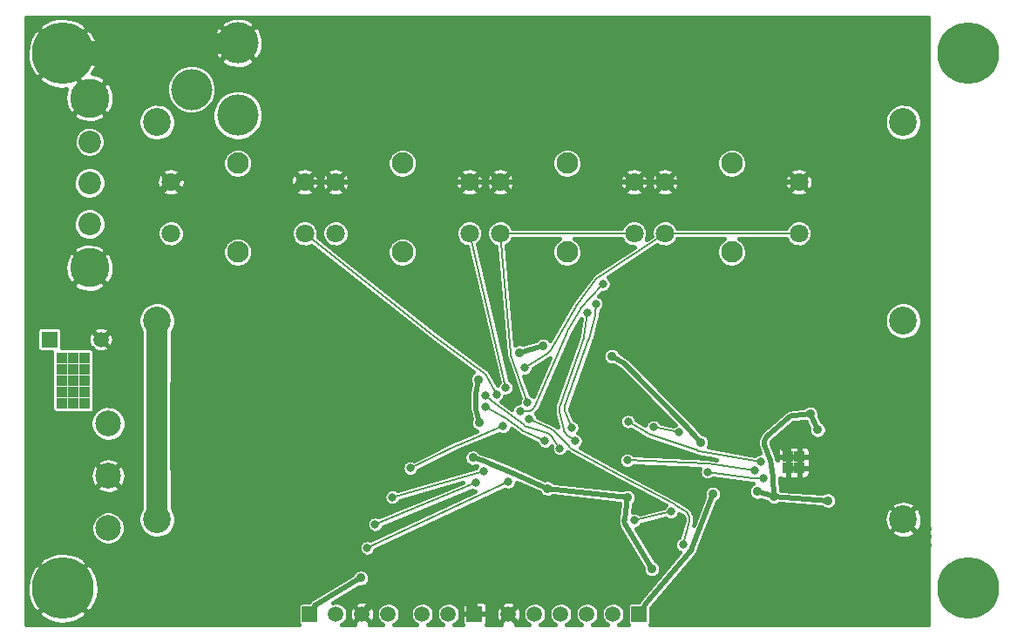
<source format=gtl>
G04 #@! TF.FileFunction,Copper,L1,Top,Signal*
%FSLAX46Y46*%
G04 Gerber Fmt 4.6, Leading zero omitted, Abs format (unit mm)*
G04 Created by KiCad (PCBNEW (2015-08-16 BZR 6097, Git b384c94)-product) date 30.08.2015 23:23:13*
%MOMM*%
G01*
G04 APERTURE LIST*
%ADD10C,0.100000*%
%ADD11R,1.500000X1.500000*%
%ADD12C,1.500000*%
%ADD13R,1.100000X1.100000*%
%ADD14C,6.000000*%
%ADD15C,1.800860*%
%ADD16C,2.100580*%
%ADD17C,2.200000*%
%ADD18C,3.800000*%
%ADD19C,4.000000*%
%ADD20C,2.700000*%
%ADD21C,2.500000*%
%ADD22C,0.900000*%
%ADD23C,0.800000*%
%ADD24C,0.500000*%
%ADD25C,2.000000*%
%ADD26C,0.200000*%
%ADD27C,0.400000*%
G04 APERTURE END LIST*
D10*
D11*
X77700000Y-92800000D03*
D12*
X82700000Y-92800000D03*
D13*
X80000000Y-96800000D03*
X78900000Y-96800000D03*
X81100000Y-96800000D03*
X80000000Y-97900000D03*
X80000000Y-99000000D03*
X78900000Y-97900000D03*
X78900000Y-99000000D03*
X81100000Y-99000000D03*
X81100000Y-97900000D03*
X78900000Y-94600000D03*
X78900000Y-95700000D03*
X80000000Y-94600000D03*
X80000000Y-95700000D03*
X81100000Y-94600000D03*
X81100000Y-95700000D03*
X149450000Y-105300000D03*
X150550000Y-105300000D03*
X149450000Y-104200000D03*
X150550000Y-104200000D03*
D14*
X79000000Y-65000000D03*
X79000000Y-117000000D03*
X167000000Y-65000000D03*
X167000000Y-117000000D03*
D15*
X89500140Y-77500640D03*
X89500140Y-82499360D03*
X102499860Y-82499360D03*
X102499860Y-77500640D03*
D16*
X96000000Y-75682000D03*
X96000000Y-84318000D03*
D15*
X105500140Y-77500640D03*
X105500140Y-82499360D03*
X118499860Y-82499360D03*
X118499860Y-77500640D03*
D16*
X112000000Y-75682000D03*
X112000000Y-84318000D03*
D15*
X121500140Y-77500640D03*
X121500140Y-82499360D03*
X134499860Y-82499360D03*
X134499860Y-77500640D03*
D16*
X128000000Y-75682000D03*
X128000000Y-84318000D03*
D15*
X137500140Y-77500640D03*
X137500140Y-82499360D03*
X150499860Y-82499360D03*
X150499860Y-77500640D03*
D16*
X144000000Y-75682000D03*
X144000000Y-84318000D03*
D17*
X81600000Y-81600000D03*
X81600000Y-77600000D03*
X81600000Y-73600000D03*
D18*
X81600000Y-85850000D03*
X81600000Y-69350000D03*
D19*
X96000000Y-64000000D03*
X91500000Y-68500000D03*
X96000000Y-71000000D03*
D11*
X103000000Y-119500000D03*
D12*
X105540000Y-119500000D03*
X108080000Y-119500000D03*
X110620000Y-119500000D03*
D11*
X135000000Y-119500000D03*
D12*
X132460000Y-119500000D03*
X129920000Y-119500000D03*
X127380000Y-119500000D03*
X124840000Y-119500000D03*
X122300000Y-119500000D03*
D11*
X119000000Y-119500000D03*
D12*
X116460000Y-119500000D03*
X113920000Y-119500000D03*
D20*
X88150000Y-91000000D03*
X88150000Y-110300000D03*
X160650000Y-110300000D03*
X160650000Y-91000000D03*
X160650000Y-71700000D03*
X88150000Y-71700000D03*
D21*
X83400000Y-100980000D03*
X83400000Y-106060000D03*
X83400000Y-111140000D03*
D22*
X156400000Y-114400000D03*
X159200000Y-112600000D03*
X163000000Y-112000000D03*
X96707600Y-90908100D03*
X91730000Y-96653800D03*
X95704200Y-110581000D03*
X115898000Y-102153000D03*
X137148000Y-111199000D03*
X135557000Y-112010000D03*
X139012000Y-110250000D03*
X155272000Y-106590000D03*
X155275000Y-102452000D03*
X157630000Y-104351000D03*
X159879000Y-104345000D03*
X161139000Y-104345000D03*
X154800000Y-96800000D03*
X154800000Y-100200000D03*
X150115000Y-101189000D03*
X154769000Y-110748000D03*
X142556000Y-102617000D03*
X148159000Y-102870000D03*
X120020000Y-103337000D03*
X117727000Y-103838000D03*
X128596000Y-99597300D03*
X131168100Y-94656700D03*
X127107000Y-110934000D03*
X132622000Y-113444000D03*
X162600000Y-120000000D03*
X162600000Y-116600000D03*
X162600000Y-106800000D03*
X159600000Y-106800000D03*
X157000000Y-106800000D03*
X156531000Y-108717000D03*
X158294000Y-110478000D03*
X158400000Y-108400000D03*
X162600000Y-109600000D03*
X162600000Y-103200000D03*
X162600000Y-99800000D03*
X162600000Y-96200000D03*
X162600000Y-92600000D03*
X162600000Y-88200000D03*
X162600000Y-83800000D03*
X162600000Y-78400000D03*
X162600000Y-74200000D03*
X162600000Y-69800000D03*
X162600000Y-66000000D03*
X162600000Y-62000000D03*
X159200000Y-62000000D03*
X159200000Y-66000000D03*
X159200000Y-69800000D03*
X155000000Y-62000000D03*
X151000000Y-62000000D03*
X146800000Y-62000000D03*
X142200000Y-62000000D03*
X157800000Y-74200900D03*
X158735000Y-78199800D03*
X158600000Y-83600000D03*
X158400000Y-88200000D03*
X158400000Y-92800000D03*
X158400000Y-96400000D03*
X158400000Y-100000000D03*
X158800000Y-103200000D03*
X153600000Y-95400000D03*
X150400000Y-93400000D03*
X153600000Y-91400000D03*
X153800000Y-86600000D03*
X153800000Y-82000000D03*
X154000000Y-76800000D03*
X154000000Y-71600000D03*
X153600000Y-66400000D03*
X148600000Y-66400000D03*
X148600000Y-71600000D03*
X143800000Y-66200000D03*
X144200000Y-71800000D03*
X146598000Y-77495500D03*
X140810000Y-77495900D03*
X147000000Y-81200000D03*
X140600000Y-81200000D03*
X140600000Y-85200000D03*
X147000000Y-85200000D03*
X149600000Y-87400000D03*
X140400000Y-89600000D03*
X146800000Y-89400000D03*
X146800000Y-94400000D03*
X140400000Y-94600000D03*
X144000000Y-91800000D03*
X137200000Y-91600000D03*
X135600000Y-88000000D03*
X132600000Y-92400000D03*
X136800000Y-96200000D03*
X140656000Y-99145200D03*
X147000000Y-99800000D03*
X143600000Y-97400000D03*
X140079000Y-106610000D03*
X137357000Y-105771000D03*
X136133000Y-103268000D03*
X131800000Y-101200000D03*
X129600000Y-101400000D03*
X126592000Y-104907000D03*
X124386500Y-103480800D03*
X125672000Y-99667100D03*
X125590000Y-95482200D03*
X130431000Y-77502700D03*
X125021000Y-77496300D03*
X124600000Y-81400000D03*
X129800000Y-81400000D03*
X124600000Y-85600000D03*
X128400000Y-87600000D03*
X125387900Y-89302900D03*
X126029000Y-92305200D03*
X120600000Y-85800000D03*
X119400000Y-92400000D03*
X115600000Y-91800000D03*
X117800000Y-87400000D03*
X112200000Y-87800000D03*
X108400000Y-84200000D03*
X115800000Y-84200000D03*
X115200000Y-77600000D03*
X109000000Y-77600000D03*
X112000000Y-80200000D03*
X122200000Y-72800000D03*
X125400000Y-71400000D03*
X130800000Y-71000000D03*
X137800000Y-71800000D03*
X138000000Y-66400000D03*
X134800000Y-62200000D03*
X129400000Y-62200000D03*
X124200000Y-62000000D03*
X119000000Y-62200000D03*
X119200000Y-66800000D03*
X117600000Y-72400000D03*
X114200000Y-67000000D03*
X114200000Y-62200000D03*
X113200000Y-72200000D03*
X108400000Y-72200000D03*
X108200000Y-67400000D03*
X108200000Y-62200000D03*
X102400000Y-62200000D03*
X102400000Y-67200000D03*
X102200000Y-72200000D03*
X98600000Y-67400000D03*
X88800000Y-62400000D03*
X87200000Y-67600000D03*
X92600000Y-76400000D03*
X96000000Y-80000000D03*
X99400000Y-76000000D03*
X87200000Y-79200000D03*
X92000000Y-89200000D03*
X98600000Y-87800000D03*
X98800000Y-89800000D03*
X101800000Y-88000000D03*
X107200000Y-88000000D03*
X102400000Y-93000000D03*
X107400000Y-92600000D03*
X113200000Y-93000000D03*
X110400000Y-94800000D03*
X103000000Y-97400000D03*
X108200000Y-97200000D03*
X97400000Y-97600000D03*
X91000000Y-94400000D03*
X94800000Y-95400000D03*
X90000000Y-101800000D03*
X94600000Y-101600000D03*
X99400000Y-101600000D03*
X104000000Y-101200000D03*
X109200000Y-101000000D03*
X110689400Y-103608500D03*
X106400000Y-104000000D03*
X101200000Y-104400000D03*
X95800000Y-104600000D03*
X111200000Y-115000000D03*
X114200000Y-115800000D03*
X116800000Y-111000000D03*
X115600000Y-105600000D03*
X122200000Y-108800000D03*
X123000000Y-114000000D03*
X118600000Y-117400000D03*
X120800000Y-112200000D03*
X129600000Y-113800000D03*
X132200000Y-111200000D03*
X129600000Y-109200000D03*
X132400000Y-106800000D03*
X130400000Y-105600000D03*
X140000000Y-120000000D03*
X157800000Y-120000000D03*
X158400000Y-116800000D03*
X141400000Y-115600000D03*
X142200000Y-111800000D03*
X147200000Y-111000000D03*
X150400000Y-112200000D03*
X153600000Y-112200000D03*
X144400000Y-109800000D03*
X140429000Y-109192000D03*
X123000000Y-117400000D03*
X125600000Y-117400000D03*
X127800000Y-117400000D03*
X132613900Y-98355900D03*
X116461600Y-116800200D03*
X99800000Y-119400000D03*
X96000000Y-119400000D03*
X92200000Y-119400000D03*
X87600000Y-119200000D03*
X83000000Y-119400000D03*
X77200000Y-112200000D03*
X77200000Y-108400000D03*
X77200000Y-104600000D03*
X77200000Y-100600000D03*
X80600000Y-102800000D03*
X80400000Y-108000000D03*
X80816700Y-112493900D03*
X84600000Y-114600000D03*
X88800000Y-114800000D03*
X93600000Y-115000000D03*
X91800000Y-111000000D03*
X93200000Y-108800000D03*
X91000000Y-106200000D03*
X151800000Y-114600000D03*
X160400000Y-114800000D03*
X148000000Y-114000000D03*
X133000000Y-96000000D03*
X128800000Y-92400000D03*
X136000000Y-99600000D03*
X163000000Y-112800000D03*
X163000000Y-111200000D03*
X86000000Y-99800000D03*
X86000000Y-104000000D03*
X86200000Y-106800000D03*
X81200000Y-90000000D03*
X84600000Y-90000000D03*
X86800000Y-87000000D03*
X86000000Y-93400000D03*
X132400000Y-117200000D03*
X135000000Y-116200000D03*
X143400000Y-120000000D03*
X146800000Y-120000000D03*
X150200000Y-120000000D03*
X153800000Y-120000000D03*
X153800000Y-116800000D03*
X150000000Y-116800000D03*
X146800000Y-117000000D03*
X143200000Y-117200000D03*
X144800000Y-114000000D03*
X130000000Y-117600000D03*
X142145600Y-107842800D03*
X132347600Y-94429100D03*
X140976200Y-102823400D03*
D23*
X146782800Y-104692000D03*
X133913600Y-100786700D03*
X138826700Y-101852700D03*
X136396500Y-101326300D03*
X147045000Y-106281700D03*
X141643000Y-105688700D03*
X146182200Y-105536800D03*
X133834000Y-104543900D03*
X129959800Y-90241500D03*
X128773500Y-102682100D03*
X130785900Y-89324500D03*
X128440200Y-101397300D03*
X131486700Y-87406300D03*
X123420400Y-99775900D03*
X108567200Y-113061100D03*
X122277400Y-106631600D03*
X109331000Y-110780900D03*
X119167600Y-106759300D03*
X111014300Y-108142500D03*
X119857000Y-105619900D03*
X112766900Y-105322100D03*
X121781200Y-101250000D03*
X134524900Y-110399700D03*
X138100100Y-109549200D03*
X139243400Y-112762800D03*
X124330500Y-100536600D03*
D22*
X133850600Y-108170400D03*
X136240000Y-115120000D03*
X126082800Y-107288400D03*
X107967000Y-115990800D03*
X118836900Y-104306500D03*
X119486900Y-100890500D03*
X119366100Y-96709600D03*
X123354000Y-94081500D03*
X125646000Y-93442500D03*
X151606600Y-100053500D03*
X152341900Y-101586500D03*
X146472000Y-107595700D03*
X148102900Y-108086700D03*
X153319400Y-108465700D03*
D23*
X127297600Y-103402100D03*
X120040100Y-98227200D03*
X121147400Y-98148500D03*
X122044400Y-97495200D03*
X124153600Y-98946200D03*
X123870300Y-95584800D03*
X125856200Y-102674800D03*
X120065900Y-99339700D03*
D24*
X114200000Y-115800000D02*
X116461600Y-116800200D01*
X79000000Y-65000000D02*
X81600000Y-69350000D01*
X131806100Y-101195200D02*
X131800000Y-101200000D01*
X131965100Y-100999200D02*
X131985300Y-100916800D01*
X131873000Y-101142500D02*
X131965100Y-100999200D01*
X131806100Y-101195200D02*
X131873000Y-101142500D01*
X132613900Y-98355900D02*
X131985300Y-100916800D01*
X124576500Y-85781200D02*
X125387900Y-89302900D01*
X124566200Y-85736100D02*
X124576500Y-85781200D01*
X124577400Y-85644700D02*
X124566200Y-85736100D01*
X124598300Y-85603400D02*
X124577400Y-85644700D01*
X124600000Y-85600000D02*
X124598300Y-85603400D01*
X126029000Y-92305200D02*
X125387900Y-89302900D01*
X129598000Y-98316100D02*
X131168100Y-94656700D01*
X131542300Y-93836000D02*
X132600000Y-92400000D01*
X131448400Y-93987200D02*
X131425100Y-94042900D01*
X131507100Y-93883800D02*
X131448400Y-93987200D01*
X131542300Y-93836000D02*
X131507100Y-93883800D01*
X131168100Y-94656700D02*
X131425100Y-94042900D01*
X123000000Y-117400000D02*
X125600000Y-117400000D01*
X130000000Y-117600000D02*
X127800000Y-117400000D01*
X127800000Y-117400000D02*
X125600000Y-117400000D01*
X102499900Y-77500600D02*
X105500100Y-77500600D01*
X155272000Y-106590000D02*
X155275000Y-102452000D01*
X118499900Y-77500600D02*
X121500100Y-77500600D01*
X89500100Y-77500600D02*
X94676100Y-81135700D01*
X128596000Y-99597300D02*
X129598000Y-98316100D01*
X95704200Y-110581000D02*
X93200000Y-108800000D01*
X108885000Y-115594000D02*
X109658000Y-117416000D01*
X108875000Y-115570000D02*
X108885000Y-115594000D01*
X108852000Y-115525000D02*
X108875000Y-115570000D01*
X108840000Y-115502000D02*
X108852000Y-115525000D01*
X107680000Y-113401000D02*
X108840000Y-115502000D01*
X107670000Y-113384000D02*
X107680000Y-113401000D01*
X107652000Y-113348000D02*
X107670000Y-113384000D01*
X107644000Y-113330000D02*
X107652000Y-113348000D01*
X106939000Y-111752000D02*
X107644000Y-113330000D01*
X137148000Y-111199000D02*
X135557000Y-112010000D01*
X154769000Y-110748000D02*
X155272000Y-106590000D01*
X137500100Y-77500600D02*
X140810000Y-77495900D01*
X155275000Y-102452000D02*
X157630000Y-104351000D01*
X157630000Y-104351000D02*
X159879000Y-104345000D01*
X159879000Y-104345000D02*
X161139000Y-104345000D01*
X154800000Y-96800000D02*
X154800000Y-100200000D01*
X95704200Y-110581000D02*
X106939000Y-111752000D01*
X93200000Y-108800000D02*
X91730000Y-96653800D01*
X139012000Y-110250000D02*
X137148000Y-111199000D01*
X96707600Y-90908100D02*
X91730000Y-96653800D01*
X148199000Y-102834000D02*
X150115000Y-101189000D01*
X148164000Y-102866000D02*
X148199000Y-102834000D01*
X148159000Y-102870000D02*
X148164000Y-102866000D01*
X127107000Y-110934000D02*
X132622000Y-113444000D01*
X108080000Y-119500000D02*
X109658000Y-117416000D01*
X94676100Y-81135700D02*
X96000000Y-80000000D01*
X118302000Y-103461000D02*
X117727000Y-103838000D01*
X118432000Y-103376000D02*
X118302000Y-103461000D01*
X118730000Y-103292000D02*
X118432000Y-103376000D01*
X118885000Y-103298000D02*
X118730000Y-103292000D01*
X120020000Y-103337000D02*
X118885000Y-103298000D01*
X149036000Y-103440000D02*
X148159000Y-102870000D01*
X149090000Y-103475000D02*
X149036000Y-103440000D01*
X149150000Y-103587000D02*
X149090000Y-103475000D01*
X149150000Y-103650000D02*
X149150000Y-103587000D01*
X149150000Y-103900000D02*
X149150000Y-103650000D01*
X149450000Y-104200000D02*
X149150000Y-103900000D01*
X121500100Y-77500600D02*
X125021000Y-77496300D01*
X116607000Y-118208000D02*
X109658000Y-117416000D01*
X116686000Y-118220000D02*
X116607000Y-118208000D01*
X118294000Y-118504000D02*
X116686000Y-118220000D01*
X118383000Y-118520000D02*
X118294000Y-118504000D01*
X118500000Y-118659000D02*
X118383000Y-118520000D01*
X118500000Y-118750000D02*
X118500000Y-118659000D01*
X118500000Y-119000000D02*
X118500000Y-118750000D01*
X119000000Y-119500000D02*
X118500000Y-119000000D01*
X134499900Y-77500600D02*
X137500100Y-77500600D01*
X94497100Y-84868000D02*
X96707600Y-90908100D01*
X94436500Y-84702600D02*
X94497100Y-84868000D01*
X94390300Y-84352300D02*
X94436500Y-84702600D01*
X94405900Y-84176300D02*
X94390300Y-84352300D01*
X94676100Y-81135700D02*
X94405900Y-84176300D01*
X105500100Y-77500600D02*
X109000000Y-77600000D01*
X111998000Y-104764000D02*
X106939000Y-111752000D01*
X112049000Y-104693000D02*
X111998000Y-104764000D01*
X112176000Y-104573000D02*
X112049000Y-104693000D01*
X112250000Y-104525000D02*
X112176000Y-104573000D01*
X115898000Y-102153000D02*
X112250000Y-104525000D01*
D25*
X79000000Y-65000000D02*
X96000000Y-64000000D01*
D24*
X146598000Y-77495500D02*
X150499900Y-77500600D01*
X140810000Y-77495900D02*
X146598000Y-77495500D01*
X130431000Y-77502700D02*
X134499900Y-77500600D01*
X125021000Y-77496300D02*
X130431000Y-77502700D01*
X115200000Y-77600000D02*
X118499900Y-77500600D01*
X109000000Y-77600000D02*
X115200000Y-77600000D01*
X96000000Y-80000000D02*
X102499900Y-77500600D01*
X162600000Y-78400000D02*
X158735000Y-78199800D01*
X162600000Y-83800000D02*
X158600000Y-83600000D01*
X153600000Y-66400000D02*
X155000000Y-62000000D01*
X153600000Y-66400000D02*
X154000000Y-71600000D01*
X153600000Y-66400000D02*
X148600000Y-66400000D01*
X153600000Y-66400000D02*
X151000000Y-62000000D01*
X153600000Y-66400000D02*
X159200000Y-66000000D01*
X153600000Y-66400000D02*
X159200000Y-69800000D01*
X153600000Y-66400000D02*
X159200000Y-62000000D01*
X153600000Y-66400000D02*
X148600000Y-71600000D01*
X162600000Y-66000000D02*
X159200000Y-66000000D01*
X162600000Y-66000000D02*
X162600000Y-69800000D01*
X162600000Y-66000000D02*
X162600000Y-62000000D01*
X162600000Y-69800000D02*
X162600000Y-74200000D01*
X157800000Y-74200900D02*
X158735000Y-78199800D01*
X157800000Y-74200900D02*
X154000000Y-76800000D01*
X143800000Y-66200000D02*
X142200000Y-62000000D01*
X143800000Y-66200000D02*
X148600000Y-66400000D01*
X143800000Y-66200000D02*
X146800000Y-62000000D01*
X143800000Y-66200000D02*
X144200000Y-71800000D01*
X143800000Y-66200000D02*
X138000000Y-66400000D01*
X143800000Y-66200000D02*
X137800000Y-71800000D01*
X143800000Y-66200000D02*
X134800000Y-62200000D01*
X129400000Y-62200000D02*
X134800000Y-62200000D01*
X129400000Y-62200000D02*
X124200000Y-62000000D01*
X129400000Y-62200000D02*
X130800000Y-71000000D01*
X129400000Y-62200000D02*
X125400000Y-71400000D01*
X124200000Y-62000000D02*
X119000000Y-62200000D01*
X124200000Y-62000000D02*
X119200000Y-66800000D01*
X122200000Y-72800000D02*
X117600000Y-72400000D01*
X108200000Y-67400000D02*
X108400000Y-72200000D01*
X108200000Y-67400000D02*
X108200000Y-62200000D01*
X108200000Y-67400000D02*
X114200000Y-67000000D01*
X108200000Y-67400000D02*
X102400000Y-67200000D01*
X108200000Y-67400000D02*
X113200000Y-72200000D01*
X108200000Y-67400000D02*
X114200000Y-62200000D01*
X108200000Y-67400000D02*
X102200000Y-72200000D01*
X108200000Y-67400000D02*
X102400000Y-62200000D01*
X102538000Y-68190500D02*
X108200000Y-67400000D01*
X102450000Y-68202700D02*
X102538000Y-68190500D01*
X102274000Y-68196000D02*
X102450000Y-68202700D01*
X102188000Y-68177400D02*
X102274000Y-68196000D01*
X98600000Y-67400000D02*
X102188000Y-68177400D01*
X114200000Y-67000000D02*
X119200000Y-66800000D01*
X88800000Y-62400000D02*
X79000000Y-65000000D01*
X87200000Y-67600000D02*
X79000000Y-65000000D01*
X92600000Y-76400000D02*
X89500100Y-77500600D01*
X87200000Y-79200000D02*
X89500100Y-77500600D01*
X99400000Y-76000000D02*
X96000000Y-80000000D01*
X112000000Y-80200000D02*
X109000000Y-77600000D01*
X112000000Y-80200000D02*
X108400000Y-84200000D01*
X112200000Y-87800000D02*
X115800000Y-84200000D01*
X110400000Y-94800000D02*
X113200000Y-93000000D01*
X110400000Y-94800000D02*
X108200000Y-97200000D01*
X110400000Y-94800000D02*
X107400000Y-92600000D01*
X102400000Y-93000000D02*
X101800000Y-88000000D01*
X101800000Y-88000000D02*
X98600000Y-87800000D01*
X101800000Y-88000000D02*
X98800000Y-89800000D01*
X102400000Y-93000000D02*
X107400000Y-92600000D01*
X107400000Y-92600000D02*
X107200000Y-88000000D01*
X119400000Y-92400000D02*
X115600000Y-91800000D01*
X119400000Y-92400000D02*
X117800000Y-87400000D01*
X117067000Y-82724100D02*
X117800000Y-87400000D01*
X117023000Y-82442700D02*
X117067000Y-82724100D01*
X117155000Y-81886400D02*
X117023000Y-82442700D01*
X117488000Y-81421800D02*
X117155000Y-81886400D01*
X117972000Y-81118300D02*
X117488000Y-81421800D01*
X118533000Y-81021400D02*
X117972000Y-81118300D01*
X119092000Y-81144600D02*
X118533000Y-81021400D01*
X119562000Y-81470500D02*
X119092000Y-81144600D01*
X119872000Y-81950300D02*
X119562000Y-81470500D01*
X119925000Y-82230000D02*
X119872000Y-81950300D01*
X120600000Y-85800000D02*
X119925000Y-82230000D01*
X115800000Y-84200000D02*
X112000000Y-80200000D01*
X128400000Y-87600000D02*
X124600000Y-85600000D01*
X125021000Y-77496300D02*
X124600000Y-81400000D01*
X130431000Y-77502700D02*
X129800000Y-81400000D01*
X104000000Y-101200000D02*
X106400000Y-104000000D01*
X104000000Y-101200000D02*
X101200000Y-104400000D01*
X104000000Y-101200000D02*
X103000000Y-97400000D01*
X104000000Y-101200000D02*
X99400000Y-101600000D01*
X104000000Y-101200000D02*
X109200000Y-101000000D01*
X104000000Y-101200000D02*
X108200000Y-97200000D01*
X104000000Y-101200000D02*
X110689400Y-103608500D01*
X94600000Y-101600000D02*
X93200000Y-108800000D01*
X94600000Y-101600000D02*
X95800000Y-104600000D01*
X94600000Y-101600000D02*
X99400000Y-101600000D01*
X94600000Y-101600000D02*
X97400000Y-97600000D01*
X97400000Y-97600000D02*
X94800000Y-95400000D01*
X94800000Y-95400000D02*
X91730000Y-96653800D01*
X91730000Y-96653800D02*
X91000000Y-94400000D01*
X92000000Y-89200000D02*
X96707600Y-90908100D01*
X90000000Y-101800000D02*
X91730000Y-96653800D01*
X111200000Y-115000000D02*
X109658000Y-117416000D01*
X111200000Y-115000000D02*
X114200000Y-115800000D01*
X120800000Y-112200000D02*
X123000000Y-114000000D01*
X120800000Y-112200000D02*
X122200000Y-108800000D01*
X120800000Y-112200000D02*
X116800000Y-111000000D01*
X120800000Y-112200000D02*
X123000000Y-117400000D01*
X120800000Y-112200000D02*
X118600000Y-117400000D01*
X118600000Y-117400000D02*
X119000000Y-119500000D01*
X129600000Y-113800000D02*
X127107000Y-110934000D01*
X132622000Y-113444000D02*
X132200000Y-111200000D01*
X129600000Y-109200000D02*
X132200000Y-111200000D01*
X130400000Y-105600000D02*
X132400000Y-106800000D01*
X130400000Y-105600000D02*
X126592000Y-104907000D01*
X115600000Y-105600000D02*
X117727000Y-103838000D01*
X133758000Y-105491000D02*
X137357000Y-105771000D01*
X133521000Y-105473000D02*
X133758000Y-105491000D01*
X133123000Y-105220000D02*
X133521000Y-105473000D01*
X132888000Y-104808000D02*
X133123000Y-105220000D01*
X132874000Y-104336000D02*
X132888000Y-104808000D01*
X133084000Y-103911000D02*
X132874000Y-104336000D01*
X133467000Y-103635000D02*
X133084000Y-103911000D01*
X133702000Y-103603000D02*
X133467000Y-103635000D01*
X136133000Y-103268000D02*
X133702000Y-103603000D01*
X137357000Y-105771000D02*
X140079000Y-106610000D01*
X140079000Y-106610000D02*
X140429000Y-109192000D01*
X129600000Y-101400000D02*
X131800000Y-101200000D01*
X129598000Y-98316100D02*
X131800000Y-101200000D01*
X161900000Y-112600000D02*
X159200000Y-112600000D01*
X163000000Y-112000000D02*
X161900000Y-112600000D01*
X132400000Y-117200000D02*
X130000000Y-117600000D01*
X132400000Y-117200000D02*
X135000000Y-116200000D01*
X142145600Y-107842800D02*
X140130600Y-113102700D01*
X133521600Y-95146700D02*
X132347600Y-94429100D01*
X133574300Y-95179000D02*
X133521600Y-95146700D01*
X133670100Y-95255100D02*
X133574300Y-95179000D01*
X133713000Y-95298700D02*
X133670100Y-95255100D01*
X139504100Y-101186500D02*
X133713000Y-95298700D01*
X139533400Y-101217700D02*
X139504100Y-101186500D01*
X140976200Y-102823400D02*
X139533400Y-101217700D01*
X135500000Y-119000000D02*
X135000000Y-119500000D01*
X135500000Y-118750000D02*
X135500000Y-119000000D01*
X135499900Y-118705800D02*
X135500000Y-118750000D01*
X135530400Y-118622500D02*
X135499900Y-118705800D01*
X135559100Y-118588500D02*
X135530400Y-118622500D01*
X139968700Y-113376500D02*
X135559100Y-118588500D01*
X140102300Y-113176800D02*
X140130600Y-113102700D01*
X140020300Y-113315600D02*
X140102300Y-113176800D01*
X139968700Y-113376500D02*
X140020300Y-113315600D01*
D26*
X140831100Y-103661000D02*
X146782800Y-104692000D01*
X140799400Y-103655500D02*
X140831100Y-103661000D01*
X140734600Y-103639100D02*
X140799400Y-103655500D01*
X140703700Y-103628600D02*
X140734600Y-103639100D01*
X136140000Y-102084200D02*
X140703700Y-103628600D01*
X136100000Y-102070700D02*
X136140000Y-102084200D01*
X136025100Y-102036200D02*
X136100000Y-102070700D01*
X135989000Y-102014900D02*
X136025100Y-102036200D01*
X133913600Y-100786700D02*
X135989000Y-102014900D01*
X138826700Y-101852700D02*
X136396500Y-101326300D01*
X146234900Y-106335200D02*
X147045000Y-106281700D01*
X146193000Y-106338000D02*
X146234900Y-106335200D01*
X146109200Y-106334700D02*
X146193000Y-106338000D01*
X146067700Y-106328700D02*
X146109200Y-106334700D01*
X141643000Y-105688700D02*
X146067700Y-106328700D01*
X141678200Y-104889400D02*
X133834000Y-104543900D01*
X141697800Y-104890200D02*
X141678200Y-104889400D01*
X141738100Y-104894000D02*
X141697800Y-104890200D01*
X141757500Y-104896800D02*
X141738100Y-104894000D01*
X146182200Y-105536800D02*
X141757500Y-104896800D01*
X127943400Y-102024400D02*
X128773500Y-102682100D01*
X127835800Y-101939200D02*
X127943400Y-102024400D01*
X127690100Y-101707700D02*
X127835800Y-101939200D01*
X127659900Y-101574300D02*
X127690100Y-101707700D01*
X127279200Y-99896000D02*
X127659900Y-101574300D01*
X127236900Y-99708600D02*
X127279200Y-99896000D01*
X127259300Y-99327300D02*
X127236900Y-99708600D01*
X127322600Y-99148400D02*
X127259300Y-99327300D01*
X129601700Y-92682600D02*
X127322600Y-99148400D01*
X129636000Y-92559700D02*
X129641900Y-92517600D01*
X129616000Y-92642000D02*
X129636000Y-92559700D01*
X129601700Y-92682600D02*
X129616000Y-92642000D01*
X129959800Y-90241500D02*
X129641900Y-92517600D01*
X130759600Y-90263900D02*
X130785900Y-89324500D01*
X130758300Y-90311000D02*
X130759600Y-90263900D01*
X130744100Y-90406400D02*
X130758300Y-90311000D01*
X130731600Y-90452300D02*
X130744100Y-90406400D01*
X130102500Y-92755700D02*
X130731600Y-90452300D01*
X130096000Y-92779400D02*
X130102500Y-92755700D01*
X130081200Y-92826700D02*
X130096000Y-92779400D01*
X130073400Y-92848900D02*
X130081200Y-92826700D01*
X127794300Y-99314700D02*
X130073400Y-92848900D01*
X127751500Y-99784200D02*
X127814200Y-99931100D01*
X127741300Y-99464700D02*
X127751500Y-99784200D01*
X127794300Y-99314700D02*
X127741300Y-99464700D01*
X128440200Y-101397300D02*
X127814200Y-99931100D01*
X130202000Y-88777500D02*
X131486700Y-87406300D01*
X130202000Y-88777500D02*
X130191400Y-88789000D01*
X129365300Y-89706000D02*
X130191400Y-88789000D01*
X129284800Y-89809600D02*
X129262900Y-89848500D01*
X129336300Y-89738200D02*
X129284800Y-89809600D01*
X129365300Y-89706000D02*
X129336300Y-89738200D01*
X128059500Y-91982400D02*
X129262900Y-89848500D01*
X128029400Y-92040300D02*
X128020400Y-92061000D01*
X128048600Y-92001800D02*
X128029400Y-92040300D01*
X128059500Y-91982400D02*
X128048600Y-92001800D01*
X124887300Y-99265300D02*
X128020400Y-92061000D01*
X124842300Y-99368800D02*
X124887300Y-99265300D01*
X124698100Y-99543300D02*
X124842300Y-99368800D01*
X124512400Y-99670200D02*
X124698100Y-99543300D01*
X124297600Y-99741300D02*
X124512400Y-99670200D01*
X124185200Y-99745700D02*
X124297600Y-99741300D01*
X123420400Y-99775900D02*
X124185200Y-99745700D01*
X108567200Y-113061100D02*
X122277400Y-106631600D01*
X109331000Y-110780900D02*
X119167600Y-106759300D01*
X111014300Y-108142500D02*
X119857000Y-105619900D01*
X117403400Y-103051900D02*
X121781200Y-101250000D01*
X117403400Y-103051900D02*
X117352900Y-103074600D01*
X112766900Y-105322100D02*
X117352900Y-103074600D01*
X138100100Y-109549200D02*
X134524900Y-110399700D01*
X128319200Y-103345300D02*
X128387000Y-103382600D01*
X128200000Y-103245400D02*
X128319200Y-103345300D01*
X133206800Y-106042200D02*
X128387000Y-103382600D01*
X133206800Y-106042200D02*
X133215800Y-106047100D01*
X138475600Y-108842700D02*
X133215800Y-106047100D01*
X138497300Y-108854200D02*
X138475600Y-108842700D01*
X138539000Y-108879800D02*
X138497300Y-108854200D01*
X138559600Y-108894200D02*
X138539000Y-108879800D01*
X139500200Y-109554100D02*
X138559600Y-108894200D01*
X139606400Y-109628600D02*
X139500200Y-109554100D01*
X139764300Y-109833400D02*
X139606400Y-109628600D01*
X139854500Y-110077500D02*
X139764300Y-109833400D01*
X139867600Y-110335800D02*
X139854500Y-110077500D01*
X139835300Y-110461800D02*
X139867600Y-110335800D01*
X139243400Y-112762800D02*
X139835300Y-110461800D01*
X126402000Y-101494700D02*
X124330500Y-100536600D01*
X126505200Y-101542400D02*
X126402000Y-101494700D01*
X126692000Y-101672300D02*
X126505200Y-101542400D01*
X126772700Y-101752500D02*
X126692000Y-101672300D01*
X127861600Y-102834600D02*
X126772700Y-101752500D01*
X127877300Y-102850200D02*
X127861600Y-102834600D01*
X127906300Y-102882400D02*
X127877300Y-102850200D01*
X127919500Y-102898700D02*
X127906300Y-102882400D01*
X128151600Y-103185500D02*
X127919500Y-102898700D01*
X128151600Y-103185500D02*
X128200000Y-103245400D01*
D24*
X133709400Y-110887200D02*
X136240000Y-115120000D01*
X133627700Y-110750500D02*
X133709400Y-110887200D01*
X133562300Y-110437600D02*
X133627700Y-110750500D01*
X133582400Y-110279900D02*
X133562300Y-110437600D01*
X133850600Y-108170400D02*
X133582400Y-110279900D01*
X133850600Y-108170400D02*
X126082800Y-107288400D01*
X103500000Y-119000000D02*
X103000000Y-119500000D01*
X103500000Y-118750000D02*
X103500000Y-119000000D01*
X103500100Y-118683300D02*
X103500000Y-118750000D01*
X103566300Y-118567900D02*
X103500100Y-118683300D01*
X103623700Y-118534300D02*
X103566300Y-118567900D01*
X107967000Y-115990800D02*
X103623700Y-118534300D01*
X123354000Y-94081500D02*
X125646000Y-93442500D01*
X119146300Y-99578400D02*
X119486900Y-100890500D01*
X119132500Y-99525000D02*
X119146300Y-99578400D01*
X119117400Y-99416500D02*
X119132500Y-99525000D01*
X119116100Y-99361700D02*
X119117400Y-99416500D01*
X119090300Y-98249200D02*
X119116100Y-99361700D01*
X119089100Y-98198100D02*
X119090300Y-98249200D01*
X119097600Y-98097200D02*
X119089100Y-98198100D01*
X119107300Y-98046700D02*
X119097600Y-98097200D01*
X119366100Y-96709600D02*
X119107300Y-98046700D01*
X120139900Y-104712900D02*
X118836900Y-104306500D01*
X120161400Y-104719600D02*
X120139900Y-104712900D01*
X120203500Y-104735000D02*
X120161400Y-104719600D01*
X120223400Y-104743300D02*
X120203500Y-104735000D01*
X122643800Y-105755000D02*
X120223400Y-104743300D01*
X122664400Y-105763900D02*
X122643800Y-105755000D01*
X126082800Y-107288400D02*
X122664400Y-105763900D01*
X146472000Y-107595700D02*
X148102900Y-108086700D01*
X148102900Y-108086700D02*
X153319400Y-108465700D01*
X151606600Y-100053500D02*
X152341900Y-101586500D01*
X147993500Y-106225900D02*
X148102900Y-108086700D01*
X147986500Y-106151600D02*
X147982400Y-106127100D01*
X147992000Y-106201100D02*
X147986500Y-106151600D01*
X147993500Y-106225900D02*
X147992000Y-106201100D01*
X147720200Y-104537400D02*
X147982400Y-106127100D01*
X147684700Y-104389100D02*
X147666200Y-104342300D01*
X147711800Y-104486600D02*
X147684700Y-104389100D01*
X147720200Y-104537400D02*
X147711800Y-104486600D01*
X147229100Y-103238100D02*
X147666200Y-104342300D01*
X147171900Y-103093800D02*
X147229100Y-103238100D01*
X147150700Y-102781300D02*
X147171900Y-103093800D01*
X147225400Y-102479000D02*
X147150700Y-102781300D01*
X147388500Y-102213600D02*
X147225400Y-102479000D01*
X147507200Y-102111500D02*
X147388500Y-102213600D01*
X149463200Y-100430500D02*
X147507200Y-102111500D01*
X149582500Y-100328100D02*
X149463200Y-100430500D01*
X149871200Y-100206500D02*
X149582500Y-100328100D01*
X150027200Y-100192800D02*
X149871200Y-100206500D01*
X151606600Y-100053500D02*
X150027200Y-100192800D01*
D25*
X88099900Y-101791200D02*
X88150000Y-91000000D01*
X88099900Y-101791200D02*
X88099900Y-101811200D01*
X88150000Y-110300000D02*
X88099900Y-101811200D01*
D26*
X126523300Y-102233000D02*
X127297600Y-103402100D01*
X126223500Y-101950400D02*
X126089600Y-101909500D01*
X126446200Y-102116600D02*
X126223500Y-101950400D01*
X126523300Y-102233000D02*
X126446200Y-102116600D01*
X124097100Y-101301900D02*
X126089600Y-101909500D01*
X124029900Y-101281400D02*
X124097100Y-101301900D01*
X123906300Y-101218600D02*
X124029900Y-101281400D01*
X123850300Y-101176600D02*
X123906300Y-101218600D01*
X120667200Y-98788500D02*
X123850300Y-101176600D01*
X120653000Y-98777800D02*
X120667200Y-98788500D01*
X120625000Y-98754800D02*
X120653000Y-98777800D01*
X120611500Y-98742600D02*
X120625000Y-98754800D01*
X120040100Y-98227200D02*
X120611500Y-98742600D01*
X115071900Y-92466200D02*
X102499900Y-82499400D01*
X115071900Y-92466200D02*
X115093600Y-92482800D01*
X119872500Y-96026800D02*
X115093600Y-92482800D01*
X119945000Y-96080600D02*
X119872500Y-96026800D01*
X120064000Y-96215900D02*
X119945000Y-96080600D01*
X120107600Y-96293900D02*
X120064000Y-96215900D01*
X121147400Y-98148500D02*
X120107600Y-96293900D01*
X118499900Y-82499400D02*
X122044400Y-97495200D01*
X122551500Y-94362000D02*
X124153600Y-98946200D01*
X122533800Y-94311100D02*
X122551500Y-94362000D01*
X122511700Y-94208000D02*
X122533800Y-94311100D01*
X122507100Y-94154700D02*
X122511700Y-94208000D01*
X121500100Y-82499400D02*
X122507100Y-94154700D01*
X121500100Y-82499400D02*
X134499900Y-82499400D01*
X131047500Y-86737500D02*
X137500100Y-82499400D01*
X130891000Y-86867900D02*
X130849700Y-86922100D01*
X130990200Y-86775200D02*
X130891000Y-86867900D01*
X131047500Y-86737500D02*
X130990200Y-86775200D01*
X128924700Y-89454700D02*
X130849700Y-86922100D01*
X128852300Y-89559100D02*
X128831800Y-89594800D01*
X128898600Y-89489100D02*
X128852300Y-89559100D01*
X128924700Y-89454700D02*
X128898600Y-89489100D01*
X126383500Y-93865300D02*
X128831800Y-89594800D01*
X126330900Y-93956900D02*
X126383500Y-93865300D01*
X126185000Y-94108300D02*
X126330900Y-93956900D01*
X126096400Y-94163500D02*
X126185000Y-94108300D01*
X125139600Y-94761200D02*
X126096400Y-94163500D01*
X125139600Y-94761200D02*
X125127200Y-94769100D01*
X123870300Y-95584800D02*
X125127200Y-94769100D01*
X137500100Y-82499400D02*
X150499900Y-82499400D01*
X122180300Y-100556500D02*
X120065900Y-99339700D01*
X122201500Y-100568700D02*
X122180300Y-100556500D01*
X122242300Y-100595600D02*
X122201500Y-100568700D01*
X122261300Y-100609900D02*
X122242300Y-100595600D01*
X123550400Y-101576800D02*
X122261300Y-100609900D01*
X123721900Y-101687600D02*
X123784700Y-101716700D01*
X123604900Y-101617700D02*
X123721900Y-101687600D01*
X123550400Y-101576800D02*
X123604900Y-101617700D01*
X125856200Y-102674800D02*
X123784700Y-101716700D01*
D27*
G36*
X163050000Y-120530000D02*
X136060362Y-120530000D01*
X136106521Y-120475841D01*
X136155323Y-120367575D01*
X136172032Y-120250000D01*
X136172032Y-118901356D01*
X140480195Y-113809250D01*
X140531482Y-113748720D01*
X140561063Y-113705959D01*
X140592340Y-113664414D01*
X140597154Y-113656393D01*
X140679154Y-113517593D01*
X140701037Y-113470607D01*
X140724807Y-113424560D01*
X140728206Y-113415844D01*
X140756506Y-113341744D01*
X140756507Y-113341742D01*
X141438711Y-111560934D01*
X159459777Y-111560934D01*
X159598182Y-111832768D01*
X159917420Y-112008516D01*
X160264811Y-112118606D01*
X160627005Y-112158808D01*
X160990082Y-112127578D01*
X161340090Y-112026115D01*
X161663579Y-111858318D01*
X161701818Y-111832768D01*
X161840223Y-111560934D01*
X160650000Y-110370711D01*
X159459777Y-111560934D01*
X141438711Y-111560934D01*
X141930568Y-110277005D01*
X158791192Y-110277005D01*
X158822422Y-110640082D01*
X158923885Y-110990090D01*
X159091682Y-111313579D01*
X159117232Y-111351818D01*
X159389066Y-111490223D01*
X160579289Y-110300000D01*
X160720711Y-110300000D01*
X161910934Y-111490223D01*
X162182768Y-111351818D01*
X162358516Y-111032580D01*
X162468606Y-110685189D01*
X162508808Y-110322995D01*
X162477578Y-109959918D01*
X162376115Y-109609910D01*
X162208318Y-109286421D01*
X162182768Y-109248182D01*
X161910934Y-109109777D01*
X160720711Y-110300000D01*
X160579289Y-110300000D01*
X159389066Y-109109777D01*
X159117232Y-109248182D01*
X158941484Y-109567420D01*
X158831394Y-109914811D01*
X158791192Y-110277005D01*
X141930568Y-110277005D01*
X142571990Y-108602655D01*
X142683817Y-108531687D01*
X142807373Y-108414027D01*
X142905721Y-108274609D01*
X142975117Y-108118744D01*
X143012917Y-107952368D01*
X143015638Y-107757492D01*
X142982498Y-107590126D01*
X142917482Y-107432383D01*
X142823064Y-107290274D01*
X142702842Y-107169210D01*
X142561395Y-107073802D01*
X142404111Y-107007686D01*
X142236980Y-106973379D01*
X142066368Y-106972188D01*
X141898774Y-107004158D01*
X141740582Y-107068072D01*
X141597817Y-107161495D01*
X141475916Y-107280869D01*
X141379524Y-107421646D01*
X141312311Y-107578465D01*
X141276838Y-107745353D01*
X141274456Y-107915952D01*
X141305255Y-108083765D01*
X141320783Y-108122986D01*
X140264746Y-110879639D01*
X140338905Y-110591345D01*
X140338909Y-110591321D01*
X140339013Y-110590926D01*
X140371313Y-110464926D01*
X140374975Y-110441211D01*
X140381060Y-110418012D01*
X140382698Y-110391197D01*
X140386801Y-110364629D01*
X140385787Y-110340649D01*
X140387249Y-110316715D01*
X140386933Y-110309461D01*
X140373833Y-110051161D01*
X140370221Y-110027003D01*
X140369079Y-110002611D01*
X140362736Y-109976943D01*
X140358826Y-109950791D01*
X140350592Y-109927799D01*
X140344733Y-109904088D01*
X140342264Y-109897261D01*
X140252064Y-109653161D01*
X140241454Y-109631292D01*
X140233127Y-109608453D01*
X140219358Y-109585747D01*
X140207766Y-109561853D01*
X140193106Y-109542454D01*
X140180505Y-109521675D01*
X140176113Y-109515894D01*
X140018213Y-109311094D01*
X140001663Y-109293490D01*
X139987012Y-109274292D01*
X139967002Y-109256620D01*
X139948700Y-109237152D01*
X139929040Y-109223094D01*
X139910944Y-109207112D01*
X139905030Y-109202901D01*
X139798831Y-109128401D01*
X138858250Y-108468514D01*
X138858203Y-108468487D01*
X138857523Y-108468005D01*
X138836923Y-108453605D01*
X138826575Y-108447785D01*
X138817217Y-108440488D01*
X138811056Y-108436646D01*
X138769356Y-108411046D01*
X138757799Y-108405423D01*
X138747187Y-108398178D01*
X138740796Y-108394733D01*
X138719429Y-108383409D01*
X133462170Y-105589161D01*
X133456754Y-105586212D01*
X129313704Y-103300048D01*
X129397240Y-103220498D01*
X129489936Y-103089092D01*
X129555343Y-102942185D01*
X129590971Y-102785371D01*
X129593536Y-102601695D01*
X129562301Y-102443947D01*
X129501021Y-102295270D01*
X129412029Y-102161328D01*
X129298717Y-102047222D01*
X129165399Y-101957298D01*
X129075393Y-101919463D01*
X129156636Y-101804292D01*
X129222043Y-101657385D01*
X129257671Y-101500571D01*
X129260236Y-101316895D01*
X129229001Y-101159147D01*
X129167721Y-101010470D01*
X129078729Y-100876528D01*
X128965417Y-100762422D01*
X128832099Y-100672498D01*
X128683854Y-100610181D01*
X128668175Y-100606963D01*
X128292435Y-99726916D01*
X128268117Y-99669940D01*
X128264153Y-99545790D01*
X128284595Y-99487937D01*
X128284602Y-99487911D01*
X128284725Y-99487568D01*
X130041975Y-94502252D01*
X131476456Y-94502252D01*
X131507255Y-94670065D01*
X131570063Y-94828700D01*
X131662487Y-94972114D01*
X131781007Y-95094844D01*
X131921108Y-95192217D01*
X132077454Y-95260523D01*
X132244090Y-95297160D01*
X132414669Y-95300733D01*
X132472299Y-95290571D01*
X133171483Y-95717943D01*
X133189455Y-95728958D01*
X133221266Y-95754227D01*
X133235302Y-95768492D01*
X133235332Y-95768523D01*
X138485331Y-101106186D01*
X138444959Y-101122497D01*
X138312401Y-101209240D01*
X137129614Y-100953039D01*
X137124021Y-100939470D01*
X137035029Y-100805528D01*
X136921717Y-100691422D01*
X136788399Y-100601498D01*
X136640154Y-100539181D01*
X136482628Y-100506846D01*
X136321822Y-100505723D01*
X136163860Y-100535856D01*
X136014759Y-100596097D01*
X135880199Y-100684150D01*
X135765304Y-100796664D01*
X135674451Y-100929350D01*
X135611101Y-101077157D01*
X135590356Y-101174754D01*
X134724992Y-100662640D01*
X134702401Y-100548547D01*
X134641121Y-100399870D01*
X134552129Y-100265928D01*
X134438817Y-100151822D01*
X134305499Y-100061898D01*
X134157254Y-99999581D01*
X133999728Y-99967246D01*
X133838922Y-99966123D01*
X133680960Y-99996256D01*
X133531859Y-100056497D01*
X133397299Y-100144550D01*
X133282404Y-100257064D01*
X133191551Y-100389750D01*
X133128201Y-100537557D01*
X133094767Y-100694853D01*
X133092522Y-100855648D01*
X133121551Y-101013816D01*
X133180749Y-101163334D01*
X133267862Y-101298506D01*
X133379570Y-101414183D01*
X133511619Y-101505960D01*
X133658980Y-101570340D01*
X133816039Y-101604872D01*
X133976814Y-101608240D01*
X134135181Y-101580315D01*
X134194643Y-101557251D01*
X135724169Y-102462409D01*
X135724201Y-102462424D01*
X135724753Y-102462755D01*
X135760853Y-102484054D01*
X135781494Y-102493654D01*
X135800977Y-102505421D01*
X135807550Y-102508505D01*
X135882450Y-102543005D01*
X135905122Y-102550870D01*
X135926853Y-102561026D01*
X135933715Y-102563396D01*
X135973670Y-102576881D01*
X140536540Y-104121000D01*
X140567296Y-104131451D01*
X140583971Y-104135352D01*
X140599992Y-104141375D01*
X140607018Y-104143206D01*
X140671818Y-104159606D01*
X140687827Y-104162028D01*
X140703363Y-104166554D01*
X140710507Y-104167846D01*
X140742208Y-104173346D01*
X140742221Y-104173347D01*
X140742343Y-104173369D01*
X142532955Y-104483553D01*
X141831939Y-104382156D01*
X141831932Y-104382156D01*
X141831782Y-104382133D01*
X141812382Y-104379333D01*
X141803165Y-104378912D01*
X141794139Y-104377029D01*
X141786916Y-104376296D01*
X141746616Y-104372496D01*
X141736371Y-104372534D01*
X141726258Y-104370980D01*
X141719007Y-104370633D01*
X141700253Y-104369868D01*
X134491962Y-104052376D01*
X134472529Y-104023128D01*
X134359217Y-103909022D01*
X134225899Y-103819098D01*
X134077654Y-103756781D01*
X133920128Y-103724446D01*
X133759322Y-103723323D01*
X133601360Y-103753456D01*
X133452259Y-103813697D01*
X133317699Y-103901750D01*
X133202804Y-104014264D01*
X133111951Y-104146950D01*
X133048601Y-104294757D01*
X133015167Y-104452053D01*
X133012922Y-104612848D01*
X133041951Y-104771016D01*
X133101149Y-104920534D01*
X133188262Y-105055706D01*
X133299970Y-105171383D01*
X133432019Y-105263160D01*
X133579380Y-105327540D01*
X133736439Y-105362072D01*
X133897214Y-105365440D01*
X134055581Y-105337515D01*
X134205509Y-105279362D01*
X134341285Y-105193196D01*
X134448126Y-105091453D01*
X140885279Y-105374979D01*
X140857601Y-105439557D01*
X140824167Y-105596853D01*
X140821922Y-105757648D01*
X140850951Y-105915816D01*
X140910149Y-106065334D01*
X140997262Y-106200506D01*
X141108970Y-106316183D01*
X141241019Y-106407960D01*
X141388380Y-106472340D01*
X141545439Y-106506872D01*
X141706214Y-106510240D01*
X141864581Y-106482315D01*
X142014509Y-106424162D01*
X142150285Y-106337996D01*
X142196332Y-106294146D01*
X145993261Y-106843344D01*
X145993293Y-106843349D01*
X146025640Y-106848026D01*
X145924217Y-106914395D01*
X145802316Y-107033769D01*
X145705924Y-107174546D01*
X145638711Y-107331365D01*
X145603238Y-107498253D01*
X145600856Y-107668852D01*
X145631655Y-107836665D01*
X145694463Y-107995300D01*
X145786887Y-108138714D01*
X145905407Y-108261444D01*
X146045508Y-108358817D01*
X146201854Y-108427123D01*
X146368490Y-108463760D01*
X146539069Y-108467333D01*
X146707092Y-108437706D01*
X146810910Y-108397438D01*
X147378151Y-108568212D01*
X147417787Y-108629714D01*
X147536307Y-108752444D01*
X147676408Y-108849817D01*
X147832754Y-108918123D01*
X147999390Y-108954760D01*
X148169969Y-108958333D01*
X148337992Y-108928706D01*
X148497062Y-108867007D01*
X148610036Y-108795312D01*
X152716309Y-109093649D01*
X152752807Y-109131444D01*
X152892908Y-109228817D01*
X153049254Y-109297123D01*
X153215890Y-109333760D01*
X153386469Y-109337333D01*
X153554492Y-109307706D01*
X153713562Y-109246007D01*
X153857617Y-109154587D01*
X153978926Y-109039066D01*
X159459777Y-109039066D01*
X160650000Y-110229289D01*
X161840223Y-109039066D01*
X161701818Y-108767232D01*
X161382580Y-108591484D01*
X161035189Y-108481394D01*
X160672995Y-108441192D01*
X160309918Y-108472422D01*
X159959910Y-108573885D01*
X159636421Y-108741682D01*
X159598182Y-108767232D01*
X159459777Y-109039066D01*
X153978926Y-109039066D01*
X153981173Y-109036927D01*
X154079521Y-108897509D01*
X154148917Y-108741644D01*
X154186717Y-108575268D01*
X154189438Y-108380392D01*
X154156298Y-108213026D01*
X154091282Y-108055283D01*
X153996864Y-107913174D01*
X153876642Y-107792110D01*
X153735195Y-107696702D01*
X153577911Y-107630586D01*
X153410780Y-107596279D01*
X153240168Y-107595088D01*
X153072574Y-107627058D01*
X152914382Y-107690972D01*
X152813238Y-107757159D01*
X148737272Y-107461023D01*
X148668743Y-106295406D01*
X148754155Y-106330785D01*
X148850754Y-106350000D01*
X149275000Y-106350000D01*
X149400000Y-106225000D01*
X149400000Y-105350000D01*
X149500000Y-105350000D01*
X149500000Y-106225000D01*
X149625000Y-106350000D01*
X150375000Y-106350000D01*
X150500000Y-106225000D01*
X150500000Y-105350000D01*
X150600000Y-105350000D01*
X150600000Y-106225000D01*
X150725000Y-106350000D01*
X151149246Y-106350000D01*
X151245845Y-106330785D01*
X151336839Y-106293094D01*
X151418732Y-106238375D01*
X151488376Y-106168731D01*
X151543094Y-106086839D01*
X151580785Y-105995844D01*
X151600000Y-105899245D01*
X151600000Y-105475000D01*
X151475000Y-105350000D01*
X150600000Y-105350000D01*
X150500000Y-105350000D01*
X149500000Y-105350000D01*
X149400000Y-105350000D01*
X149380000Y-105350000D01*
X149380000Y-105250000D01*
X149400000Y-105250000D01*
X149400000Y-104250000D01*
X149500000Y-104250000D01*
X149500000Y-105250000D01*
X150500000Y-105250000D01*
X150500000Y-104250000D01*
X150600000Y-104250000D01*
X150600000Y-105250000D01*
X151475000Y-105250000D01*
X151600000Y-105125000D01*
X151600000Y-104375000D01*
X151475000Y-104250000D01*
X150600000Y-104250000D01*
X150500000Y-104250000D01*
X149500000Y-104250000D01*
X149400000Y-104250000D01*
X148525000Y-104250000D01*
X148400000Y-104375000D01*
X148400000Y-104541937D01*
X148381268Y-104428366D01*
X148381264Y-104428353D01*
X148381224Y-104428097D01*
X148372824Y-104377297D01*
X148364736Y-104347088D01*
X148359771Y-104316207D01*
X148357328Y-104307176D01*
X148330229Y-104209676D01*
X148319181Y-104181094D01*
X148311163Y-104151519D01*
X148307784Y-104142795D01*
X148289284Y-104095995D01*
X148289274Y-104095976D01*
X148289166Y-104095697D01*
X148093243Y-103600755D01*
X148400000Y-103600755D01*
X148400000Y-104025000D01*
X148525000Y-104150000D01*
X149400000Y-104150000D01*
X149400000Y-103275000D01*
X149500000Y-103275000D01*
X149500000Y-104150000D01*
X150500000Y-104150000D01*
X150500000Y-103275000D01*
X150600000Y-103275000D01*
X150600000Y-104150000D01*
X151475000Y-104150000D01*
X151600000Y-104025000D01*
X151600000Y-103600755D01*
X151580785Y-103504156D01*
X151543094Y-103413161D01*
X151488376Y-103331269D01*
X151418732Y-103261625D01*
X151336839Y-103206906D01*
X151245845Y-103169215D01*
X151149246Y-103150000D01*
X150725000Y-103150000D01*
X150600000Y-103275000D01*
X150500000Y-103275000D01*
X150375000Y-103150000D01*
X149625000Y-103150000D01*
X149500000Y-103275000D01*
X149400000Y-103275000D01*
X149275000Y-103150000D01*
X148850754Y-103150000D01*
X148754155Y-103169215D01*
X148663161Y-103206906D01*
X148581268Y-103261625D01*
X148511624Y-103331269D01*
X148456906Y-103413161D01*
X148419215Y-103504156D01*
X148400000Y-103600755D01*
X148093243Y-103600755D01*
X147852066Y-102991497D01*
X147852057Y-102991479D01*
X147851950Y-102991204D01*
X147833286Y-102944120D01*
X147826250Y-102840395D01*
X147850821Y-102740957D01*
X147904621Y-102653414D01*
X147944111Y-102619446D01*
X147944113Y-102619444D01*
X149899893Y-100938633D01*
X149939268Y-100904836D01*
X150034461Y-100864741D01*
X150085814Y-100860231D01*
X150085830Y-100860228D01*
X150086064Y-100860209D01*
X151112565Y-100769674D01*
X151180108Y-100816617D01*
X151242649Y-100843940D01*
X151497377Y-101375015D01*
X151473138Y-101489053D01*
X151470756Y-101659652D01*
X151501555Y-101827465D01*
X151564363Y-101986100D01*
X151656787Y-102129514D01*
X151775307Y-102252244D01*
X151915408Y-102349617D01*
X152071754Y-102417923D01*
X152238390Y-102454560D01*
X152408969Y-102458133D01*
X152576992Y-102428506D01*
X152736062Y-102366807D01*
X152880117Y-102275387D01*
X153003673Y-102157727D01*
X153102021Y-102018309D01*
X153171417Y-101862444D01*
X153209217Y-101696068D01*
X153211938Y-101501192D01*
X153178798Y-101333826D01*
X153113782Y-101176083D01*
X153019364Y-101033974D01*
X152899142Y-100912910D01*
X152757695Y-100817502D01*
X152705641Y-100795620D01*
X152450878Y-100264475D01*
X152473917Y-100163068D01*
X152476638Y-99968192D01*
X152443498Y-99800826D01*
X152378482Y-99643083D01*
X152284064Y-99500974D01*
X152163842Y-99379910D01*
X152022395Y-99284502D01*
X151865111Y-99218386D01*
X151697980Y-99184079D01*
X151527368Y-99182888D01*
X151359774Y-99214858D01*
X151201582Y-99278772D01*
X151058817Y-99372195D01*
X150994829Y-99434856D01*
X149968590Y-99525369D01*
X149968585Y-99525369D01*
X149812586Y-99539069D01*
X149779109Y-99545345D01*
X149745187Y-99548457D01*
X149714998Y-99557365D01*
X149684064Y-99563165D01*
X149652444Y-99575824D01*
X149619772Y-99585465D01*
X149611125Y-99589036D01*
X149322425Y-99710637D01*
X149292588Y-99726797D01*
X149261357Y-99740080D01*
X149235233Y-99757861D01*
X149207446Y-99772911D01*
X149181311Y-99794563D01*
X149153260Y-99813656D01*
X149146119Y-99819699D01*
X149026819Y-99922099D01*
X149026801Y-99922118D01*
X149026507Y-99922367D01*
X147070507Y-101603367D01*
X147070492Y-101603383D01*
X147070290Y-101603554D01*
X146951589Y-101705654D01*
X146928438Y-101729881D01*
X146903083Y-101751788D01*
X146883375Y-101777038D01*
X146861250Y-101800191D01*
X146843249Y-101828448D01*
X146822628Y-101854867D01*
X146817675Y-101862803D01*
X146654575Y-102128203D01*
X146639991Y-102158141D01*
X146622594Y-102186552D01*
X146611422Y-102216787D01*
X146597309Y-102245757D01*
X146588817Y-102277962D01*
X146577271Y-102309207D01*
X146574964Y-102318273D01*
X146500264Y-102620574D01*
X146495410Y-102653925D01*
X146487415Y-102686676D01*
X146486016Y-102718481D01*
X146481433Y-102749972D01*
X146483150Y-102783629D01*
X146481668Y-102817311D01*
X146482236Y-102826649D01*
X146503436Y-103139148D01*
X146508971Y-103172290D01*
X146511328Y-103205802D01*
X146519713Y-103236616D01*
X146524975Y-103268123D01*
X146536842Y-103299559D01*
X146545663Y-103331975D01*
X146549050Y-103340696D01*
X146606249Y-103484995D01*
X146606252Y-103485000D01*
X146759359Y-103871781D01*
X146708122Y-103871423D01*
X146550160Y-103901556D01*
X146401059Y-103961797D01*
X146266499Y-104049850D01*
X146244835Y-104071065D01*
X141714410Y-103286270D01*
X141736321Y-103255209D01*
X141805717Y-103099344D01*
X141843517Y-102932968D01*
X141846238Y-102738092D01*
X141813098Y-102570726D01*
X141748082Y-102412983D01*
X141653664Y-102270874D01*
X141533442Y-102149810D01*
X141391995Y-102054402D01*
X141234711Y-101988286D01*
X141102091Y-101961063D01*
X140031767Y-100769893D01*
X140029773Y-100768069D01*
X140028156Y-100765907D01*
X140021799Y-100759043D01*
X139992499Y-100727843D01*
X139990183Y-100725816D01*
X139988281Y-100723392D01*
X139981768Y-100716677D01*
X134190668Y-94828877D01*
X134190659Y-94828870D01*
X134190580Y-94828788D01*
X134147680Y-94785188D01*
X134119841Y-94761941D01*
X134094125Y-94736348D01*
X134086840Y-94730478D01*
X133991040Y-94654378D01*
X133960784Y-94634833D01*
X133932359Y-94612701D01*
X133924417Y-94607757D01*
X133871717Y-94575457D01*
X133871665Y-94575432D01*
X133871026Y-94575035D01*
X133172913Y-94148317D01*
X133119482Y-94018683D01*
X133025064Y-93876574D01*
X132904842Y-93755510D01*
X132763395Y-93660102D01*
X132606111Y-93593986D01*
X132438980Y-93559679D01*
X132268368Y-93558488D01*
X132100774Y-93590458D01*
X131942582Y-93654372D01*
X131799817Y-93747795D01*
X131677916Y-93867169D01*
X131581524Y-94007946D01*
X131514311Y-94164765D01*
X131478838Y-94331653D01*
X131476456Y-94502252D01*
X130041975Y-94502252D01*
X130563825Y-93021767D01*
X130563832Y-93021737D01*
X130563999Y-93021273D01*
X130571799Y-92999073D01*
X130573082Y-92993833D01*
X130575257Y-92988896D01*
X130577474Y-92981982D01*
X130592273Y-92934683D01*
X130593424Y-92929163D01*
X130595512Y-92923925D01*
X130597481Y-92916937D01*
X130603981Y-92893237D01*
X130603987Y-92893202D01*
X130604127Y-92892703D01*
X131078574Y-91155553D01*
X158797569Y-91155553D01*
X158863062Y-91512396D01*
X158996619Y-91849723D01*
X159193152Y-92154683D01*
X159445177Y-92415662D01*
X159743093Y-92622719D01*
X160075553Y-92767967D01*
X160429893Y-92845874D01*
X160792617Y-92853472D01*
X161149909Y-92790472D01*
X161488159Y-92659273D01*
X161794485Y-92464873D01*
X162057217Y-92214677D01*
X162266348Y-91918214D01*
X162413914Y-91586776D01*
X162494293Y-91232988D01*
X162500079Y-90818598D01*
X162429610Y-90462704D01*
X162291356Y-90127275D01*
X162090584Y-89825088D01*
X161834940Y-89567654D01*
X161534162Y-89364776D01*
X161199707Y-89224184D01*
X160844313Y-89151233D01*
X160481518Y-89148700D01*
X160125141Y-89216682D01*
X159788755Y-89352591D01*
X159485174Y-89551249D01*
X159225961Y-89805089D01*
X159020989Y-90104444D01*
X158878065Y-90437909D01*
X158802634Y-90792785D01*
X158797569Y-91155553D01*
X131078574Y-91155553D01*
X131233227Y-90589304D01*
X131233230Y-90589286D01*
X131233328Y-90588936D01*
X131245828Y-90543036D01*
X131250364Y-90516311D01*
X131257314Y-90490130D01*
X131258434Y-90482957D01*
X131272634Y-90387557D01*
X131274016Y-90359956D01*
X131277851Y-90332603D01*
X131278102Y-90325347D01*
X131279402Y-90278247D01*
X131279402Y-90278245D01*
X131287830Y-89977194D01*
X131293185Y-89973796D01*
X131409640Y-89862898D01*
X131502336Y-89731492D01*
X131567743Y-89584585D01*
X131603371Y-89427771D01*
X131605936Y-89244095D01*
X131574701Y-89086347D01*
X131513421Y-88937670D01*
X131424429Y-88803728D01*
X131311117Y-88689622D01*
X131177799Y-88599698D01*
X131108466Y-88570553D01*
X131431876Y-88225367D01*
X131549914Y-88227840D01*
X131708281Y-88199915D01*
X131858209Y-88141762D01*
X131993985Y-88055596D01*
X132110440Y-87944698D01*
X132203136Y-87813292D01*
X132268543Y-87666385D01*
X132304171Y-87509571D01*
X132306736Y-87325895D01*
X132275501Y-87168147D01*
X132214221Y-87019470D01*
X132125229Y-86885528D01*
X132011917Y-86771422D01*
X131977948Y-86748509D01*
X136770792Y-83600545D01*
X136852839Y-83657570D01*
X137090130Y-83761240D01*
X137343039Y-83816846D01*
X137601932Y-83822269D01*
X137856948Y-83777302D01*
X138098373Y-83683660D01*
X138317011Y-83544908D01*
X138504535Y-83366331D01*
X138653802Y-83154731D01*
X138714056Y-83019400D01*
X143299203Y-83019400D01*
X143074253Y-83166603D01*
X142868243Y-83368343D01*
X142705341Y-83606255D01*
X142591752Y-83871278D01*
X142531803Y-84153315D01*
X142527777Y-84441626D01*
X142579828Y-84725228D01*
X142685973Y-84993318D01*
X142842168Y-85235686D01*
X143042465Y-85443100D01*
X143279234Y-85607659D01*
X143543457Y-85723095D01*
X143825070Y-85785011D01*
X144113345Y-85791050D01*
X144397303Y-85740980D01*
X144666128Y-85636710D01*
X144909581Y-85482210D01*
X145118388Y-85283366D01*
X145284595Y-85047752D01*
X145401873Y-84784341D01*
X145465754Y-84503168D01*
X145470353Y-84173831D01*
X145414348Y-83890983D01*
X145304470Y-83624401D01*
X145144906Y-83384237D01*
X144941733Y-83179641D01*
X144704166Y-83019400D01*
X149285539Y-83019400D01*
X149319765Y-83105846D01*
X149460041Y-83323511D01*
X149639922Y-83509783D01*
X149852559Y-83657570D01*
X150089850Y-83761240D01*
X150342759Y-83816846D01*
X150601652Y-83822269D01*
X150856668Y-83777302D01*
X151098093Y-83683660D01*
X151316731Y-83544908D01*
X151504255Y-83366331D01*
X151653522Y-83154731D01*
X151758847Y-82918169D01*
X151816217Y-82665655D01*
X151820347Y-82369885D01*
X151770050Y-82115867D01*
X151671372Y-81876456D01*
X151528071Y-81660772D01*
X151345606Y-81477028D01*
X151130927Y-81332226D01*
X150892211Y-81231879D01*
X150638550Y-81179809D01*
X150379607Y-81178002D01*
X150125244Y-81226524D01*
X149885150Y-81323528D01*
X149668470Y-81465320D01*
X149483458Y-81646497D01*
X149337160Y-81860160D01*
X149286054Y-81979400D01*
X138714082Y-81979400D01*
X138671652Y-81876456D01*
X138528351Y-81660772D01*
X138345886Y-81477028D01*
X138131207Y-81332226D01*
X137892491Y-81231879D01*
X137638830Y-81179809D01*
X137379887Y-81178002D01*
X137125524Y-81226524D01*
X136885430Y-81323528D01*
X136668750Y-81465320D01*
X136483738Y-81646497D01*
X136337440Y-81860160D01*
X136235429Y-82098170D01*
X136181590Y-82351461D01*
X136177974Y-82610385D01*
X136200129Y-82731095D01*
X135694185Y-83063402D01*
X135758847Y-82918169D01*
X135816217Y-82665655D01*
X135820347Y-82369885D01*
X135770050Y-82115867D01*
X135671372Y-81876456D01*
X135528071Y-81660772D01*
X135345606Y-81477028D01*
X135130927Y-81332226D01*
X134892211Y-81231879D01*
X134638550Y-81179809D01*
X134379607Y-81178002D01*
X134125244Y-81226524D01*
X133885150Y-81323528D01*
X133668470Y-81465320D01*
X133483458Y-81646497D01*
X133337160Y-81860160D01*
X133286054Y-81979400D01*
X122714082Y-81979400D01*
X122671652Y-81876456D01*
X122528351Y-81660772D01*
X122345886Y-81477028D01*
X122131207Y-81332226D01*
X121892491Y-81231879D01*
X121638830Y-81179809D01*
X121379887Y-81178002D01*
X121125524Y-81226524D01*
X120885430Y-81323528D01*
X120668750Y-81465320D01*
X120483738Y-81646497D01*
X120337440Y-81860160D01*
X120235429Y-82098170D01*
X120181590Y-82351461D01*
X120177974Y-82610385D01*
X120224720Y-82865081D01*
X120320045Y-83105846D01*
X120460321Y-83323511D01*
X120640202Y-83509783D01*
X120852839Y-83657570D01*
X121087068Y-83759902D01*
X121989026Y-94199412D01*
X121993626Y-94252712D01*
X121998909Y-94281125D01*
X122001778Y-94309879D01*
X122003250Y-94316989D01*
X122025350Y-94420089D01*
X122034012Y-94447234D01*
X122040312Y-94475019D01*
X122042649Y-94481893D01*
X122060349Y-94532794D01*
X122060371Y-94532841D01*
X122060615Y-94533556D01*
X123453055Y-98517844D01*
X123431551Y-98549250D01*
X123368201Y-98697057D01*
X123334767Y-98854353D01*
X123333324Y-98957688D01*
X123187760Y-98985456D01*
X123038659Y-99045697D01*
X122904099Y-99133750D01*
X122789204Y-99246264D01*
X122698351Y-99378950D01*
X122635001Y-99526757D01*
X122618869Y-99602651D01*
X121595847Y-98835136D01*
X121654685Y-98797796D01*
X121771140Y-98686898D01*
X121863836Y-98555492D01*
X121929243Y-98408585D01*
X121950856Y-98313456D01*
X122107614Y-98316740D01*
X122265981Y-98288815D01*
X122415909Y-98230662D01*
X122551685Y-98144496D01*
X122668140Y-98033598D01*
X122760836Y-97902192D01*
X122826243Y-97755285D01*
X122861871Y-97598471D01*
X122864436Y-97414795D01*
X122833201Y-97257047D01*
X122771921Y-97108370D01*
X122682929Y-96974428D01*
X122569617Y-96860322D01*
X122436299Y-96770398D01*
X122404223Y-96756914D01*
X119285966Y-83564432D01*
X119316731Y-83544908D01*
X119504255Y-83366331D01*
X119653522Y-83154731D01*
X119758847Y-82918169D01*
X119816217Y-82665655D01*
X119820347Y-82369885D01*
X119770050Y-82115867D01*
X119671372Y-81876456D01*
X119528071Y-81660772D01*
X119345606Y-81477028D01*
X119130927Y-81332226D01*
X118892211Y-81231879D01*
X118638550Y-81179809D01*
X118379607Y-81178002D01*
X118125244Y-81226524D01*
X117885150Y-81323528D01*
X117668470Y-81465320D01*
X117483458Y-81646497D01*
X117337160Y-81860160D01*
X117235149Y-82098170D01*
X117181310Y-82351461D01*
X117177694Y-82610385D01*
X117224440Y-82865081D01*
X117319765Y-83105846D01*
X117460041Y-83323511D01*
X117639922Y-83509783D01*
X117852559Y-83657570D01*
X118089850Y-83761240D01*
X118273365Y-83801589D01*
X121392151Y-96996311D01*
X121322351Y-97098250D01*
X121259001Y-97246057D01*
X121253115Y-97273750D01*
X120561502Y-96040181D01*
X120517901Y-95962181D01*
X120517569Y-95961704D01*
X120517332Y-95961164D01*
X120488609Y-95920041D01*
X120459976Y-95878849D01*
X120459552Y-95878439D01*
X120459219Y-95877963D01*
X120454462Y-95872477D01*
X120335463Y-95737178D01*
X120335165Y-95736899D01*
X120334925Y-95736567D01*
X120298262Y-95702405D01*
X120261322Y-95667876D01*
X120260971Y-95667658D01*
X120260676Y-95667383D01*
X120254876Y-95663016D01*
X120182376Y-95609216D01*
X120182367Y-95609211D01*
X120182248Y-95609121D01*
X115406494Y-92067454D01*
X115391403Y-92055910D01*
X105786838Y-84441626D01*
X110527777Y-84441626D01*
X110579828Y-84725228D01*
X110685973Y-84993318D01*
X110842168Y-85235686D01*
X111042465Y-85443100D01*
X111279234Y-85607659D01*
X111543457Y-85723095D01*
X111825070Y-85785011D01*
X112113345Y-85791050D01*
X112397303Y-85740980D01*
X112666128Y-85636710D01*
X112909581Y-85482210D01*
X113118388Y-85283366D01*
X113284595Y-85047752D01*
X113401873Y-84784341D01*
X113465754Y-84503168D01*
X113470353Y-84173831D01*
X113414348Y-83890983D01*
X113304470Y-83624401D01*
X113144906Y-83384237D01*
X112941733Y-83179641D01*
X112702689Y-83018404D01*
X112436880Y-82906668D01*
X112154431Y-82848689D01*
X111866099Y-82846676D01*
X111582868Y-82900706D01*
X111315525Y-83008719D01*
X111074253Y-83166603D01*
X110868243Y-83368343D01*
X110705341Y-83606255D01*
X110591752Y-83871278D01*
X110531803Y-84153315D01*
X110527777Y-84441626D01*
X105786838Y-84441626D01*
X103775074Y-82846745D01*
X103816217Y-82665655D01*
X103816988Y-82610385D01*
X104177974Y-82610385D01*
X104224720Y-82865081D01*
X104320045Y-83105846D01*
X104460321Y-83323511D01*
X104640202Y-83509783D01*
X104852839Y-83657570D01*
X105090130Y-83761240D01*
X105343039Y-83816846D01*
X105601932Y-83822269D01*
X105856948Y-83777302D01*
X106098373Y-83683660D01*
X106317011Y-83544908D01*
X106504535Y-83366331D01*
X106653802Y-83154731D01*
X106759127Y-82918169D01*
X106816497Y-82665655D01*
X106820627Y-82369885D01*
X106770330Y-82115867D01*
X106671652Y-81876456D01*
X106528351Y-81660772D01*
X106345886Y-81477028D01*
X106131207Y-81332226D01*
X105892491Y-81231879D01*
X105638830Y-81179809D01*
X105379887Y-81178002D01*
X105125524Y-81226524D01*
X104885430Y-81323528D01*
X104668750Y-81465320D01*
X104483738Y-81646497D01*
X104337440Y-81860160D01*
X104235429Y-82098170D01*
X104181590Y-82351461D01*
X104177974Y-82610385D01*
X103816988Y-82610385D01*
X103820347Y-82369885D01*
X103770050Y-82115867D01*
X103671372Y-81876456D01*
X103528071Y-81660772D01*
X103345606Y-81477028D01*
X103130927Y-81332226D01*
X102892211Y-81231879D01*
X102638550Y-81179809D01*
X102379607Y-81178002D01*
X102125244Y-81226524D01*
X101885150Y-81323528D01*
X101668470Y-81465320D01*
X101483458Y-81646497D01*
X101337160Y-81860160D01*
X101235149Y-82098170D01*
X101181310Y-82351461D01*
X101177694Y-82610385D01*
X101224440Y-82865081D01*
X101319765Y-83105846D01*
X101460041Y-83323511D01*
X101639922Y-83509783D01*
X101852559Y-83657570D01*
X102089850Y-83761240D01*
X102342759Y-83816846D01*
X102601652Y-83822269D01*
X102856668Y-83777302D01*
X103098093Y-83683660D01*
X103130628Y-83663012D01*
X114748856Y-92873683D01*
X114749592Y-92874157D01*
X114750220Y-92874760D01*
X114755955Y-92879212D01*
X114777655Y-92895812D01*
X114777870Y-92895945D01*
X114778051Y-92896114D01*
X114783852Y-92900479D01*
X118915657Y-95964598D01*
X118818317Y-96028295D01*
X118696416Y-96147669D01*
X118600024Y-96288446D01*
X118532811Y-96445265D01*
X118497338Y-96612153D01*
X118494956Y-96782752D01*
X118525755Y-96950565D01*
X118588563Y-97109200D01*
X118602220Y-97130391D01*
X118449508Y-97919382D01*
X118449502Y-97919442D01*
X118449328Y-97920317D01*
X118439628Y-97970817D01*
X118436800Y-98001456D01*
X118430815Y-98031641D01*
X118429965Y-98040958D01*
X118421465Y-98141857D01*
X118421894Y-98173222D01*
X118419130Y-98204476D01*
X118419285Y-98213830D01*
X118420479Y-98264676D01*
X118420480Y-98264734D01*
X118446280Y-99377234D01*
X118446282Y-99377254D01*
X118446288Y-99377590D01*
X118447588Y-99432389D01*
X118451675Y-99465869D01*
X118452571Y-99499579D01*
X118453796Y-99508854D01*
X118468896Y-99617354D01*
X118476784Y-99650151D01*
X118481533Y-99683565D01*
X118483811Y-99692639D01*
X118497611Y-99746038D01*
X118497626Y-99746078D01*
X118497793Y-99746742D01*
X118698743Y-100520865D01*
X118653611Y-100626165D01*
X118618138Y-100793053D01*
X118615756Y-100963652D01*
X118646555Y-101131465D01*
X118709363Y-101290100D01*
X118801787Y-101433514D01*
X118920307Y-101556244D01*
X119060408Y-101653617D01*
X119216754Y-101721923D01*
X119250447Y-101729331D01*
X117205478Y-102571039D01*
X117201322Y-102573246D01*
X117196848Y-102574683D01*
X117190205Y-102577613D01*
X117139706Y-102600313D01*
X117135342Y-102602813D01*
X117130604Y-102604510D01*
X117124063Y-102607659D01*
X113107892Y-104575899D01*
X113010554Y-104534981D01*
X112853028Y-104502646D01*
X112692222Y-104501523D01*
X112534260Y-104531656D01*
X112385159Y-104591897D01*
X112250599Y-104679950D01*
X112135704Y-104792464D01*
X112044851Y-104925150D01*
X111981501Y-105072957D01*
X111948067Y-105230253D01*
X111945822Y-105391048D01*
X111974851Y-105549216D01*
X112034049Y-105698734D01*
X112121162Y-105833906D01*
X112232870Y-105949583D01*
X112364919Y-106041360D01*
X112512280Y-106105740D01*
X112669339Y-106140272D01*
X112830114Y-106143640D01*
X112988481Y-106115715D01*
X113138409Y-106057562D01*
X113274185Y-105971396D01*
X113390640Y-105860498D01*
X113483336Y-105729092D01*
X113548743Y-105582185D01*
X113565147Y-105509985D01*
X117573976Y-103545344D01*
X117608995Y-103529603D01*
X121389261Y-101973647D01*
X121526580Y-102033640D01*
X121683639Y-102068172D01*
X121844414Y-102071540D01*
X122002781Y-102043615D01*
X122152709Y-101985462D01*
X122288485Y-101899296D01*
X122404940Y-101788398D01*
X122497636Y-101656992D01*
X122563043Y-101510085D01*
X122567671Y-101489714D01*
X123238255Y-101992691D01*
X123238278Y-101992708D01*
X123292778Y-102033608D01*
X123313085Y-102045949D01*
X123331998Y-102060333D01*
X123338204Y-102064101D01*
X123455204Y-102134000D01*
X123476543Y-102144067D01*
X123496710Y-102156310D01*
X123503275Y-102159409D01*
X123566076Y-102188509D01*
X123566103Y-102188519D01*
X123566410Y-102188663D01*
X125060035Y-102879487D01*
X125064151Y-102901916D01*
X125123349Y-103051434D01*
X125210462Y-103186606D01*
X125322170Y-103302283D01*
X125454219Y-103394060D01*
X125601580Y-103458440D01*
X125758639Y-103492972D01*
X125919414Y-103496340D01*
X126077781Y-103468415D01*
X126227709Y-103410262D01*
X126363485Y-103324096D01*
X126479940Y-103213198D01*
X126507787Y-103173721D01*
X126478767Y-103310253D01*
X126476522Y-103471048D01*
X126505551Y-103629216D01*
X126564749Y-103778734D01*
X126651862Y-103913906D01*
X126763570Y-104029583D01*
X126895619Y-104121360D01*
X127042980Y-104185740D01*
X127200039Y-104220272D01*
X127360814Y-104223640D01*
X127519181Y-104195715D01*
X127669109Y-104137562D01*
X127804885Y-104051396D01*
X127921340Y-103940498D01*
X128014036Y-103809092D01*
X128029531Y-103774290D01*
X128062214Y-103797360D01*
X128068551Y-103800904D01*
X128068955Y-103801126D01*
X128068959Y-103801129D01*
X128068963Y-103801131D01*
X128136322Y-103838188D01*
X132955571Y-106497484D01*
X132955686Y-106497534D01*
X132958153Y-106498899D01*
X132967152Y-106503799D01*
X132967251Y-106503841D01*
X132971749Y-106506272D01*
X137550346Y-108939810D01*
X137468904Y-109019564D01*
X137378051Y-109152250D01*
X137361726Y-109190339D01*
X135023181Y-109746653D01*
X134916799Y-109674898D01*
X134768554Y-109612581D01*
X134611028Y-109580246D01*
X134450222Y-109579123D01*
X134344321Y-109599325D01*
X134445240Y-108805556D01*
X134512373Y-108741627D01*
X134610721Y-108602209D01*
X134680117Y-108446344D01*
X134717917Y-108279968D01*
X134720638Y-108085092D01*
X134687498Y-107917726D01*
X134622482Y-107759983D01*
X134528064Y-107617874D01*
X134407842Y-107496810D01*
X134266395Y-107401402D01*
X134109111Y-107335286D01*
X133941980Y-107300979D01*
X133771368Y-107299788D01*
X133603774Y-107331758D01*
X133445582Y-107395672D01*
X133374696Y-107442058D01*
X126710059Y-106685318D01*
X126640042Y-106614810D01*
X126498595Y-106519402D01*
X126341311Y-106453286D01*
X126174180Y-106418979D01*
X126003568Y-106417788D01*
X125843894Y-106448247D01*
X122937291Y-105151993D01*
X122937208Y-105151965D01*
X122930126Y-105148847D01*
X122909527Y-105139948D01*
X122909442Y-105139921D01*
X122902188Y-105136829D01*
X120481789Y-104125129D01*
X120481752Y-104125117D01*
X120481313Y-104124931D01*
X120461413Y-104116630D01*
X120451608Y-104113625D01*
X120442431Y-104109051D01*
X120433667Y-104105776D01*
X120391567Y-104090376D01*
X120380305Y-104087465D01*
X120369648Y-104082785D01*
X120360736Y-104079940D01*
X120339236Y-104073240D01*
X120339233Y-104073239D01*
X119566318Y-103832170D01*
X119514364Y-103753974D01*
X119394142Y-103632910D01*
X119252695Y-103537502D01*
X119095411Y-103471386D01*
X118928280Y-103437079D01*
X118757668Y-103435888D01*
X118590074Y-103467858D01*
X118431882Y-103531772D01*
X118289117Y-103625195D01*
X118167216Y-103744569D01*
X118070824Y-103885346D01*
X118003611Y-104042165D01*
X117968138Y-104209053D01*
X117965756Y-104379652D01*
X117996555Y-104547465D01*
X118059363Y-104706100D01*
X118151787Y-104849514D01*
X118270307Y-104972244D01*
X118410408Y-105069617D01*
X118566754Y-105137923D01*
X118733390Y-105174560D01*
X118903969Y-105178133D01*
X119071992Y-105148506D01*
X119167522Y-105111452D01*
X119203593Y-105122703D01*
X119134951Y-105222950D01*
X119104585Y-105293800D01*
X111481485Y-107468479D01*
X111406199Y-107417698D01*
X111257954Y-107355381D01*
X111100428Y-107323046D01*
X110939622Y-107321923D01*
X110781660Y-107352056D01*
X110632559Y-107412297D01*
X110497999Y-107500350D01*
X110383104Y-107612864D01*
X110292251Y-107745550D01*
X110228901Y-107893357D01*
X110195467Y-108050653D01*
X110193222Y-108211448D01*
X110222251Y-108369616D01*
X110281449Y-108519134D01*
X110368562Y-108654306D01*
X110480270Y-108769983D01*
X110612319Y-108861760D01*
X110759680Y-108926140D01*
X110916739Y-108960672D01*
X111077514Y-108964040D01*
X111235881Y-108936115D01*
X111385809Y-108877962D01*
X111521585Y-108791796D01*
X111638040Y-108680898D01*
X111730736Y-108549492D01*
X111766757Y-108468588D01*
X117874403Y-106726230D01*
X109725481Y-110057839D01*
X109722899Y-110056098D01*
X109574654Y-109993781D01*
X109417128Y-109961446D01*
X109256322Y-109960323D01*
X109098360Y-109990456D01*
X108949259Y-110050697D01*
X108814699Y-110138750D01*
X108699804Y-110251264D01*
X108608951Y-110383950D01*
X108545601Y-110531757D01*
X108512167Y-110689053D01*
X108509922Y-110849848D01*
X108538951Y-111008016D01*
X108598149Y-111157534D01*
X108685262Y-111292706D01*
X108796970Y-111408383D01*
X108929019Y-111500160D01*
X109076380Y-111564540D01*
X109233439Y-111599072D01*
X109394214Y-111602440D01*
X109552581Y-111574515D01*
X109702509Y-111516362D01*
X109838285Y-111430196D01*
X109954740Y-111319298D01*
X110047436Y-111187892D01*
X110112843Y-111040985D01*
X110117340Y-111021194D01*
X118773739Y-107482107D01*
X118912980Y-107542940D01*
X119046671Y-107572334D01*
X108921630Y-112320547D01*
X108810854Y-112273981D01*
X108653328Y-112241646D01*
X108492522Y-112240523D01*
X108334560Y-112270656D01*
X108185459Y-112330897D01*
X108050899Y-112418950D01*
X107936004Y-112531464D01*
X107845151Y-112664150D01*
X107781801Y-112811957D01*
X107748367Y-112969253D01*
X107746122Y-113130048D01*
X107775151Y-113288216D01*
X107834349Y-113437734D01*
X107921462Y-113572906D01*
X108033170Y-113688583D01*
X108165219Y-113780360D01*
X108312580Y-113844740D01*
X108469639Y-113879272D01*
X108630414Y-113882640D01*
X108788781Y-113854715D01*
X108938709Y-113796562D01*
X109074485Y-113710396D01*
X109190940Y-113599498D01*
X109283636Y-113468092D01*
X109349043Y-113321185D01*
X109362367Y-113262541D01*
X121923542Y-107371884D01*
X122022780Y-107415240D01*
X122179839Y-107449772D01*
X122340614Y-107453140D01*
X122498981Y-107425215D01*
X122648909Y-107367062D01*
X122784685Y-107280896D01*
X122901140Y-107169998D01*
X122993836Y-107038592D01*
X123059243Y-106891685D01*
X123094871Y-106734871D01*
X123095501Y-106689765D01*
X125299133Y-107672517D01*
X125305263Y-107688000D01*
X125397687Y-107831414D01*
X125516207Y-107954144D01*
X125656308Y-108051517D01*
X125812654Y-108119823D01*
X125979290Y-108156460D01*
X126149869Y-108160033D01*
X126317892Y-108130406D01*
X126476962Y-108068707D01*
X126558825Y-108016755D01*
X133100307Y-108759512D01*
X132917750Y-110195397D01*
X132897677Y-110352889D01*
X132896477Y-110394200D01*
X132892304Y-110435326D01*
X132894583Y-110459414D01*
X132893881Y-110483595D01*
X132900728Y-110524354D01*
X132904622Y-110565506D01*
X132906472Y-110574676D01*
X132971872Y-110887577D01*
X132984218Y-110926960D01*
X132993690Y-110967138D01*
X133003734Y-110989212D01*
X133010987Y-111012350D01*
X133030747Y-111048584D01*
X133047843Y-111086158D01*
X133052587Y-111094222D01*
X133134287Y-111230922D01*
X133134336Y-111231005D01*
X135379078Y-114985666D01*
X135371238Y-115022553D01*
X135368856Y-115193152D01*
X135399655Y-115360965D01*
X135462463Y-115519600D01*
X135554887Y-115663014D01*
X135673407Y-115785744D01*
X135813508Y-115883117D01*
X135969854Y-115951423D01*
X136136490Y-115988060D01*
X136307069Y-115991633D01*
X136475092Y-115962006D01*
X136634162Y-115900307D01*
X136778217Y-115808887D01*
X136901773Y-115691227D01*
X137000121Y-115551809D01*
X137069517Y-115395944D01*
X137107317Y-115229568D01*
X137110038Y-115034692D01*
X137076898Y-114867326D01*
X137011882Y-114709583D01*
X136917464Y-114567474D01*
X136797242Y-114446410D01*
X136655795Y-114351002D01*
X136528993Y-114297699D01*
X134680027Y-111205033D01*
X134746481Y-111193315D01*
X134896409Y-111135162D01*
X135032185Y-111048996D01*
X135148640Y-110938098D01*
X135241336Y-110806692D01*
X135262705Y-110758696D01*
X137602588Y-110202064D01*
X137698119Y-110268460D01*
X137845480Y-110332840D01*
X138002539Y-110367372D01*
X138163314Y-110370740D01*
X138321681Y-110342815D01*
X138471609Y-110284662D01*
X138607385Y-110198496D01*
X138723840Y-110087598D01*
X138816536Y-109956192D01*
X138881943Y-109809285D01*
X138892471Y-109762945D01*
X139201550Y-109979786D01*
X139201554Y-109979788D01*
X139201569Y-109979799D01*
X139242940Y-110008821D01*
X139304039Y-110088068D01*
X139339192Y-110183199D01*
X139344265Y-110283220D01*
X139331695Y-110332254D01*
X138898092Y-112017877D01*
X138861659Y-112032597D01*
X138727099Y-112120650D01*
X138612204Y-112233164D01*
X138521351Y-112365850D01*
X138458001Y-112513657D01*
X138424567Y-112670953D01*
X138422322Y-112831748D01*
X138451351Y-112989916D01*
X138510549Y-113139434D01*
X138597662Y-113274606D01*
X138709370Y-113390283D01*
X138841419Y-113482060D01*
X138958495Y-113533209D01*
X135047604Y-118155750D01*
X135047574Y-118155793D01*
X135047118Y-118156326D01*
X135018417Y-118190327D01*
X134991693Y-118229112D01*
X134962891Y-118266364D01*
X134954674Y-118282837D01*
X134944225Y-118298002D01*
X134931277Y-118327968D01*
X134250000Y-118327968D01*
X134183117Y-118333302D01*
X134069675Y-118368432D01*
X133970512Y-118433776D01*
X133893479Y-118524159D01*
X133844677Y-118632425D01*
X133827968Y-118750000D01*
X133827968Y-120250000D01*
X133833302Y-120316883D01*
X133868432Y-120430325D01*
X133933776Y-120529488D01*
X133934377Y-120530000D01*
X133020614Y-120530000D01*
X133183809Y-120426434D01*
X133349970Y-120268201D01*
X133482231Y-120080708D01*
X133575557Y-119871096D01*
X133626391Y-119647349D01*
X133630050Y-119385276D01*
X133585483Y-119160197D01*
X133498047Y-118948061D01*
X133371072Y-118756948D01*
X133209395Y-118594138D01*
X133019173Y-118465831D01*
X132807652Y-118376916D01*
X132582890Y-118330779D01*
X132353447Y-118329178D01*
X132128062Y-118372172D01*
X131915321Y-118458125D01*
X131723326Y-118583763D01*
X131559391Y-118744300D01*
X131429760Y-118933621D01*
X131339371Y-119144516D01*
X131291666Y-119368950D01*
X131288462Y-119598377D01*
X131329882Y-119824056D01*
X131414348Y-120037392D01*
X131538642Y-120230259D01*
X131698031Y-120395311D01*
X131886442Y-120526260D01*
X131895003Y-120530000D01*
X130480614Y-120530000D01*
X130643809Y-120426434D01*
X130809970Y-120268201D01*
X130942231Y-120080708D01*
X131035557Y-119871096D01*
X131086391Y-119647349D01*
X131090050Y-119385276D01*
X131045483Y-119160197D01*
X130958047Y-118948061D01*
X130831072Y-118756948D01*
X130669395Y-118594138D01*
X130479173Y-118465831D01*
X130267652Y-118376916D01*
X130042890Y-118330779D01*
X129813447Y-118329178D01*
X129588062Y-118372172D01*
X129375321Y-118458125D01*
X129183326Y-118583763D01*
X129019391Y-118744300D01*
X128889760Y-118933621D01*
X128799371Y-119144516D01*
X128751666Y-119368950D01*
X128748462Y-119598377D01*
X128789882Y-119824056D01*
X128874348Y-120037392D01*
X128998642Y-120230259D01*
X129158031Y-120395311D01*
X129346442Y-120526260D01*
X129355003Y-120530000D01*
X127940614Y-120530000D01*
X128103809Y-120426434D01*
X128269970Y-120268201D01*
X128402231Y-120080708D01*
X128495557Y-119871096D01*
X128546391Y-119647349D01*
X128550050Y-119385276D01*
X128505483Y-119160197D01*
X128418047Y-118948061D01*
X128291072Y-118756948D01*
X128129395Y-118594138D01*
X127939173Y-118465831D01*
X127727652Y-118376916D01*
X127502890Y-118330779D01*
X127273447Y-118329178D01*
X127048062Y-118372172D01*
X126835321Y-118458125D01*
X126643326Y-118583763D01*
X126479391Y-118744300D01*
X126349760Y-118933621D01*
X126259371Y-119144516D01*
X126211666Y-119368950D01*
X126208462Y-119598377D01*
X126249882Y-119824056D01*
X126334348Y-120037392D01*
X126458642Y-120230259D01*
X126618031Y-120395311D01*
X126806442Y-120526260D01*
X126815003Y-120530000D01*
X125400614Y-120530000D01*
X125563809Y-120426434D01*
X125729970Y-120268201D01*
X125862231Y-120080708D01*
X125955557Y-119871096D01*
X126006391Y-119647349D01*
X126010050Y-119385276D01*
X125965483Y-119160197D01*
X125878047Y-118948061D01*
X125751072Y-118756948D01*
X125589395Y-118594138D01*
X125399173Y-118465831D01*
X125187652Y-118376916D01*
X124962890Y-118330779D01*
X124733447Y-118329178D01*
X124508062Y-118372172D01*
X124295321Y-118458125D01*
X124103326Y-118583763D01*
X123939391Y-118744300D01*
X123809760Y-118933621D01*
X123719371Y-119144516D01*
X123671666Y-119368950D01*
X123668462Y-119598377D01*
X123709882Y-119824056D01*
X123794348Y-120037392D01*
X123918642Y-120230259D01*
X124078031Y-120395311D01*
X124266442Y-120526260D01*
X124275003Y-120530000D01*
X123001903Y-120530000D01*
X123063634Y-120334345D01*
X122300000Y-119570711D01*
X121536366Y-120334345D01*
X121598097Y-120530000D01*
X120164255Y-120530000D01*
X120193094Y-120486839D01*
X120230785Y-120395844D01*
X120250000Y-120299245D01*
X120250000Y-119675000D01*
X120125000Y-119550000D01*
X119050000Y-119550000D01*
X119050000Y-119570000D01*
X118950000Y-119570000D01*
X118950000Y-119550000D01*
X117875000Y-119550000D01*
X117750000Y-119675000D01*
X117750000Y-120299245D01*
X117769215Y-120395844D01*
X117806906Y-120486839D01*
X117835745Y-120530000D01*
X117020614Y-120530000D01*
X117183809Y-120426434D01*
X117349970Y-120268201D01*
X117482231Y-120080708D01*
X117575557Y-119871096D01*
X117626391Y-119647349D01*
X117628438Y-119500689D01*
X121043951Y-119500689D01*
X121068220Y-119745718D01*
X121139826Y-119981305D01*
X121255252Y-120197250D01*
X121465655Y-120263634D01*
X122229289Y-119500000D01*
X122370711Y-119500000D01*
X123134345Y-120263634D01*
X123344748Y-120197250D01*
X123460701Y-119980033D01*
X123532049Y-119744368D01*
X123556049Y-119499311D01*
X123531780Y-119254282D01*
X123460174Y-119018695D01*
X123344748Y-118802750D01*
X123134345Y-118736366D01*
X122370711Y-119500000D01*
X122229289Y-119500000D01*
X121465655Y-118736366D01*
X121255252Y-118802750D01*
X121139299Y-119019967D01*
X121067951Y-119255632D01*
X121043951Y-119500689D01*
X117628438Y-119500689D01*
X117630050Y-119385276D01*
X117585483Y-119160197D01*
X117498047Y-118948061D01*
X117371072Y-118756948D01*
X117315271Y-118700755D01*
X117750000Y-118700755D01*
X117750000Y-119325000D01*
X117875000Y-119450000D01*
X118950000Y-119450000D01*
X118950000Y-118375000D01*
X119050000Y-118375000D01*
X119050000Y-119450000D01*
X120125000Y-119450000D01*
X120250000Y-119325000D01*
X120250000Y-118700755D01*
X120243019Y-118665655D01*
X121536366Y-118665655D01*
X122300000Y-119429289D01*
X123063634Y-118665655D01*
X122997250Y-118455252D01*
X122780033Y-118339299D01*
X122544368Y-118267951D01*
X122299311Y-118243951D01*
X122054282Y-118268220D01*
X121818695Y-118339826D01*
X121602750Y-118455252D01*
X121536366Y-118665655D01*
X120243019Y-118665655D01*
X120230785Y-118604156D01*
X120193094Y-118513161D01*
X120138376Y-118431269D01*
X120068732Y-118361625D01*
X119986839Y-118306906D01*
X119895845Y-118269215D01*
X119799246Y-118250000D01*
X119175000Y-118250000D01*
X119050000Y-118375000D01*
X118950000Y-118375000D01*
X118825000Y-118250000D01*
X118200754Y-118250000D01*
X118104155Y-118269215D01*
X118013161Y-118306906D01*
X117931268Y-118361625D01*
X117861624Y-118431269D01*
X117806906Y-118513161D01*
X117769215Y-118604156D01*
X117750000Y-118700755D01*
X117315271Y-118700755D01*
X117209395Y-118594138D01*
X117019173Y-118465831D01*
X116807652Y-118376916D01*
X116582890Y-118330779D01*
X116353447Y-118329178D01*
X116128062Y-118372172D01*
X115915321Y-118458125D01*
X115723326Y-118583763D01*
X115559391Y-118744300D01*
X115429760Y-118933621D01*
X115339371Y-119144516D01*
X115291666Y-119368950D01*
X115288462Y-119598377D01*
X115329882Y-119824056D01*
X115414348Y-120037392D01*
X115538642Y-120230259D01*
X115698031Y-120395311D01*
X115886442Y-120526260D01*
X115895003Y-120530000D01*
X114480614Y-120530000D01*
X114643809Y-120426434D01*
X114809970Y-120268201D01*
X114942231Y-120080708D01*
X115035557Y-119871096D01*
X115086391Y-119647349D01*
X115090050Y-119385276D01*
X115045483Y-119160197D01*
X114958047Y-118948061D01*
X114831072Y-118756948D01*
X114669395Y-118594138D01*
X114479173Y-118465831D01*
X114267652Y-118376916D01*
X114042890Y-118330779D01*
X113813447Y-118329178D01*
X113588062Y-118372172D01*
X113375321Y-118458125D01*
X113183326Y-118583763D01*
X113019391Y-118744300D01*
X112889760Y-118933621D01*
X112799371Y-119144516D01*
X112751666Y-119368950D01*
X112748462Y-119598377D01*
X112789882Y-119824056D01*
X112874348Y-120037392D01*
X112998642Y-120230259D01*
X113158031Y-120395311D01*
X113346442Y-120526260D01*
X113355003Y-120530000D01*
X111180614Y-120530000D01*
X111343809Y-120426434D01*
X111509970Y-120268201D01*
X111642231Y-120080708D01*
X111735557Y-119871096D01*
X111786391Y-119647349D01*
X111790050Y-119385276D01*
X111745483Y-119160197D01*
X111658047Y-118948061D01*
X111531072Y-118756948D01*
X111369395Y-118594138D01*
X111179173Y-118465831D01*
X110967652Y-118376916D01*
X110742890Y-118330779D01*
X110513447Y-118329178D01*
X110288062Y-118372172D01*
X110075321Y-118458125D01*
X109883326Y-118583763D01*
X109719391Y-118744300D01*
X109589760Y-118933621D01*
X109499371Y-119144516D01*
X109451666Y-119368950D01*
X109448462Y-119598377D01*
X109489882Y-119824056D01*
X109574348Y-120037392D01*
X109698642Y-120230259D01*
X109858031Y-120395311D01*
X110046442Y-120526260D01*
X110055003Y-120530000D01*
X108781903Y-120530000D01*
X108843634Y-120334345D01*
X108080000Y-119570711D01*
X107316366Y-120334345D01*
X107378097Y-120530000D01*
X106100614Y-120530000D01*
X106263809Y-120426434D01*
X106429970Y-120268201D01*
X106562231Y-120080708D01*
X106655557Y-119871096D01*
X106706391Y-119647349D01*
X106708438Y-119500689D01*
X106823951Y-119500689D01*
X106848220Y-119745718D01*
X106919826Y-119981305D01*
X107035252Y-120197250D01*
X107245655Y-120263634D01*
X108009289Y-119500000D01*
X108150711Y-119500000D01*
X108914345Y-120263634D01*
X109124748Y-120197250D01*
X109240701Y-119980033D01*
X109312049Y-119744368D01*
X109336049Y-119499311D01*
X109311780Y-119254282D01*
X109240174Y-119018695D01*
X109124748Y-118802750D01*
X108914345Y-118736366D01*
X108150711Y-119500000D01*
X108009289Y-119500000D01*
X107245655Y-118736366D01*
X107035252Y-118802750D01*
X106919299Y-119019967D01*
X106847951Y-119255632D01*
X106823951Y-119500689D01*
X106708438Y-119500689D01*
X106710050Y-119385276D01*
X106665483Y-119160197D01*
X106578047Y-118948061D01*
X106451072Y-118756948D01*
X106360415Y-118665655D01*
X107316366Y-118665655D01*
X108080000Y-119429289D01*
X108843634Y-118665655D01*
X108777250Y-118455252D01*
X108560033Y-118339299D01*
X108324368Y-118267951D01*
X108079311Y-118243951D01*
X107834282Y-118268220D01*
X107598695Y-118339826D01*
X107382750Y-118455252D01*
X107316366Y-118665655D01*
X106360415Y-118665655D01*
X106289395Y-118594138D01*
X106099173Y-118465831D01*
X105887652Y-118376916D01*
X105662890Y-118330779D01*
X105433447Y-118329178D01*
X105235249Y-118366986D01*
X107824991Y-116850395D01*
X107863490Y-116858860D01*
X108034069Y-116862433D01*
X108202092Y-116832806D01*
X108361162Y-116771107D01*
X108505217Y-116679687D01*
X108628773Y-116562027D01*
X108727121Y-116422609D01*
X108796517Y-116266744D01*
X108834317Y-116100368D01*
X108837038Y-115905492D01*
X108803898Y-115738126D01*
X108738882Y-115580383D01*
X108644464Y-115438274D01*
X108524242Y-115317210D01*
X108382795Y-115221802D01*
X108225511Y-115155686D01*
X108058380Y-115121379D01*
X107887768Y-115120188D01*
X107720174Y-115152158D01*
X107561982Y-115216072D01*
X107419217Y-115309495D01*
X107297316Y-115428869D01*
X107200924Y-115569646D01*
X107147508Y-115694274D01*
X103285266Y-117956059D01*
X103285230Y-117956080D01*
X103227830Y-117989680D01*
X103196509Y-118012389D01*
X103163467Y-118032525D01*
X103143692Y-118050683D01*
X103121966Y-118066435D01*
X103095654Y-118094793D01*
X103067151Y-118120965D01*
X103051282Y-118142614D01*
X103033026Y-118162290D01*
X103012722Y-118195221D01*
X102989847Y-118226429D01*
X102985136Y-118234511D01*
X102931524Y-118327968D01*
X102250000Y-118327968D01*
X102183117Y-118333302D01*
X102069675Y-118368432D01*
X101970512Y-118433776D01*
X101893479Y-118524159D01*
X101844677Y-118632425D01*
X101827968Y-118750000D01*
X101827968Y-120250000D01*
X101833302Y-120316883D01*
X101868432Y-120430325D01*
X101933776Y-120529488D01*
X101934377Y-120530000D01*
X75470000Y-120530000D01*
X75470000Y-119433555D01*
X76637156Y-119433555D01*
X76973457Y-119874362D01*
X77573157Y-120214491D01*
X78227689Y-120431089D01*
X78911902Y-120515831D01*
X79599499Y-120465462D01*
X80264059Y-120281918D01*
X80880041Y-119972252D01*
X81026543Y-119874362D01*
X81362844Y-119433555D01*
X79000000Y-117070711D01*
X76637156Y-119433555D01*
X75470000Y-119433555D01*
X75470000Y-116911902D01*
X75484169Y-116911902D01*
X75534538Y-117599499D01*
X75718082Y-118264059D01*
X76027748Y-118880041D01*
X76125638Y-119026543D01*
X76566445Y-119362844D01*
X78929289Y-117000000D01*
X79070711Y-117000000D01*
X81433555Y-119362844D01*
X81874362Y-119026543D01*
X82214491Y-118426843D01*
X82431089Y-117772311D01*
X82515831Y-117088098D01*
X82465462Y-116400501D01*
X82281918Y-115735941D01*
X81972252Y-115119959D01*
X81874362Y-114973457D01*
X81433555Y-114637156D01*
X79070711Y-117000000D01*
X78929289Y-117000000D01*
X76566445Y-114637156D01*
X76125638Y-114973457D01*
X75785509Y-115573157D01*
X75568911Y-116227689D01*
X75484169Y-116911902D01*
X75470000Y-116911902D01*
X75470000Y-114566445D01*
X76637156Y-114566445D01*
X79000000Y-116929289D01*
X81362844Y-114566445D01*
X81026543Y-114125638D01*
X80426843Y-113785509D01*
X79772311Y-113568911D01*
X79088098Y-113484169D01*
X78400501Y-113534538D01*
X77735941Y-113718082D01*
X77119959Y-114027748D01*
X76973457Y-114125638D01*
X76637156Y-114566445D01*
X75470000Y-114566445D01*
X75470000Y-111280418D01*
X81727805Y-111280418D01*
X81786926Y-111602542D01*
X81907488Y-111907047D01*
X82084900Y-112182336D01*
X82312403Y-112417922D01*
X82581332Y-112604833D01*
X82881445Y-112735949D01*
X83201309Y-112806276D01*
X83528741Y-112813134D01*
X83851269Y-112756264D01*
X84156609Y-112637830D01*
X84433129Y-112462345D01*
X84670298Y-112236492D01*
X84859082Y-111968874D01*
X84992290Y-111669684D01*
X85064848Y-111350319D01*
X85070071Y-110976248D01*
X85006459Y-110654982D01*
X84881657Y-110352189D01*
X84700419Y-110079404D01*
X84469648Y-109847017D01*
X84198135Y-109663879D01*
X83896222Y-109536966D01*
X83575407Y-109471113D01*
X83247911Y-109468826D01*
X82926208Y-109530194D01*
X82622552Y-109652879D01*
X82348509Y-109832209D01*
X82114516Y-110061351D01*
X81929487Y-110331579D01*
X81800470Y-110632599D01*
X81732378Y-110952946D01*
X81727805Y-111280418D01*
X75470000Y-111280418D01*
X75470000Y-107249851D01*
X82280860Y-107249851D01*
X82407267Y-107511444D01*
X82709505Y-107677227D01*
X83038278Y-107780862D01*
X83380952Y-107818364D01*
X83724358Y-107788293D01*
X84055299Y-107691805D01*
X84361057Y-107532608D01*
X84392733Y-107511444D01*
X84519140Y-107249851D01*
X83400000Y-106130711D01*
X82280860Y-107249851D01*
X75470000Y-107249851D01*
X75470000Y-106040952D01*
X81641636Y-106040952D01*
X81671707Y-106384358D01*
X81768195Y-106715299D01*
X81927392Y-107021057D01*
X81948556Y-107052733D01*
X82210149Y-107179140D01*
X83329289Y-106060000D01*
X83470711Y-106060000D01*
X84589851Y-107179140D01*
X84851444Y-107052733D01*
X85017227Y-106750495D01*
X85120862Y-106421722D01*
X85158364Y-106079048D01*
X85128293Y-105735642D01*
X85031805Y-105404701D01*
X84872608Y-105098943D01*
X84851444Y-105067267D01*
X84589851Y-104940860D01*
X83470711Y-106060000D01*
X83329289Y-106060000D01*
X82210149Y-104940860D01*
X81948556Y-105067267D01*
X81782773Y-105369505D01*
X81679138Y-105698278D01*
X81641636Y-106040952D01*
X75470000Y-106040952D01*
X75470000Y-104870149D01*
X82280860Y-104870149D01*
X83400000Y-105989289D01*
X84519140Y-104870149D01*
X84392733Y-104608556D01*
X84090495Y-104442773D01*
X83761722Y-104339138D01*
X83419048Y-104301636D01*
X83075642Y-104331707D01*
X82744701Y-104428195D01*
X82438943Y-104587392D01*
X82407267Y-104608556D01*
X82280860Y-104870149D01*
X75470000Y-104870149D01*
X75470000Y-101127145D01*
X81647699Y-101127145D01*
X81709652Y-101464699D01*
X81835990Y-101783792D01*
X82021900Y-102072268D01*
X82260302Y-102319141D01*
X82542114Y-102515006D01*
X82856604Y-102652402D01*
X83191790Y-102726098D01*
X83534908Y-102733285D01*
X83872887Y-102673691D01*
X84192854Y-102549584D01*
X84482621Y-102365692D01*
X84731152Y-102129019D01*
X84928979Y-101848581D01*
X85068568Y-101535059D01*
X85144602Y-101200394D01*
X85150076Y-100808404D01*
X85083416Y-100471747D01*
X84952635Y-100154449D01*
X84762715Y-99868597D01*
X84520890Y-99625077D01*
X84236370Y-99433166D01*
X83919993Y-99300174D01*
X83583810Y-99231165D01*
X83240626Y-99228769D01*
X82903512Y-99293077D01*
X82585309Y-99421639D01*
X82298137Y-99609559D01*
X82052935Y-99849679D01*
X81859043Y-100132852D01*
X81723845Y-100448292D01*
X81652491Y-100783985D01*
X81647699Y-101127145D01*
X75470000Y-101127145D01*
X75470000Y-92050000D01*
X76447581Y-92050000D01*
X76447581Y-93550000D01*
X76453930Y-93629623D01*
X76495753Y-93764672D01*
X76573543Y-93882724D01*
X76681142Y-93974429D01*
X76810029Y-94032528D01*
X76950000Y-94052419D01*
X77927968Y-94052419D01*
X77927968Y-99550000D01*
X77933302Y-99616883D01*
X77968432Y-99730325D01*
X78033776Y-99829488D01*
X78124159Y-99906521D01*
X78232425Y-99955323D01*
X78350000Y-99972032D01*
X81650000Y-99972032D01*
X81716883Y-99966698D01*
X81830325Y-99931568D01*
X81929488Y-99866224D01*
X82006521Y-99775841D01*
X82055323Y-99667575D01*
X82072032Y-99550000D01*
X82072032Y-94050000D01*
X82066698Y-93983117D01*
X82031568Y-93869675D01*
X82021867Y-93854953D01*
X82219967Y-93960701D01*
X82455632Y-94032049D01*
X82700689Y-94056049D01*
X82945718Y-94031780D01*
X83181305Y-93960174D01*
X83397250Y-93844748D01*
X83463634Y-93634345D01*
X82700000Y-92870711D01*
X82685858Y-92884853D01*
X82615147Y-92814142D01*
X82629289Y-92800000D01*
X82770711Y-92800000D01*
X83534345Y-93563634D01*
X83744748Y-93497250D01*
X83860701Y-93280033D01*
X83932049Y-93044368D01*
X83956049Y-92799311D01*
X83931780Y-92554282D01*
X83860174Y-92318695D01*
X83744748Y-92102750D01*
X83534345Y-92036366D01*
X82770711Y-92800000D01*
X82629289Y-92800000D01*
X81865655Y-92036366D01*
X81655252Y-92102750D01*
X81539299Y-92319967D01*
X81467951Y-92555632D01*
X81443951Y-92800689D01*
X81468220Y-93045718D01*
X81539826Y-93281305D01*
X81655252Y-93497250D01*
X81865653Y-93563634D01*
X81779317Y-93649970D01*
X81767575Y-93644677D01*
X81650000Y-93627968D01*
X78941339Y-93627968D01*
X78952419Y-93550000D01*
X78952419Y-92050000D01*
X78946070Y-91970377D01*
X78944608Y-91965655D01*
X81936366Y-91965655D01*
X82700000Y-92729289D01*
X83463634Y-91965655D01*
X83397250Y-91755252D01*
X83180033Y-91639299D01*
X82944368Y-91567951D01*
X82699311Y-91543951D01*
X82454282Y-91568220D01*
X82218695Y-91639826D01*
X82002750Y-91755252D01*
X81936366Y-91965655D01*
X78944608Y-91965655D01*
X78904247Y-91835328D01*
X78826457Y-91717276D01*
X78718858Y-91625571D01*
X78589971Y-91567472D01*
X78450000Y-91547581D01*
X76950000Y-91547581D01*
X76870377Y-91553930D01*
X76735328Y-91595753D01*
X76617276Y-91673543D01*
X76525571Y-91781142D01*
X76467472Y-91910029D01*
X76447581Y-92050000D01*
X75470000Y-92050000D01*
X75470000Y-91155553D01*
X86297569Y-91155553D01*
X86363062Y-91512396D01*
X86496619Y-91849723D01*
X86644970Y-92079919D01*
X86599916Y-101784236D01*
X86599946Y-101784560D01*
X86599900Y-101791200D01*
X86599900Y-101811200D01*
X86599935Y-101811560D01*
X86599926Y-101820053D01*
X86643631Y-109225329D01*
X86520989Y-109404444D01*
X86378065Y-109737909D01*
X86302634Y-110092785D01*
X86297569Y-110455553D01*
X86363062Y-110812396D01*
X86496619Y-111149723D01*
X86693152Y-111454683D01*
X86945177Y-111715662D01*
X87243093Y-111922719D01*
X87575553Y-112067967D01*
X87929893Y-112145874D01*
X88292617Y-112153472D01*
X88649909Y-112090472D01*
X88988159Y-111959273D01*
X89294485Y-111764873D01*
X89557217Y-111514677D01*
X89766348Y-111218214D01*
X89913914Y-110886776D01*
X89994293Y-110532988D01*
X90000079Y-110118598D01*
X89929610Y-109762704D01*
X89791356Y-109427275D01*
X89643563Y-109204828D01*
X89599900Y-101806752D01*
X89599900Y-101794718D01*
X89644954Y-92090301D01*
X89766348Y-91918214D01*
X89913914Y-91586776D01*
X89994293Y-91232988D01*
X90000079Y-90818598D01*
X89929610Y-90462704D01*
X89791356Y-90127275D01*
X89590584Y-89825088D01*
X89334940Y-89567654D01*
X89034162Y-89364776D01*
X88699707Y-89224184D01*
X88344313Y-89151233D01*
X87981518Y-89148700D01*
X87625141Y-89216682D01*
X87288755Y-89352591D01*
X86985174Y-89551249D01*
X86725961Y-89805089D01*
X86520989Y-90104444D01*
X86378065Y-90437909D01*
X86302634Y-90792785D01*
X86297569Y-91155553D01*
X75470000Y-91155553D01*
X75470000Y-87501848D01*
X80018863Y-87501848D01*
X80223245Y-87830006D01*
X80635979Y-88060553D01*
X81085759Y-88206149D01*
X81555302Y-88261200D01*
X82026563Y-88223590D01*
X82481431Y-88094764D01*
X82902426Y-87879672D01*
X82976755Y-87830006D01*
X83181137Y-87501848D01*
X81600000Y-85920711D01*
X80018863Y-87501848D01*
X75470000Y-87501848D01*
X75470000Y-85805302D01*
X79188800Y-85805302D01*
X79226410Y-86276563D01*
X79355236Y-86731431D01*
X79570328Y-87152426D01*
X79619994Y-87226755D01*
X79948152Y-87431137D01*
X81529289Y-85850000D01*
X81670711Y-85850000D01*
X83251848Y-87431137D01*
X83580006Y-87226755D01*
X83810553Y-86814021D01*
X83956149Y-86364241D01*
X84011200Y-85894698D01*
X83973590Y-85423437D01*
X83844764Y-84968569D01*
X83629672Y-84547574D01*
X83580006Y-84473245D01*
X83529239Y-84441626D01*
X94527777Y-84441626D01*
X94579828Y-84725228D01*
X94685973Y-84993318D01*
X94842168Y-85235686D01*
X95042465Y-85443100D01*
X95279234Y-85607659D01*
X95543457Y-85723095D01*
X95825070Y-85785011D01*
X96113345Y-85791050D01*
X96397303Y-85740980D01*
X96666128Y-85636710D01*
X96909581Y-85482210D01*
X97118388Y-85283366D01*
X97284595Y-85047752D01*
X97401873Y-84784341D01*
X97465754Y-84503168D01*
X97470353Y-84173831D01*
X97414348Y-83890983D01*
X97304470Y-83624401D01*
X97144906Y-83384237D01*
X96941733Y-83179641D01*
X96702689Y-83018404D01*
X96436880Y-82906668D01*
X96154431Y-82848689D01*
X95866099Y-82846676D01*
X95582868Y-82900706D01*
X95315525Y-83008719D01*
X95074253Y-83166603D01*
X94868243Y-83368343D01*
X94705341Y-83606255D01*
X94591752Y-83871278D01*
X94531803Y-84153315D01*
X94527777Y-84441626D01*
X83529239Y-84441626D01*
X83251848Y-84268863D01*
X81670711Y-85850000D01*
X81529289Y-85850000D01*
X79948152Y-84268863D01*
X79619994Y-84473245D01*
X79389447Y-84885979D01*
X79243851Y-85335759D01*
X79188800Y-85805302D01*
X75470000Y-85805302D01*
X75470000Y-84198152D01*
X80018863Y-84198152D01*
X81600000Y-85779289D01*
X83181137Y-84198152D01*
X82976755Y-83869994D01*
X82564021Y-83639447D01*
X82114241Y-83493851D01*
X81644698Y-83438800D01*
X81173437Y-83476410D01*
X80718569Y-83605236D01*
X80297574Y-83820328D01*
X80223245Y-83869994D01*
X80018863Y-84198152D01*
X75470000Y-84198152D01*
X75470000Y-81734532D01*
X79997897Y-81734532D01*
X80054539Y-82043154D01*
X80170048Y-82334896D01*
X80340023Y-82598645D01*
X80557990Y-82824357D01*
X80815648Y-83003433D01*
X81103180Y-83129054D01*
X81409637Y-83196432D01*
X81723344Y-83203004D01*
X82032354Y-83148517D01*
X82324895Y-83035048D01*
X82589825Y-82866918D01*
X82817053Y-82650532D01*
X82845373Y-82610385D01*
X88177974Y-82610385D01*
X88224720Y-82865081D01*
X88320045Y-83105846D01*
X88460321Y-83323511D01*
X88640202Y-83509783D01*
X88852839Y-83657570D01*
X89090130Y-83761240D01*
X89343039Y-83816846D01*
X89601932Y-83822269D01*
X89856948Y-83777302D01*
X90098373Y-83683660D01*
X90317011Y-83544908D01*
X90504535Y-83366331D01*
X90653802Y-83154731D01*
X90759127Y-82918169D01*
X90816497Y-82665655D01*
X90820627Y-82369885D01*
X90770330Y-82115867D01*
X90671652Y-81876456D01*
X90528351Y-81660772D01*
X90345886Y-81477028D01*
X90131207Y-81332226D01*
X89892491Y-81231879D01*
X89638830Y-81179809D01*
X89379887Y-81178002D01*
X89125524Y-81226524D01*
X88885430Y-81323528D01*
X88668750Y-81465320D01*
X88483738Y-81646497D01*
X88337440Y-81860160D01*
X88235429Y-82098170D01*
X88181590Y-82351461D01*
X88177974Y-82610385D01*
X82845373Y-82610385D01*
X82997924Y-82394131D01*
X83125548Y-82107482D01*
X83195064Y-81801504D01*
X83200069Y-81443112D01*
X83139123Y-81135311D01*
X83019552Y-80845211D01*
X82845911Y-80583860D01*
X82624813Y-80361213D01*
X82364681Y-80185752D01*
X82075422Y-80064159D01*
X81768055Y-80001065D01*
X81454286Y-79998875D01*
X81146068Y-80057671D01*
X80855140Y-80175213D01*
X80592583Y-80347026D01*
X80368398Y-80566563D01*
X80191125Y-80825464D01*
X80067515Y-81113867D01*
X80002278Y-81420787D01*
X79997897Y-81734532D01*
X75470000Y-81734532D01*
X75470000Y-77734532D01*
X79997897Y-77734532D01*
X80054539Y-78043154D01*
X80170048Y-78334896D01*
X80340023Y-78598645D01*
X80557990Y-78824357D01*
X80815648Y-79003433D01*
X81103180Y-79129054D01*
X81409637Y-79196432D01*
X81723344Y-79203004D01*
X82032354Y-79148517D01*
X82324895Y-79035048D01*
X82589825Y-78866918D01*
X82817053Y-78650532D01*
X82964182Y-78441962D01*
X88629528Y-78441962D01*
X88713979Y-78667764D01*
X88956779Y-78798710D01*
X89220461Y-78879773D01*
X89494890Y-78907836D01*
X89769521Y-78881820D01*
X90033799Y-78802728D01*
X90277569Y-78673597D01*
X90286301Y-78667764D01*
X90370752Y-78441962D01*
X101629248Y-78441962D01*
X101713699Y-78667764D01*
X101956499Y-78798710D01*
X102220181Y-78879773D01*
X102494610Y-78907836D01*
X102769241Y-78881820D01*
X103033519Y-78802728D01*
X103277289Y-78673597D01*
X103286021Y-78667764D01*
X103370472Y-78441962D01*
X104629528Y-78441962D01*
X104713979Y-78667764D01*
X104956779Y-78798710D01*
X105220461Y-78879773D01*
X105494890Y-78907836D01*
X105769521Y-78881820D01*
X106033799Y-78802728D01*
X106277569Y-78673597D01*
X106286301Y-78667764D01*
X106370752Y-78441962D01*
X117629248Y-78441962D01*
X117713699Y-78667764D01*
X117956499Y-78798710D01*
X118220181Y-78879773D01*
X118494610Y-78907836D01*
X118769241Y-78881820D01*
X119033519Y-78802728D01*
X119277289Y-78673597D01*
X119286021Y-78667764D01*
X119370472Y-78441962D01*
X120629528Y-78441962D01*
X120713979Y-78667764D01*
X120956779Y-78798710D01*
X121220461Y-78879773D01*
X121494890Y-78907836D01*
X121769521Y-78881820D01*
X122033799Y-78802728D01*
X122277569Y-78673597D01*
X122286301Y-78667764D01*
X122370752Y-78441962D01*
X133629248Y-78441962D01*
X133713699Y-78667764D01*
X133956499Y-78798710D01*
X134220181Y-78879773D01*
X134494610Y-78907836D01*
X134769241Y-78881820D01*
X135033519Y-78802728D01*
X135277289Y-78673597D01*
X135286021Y-78667764D01*
X135370472Y-78441962D01*
X136629528Y-78441962D01*
X136713979Y-78667764D01*
X136956779Y-78798710D01*
X137220461Y-78879773D01*
X137494890Y-78907836D01*
X137769521Y-78881820D01*
X138033799Y-78802728D01*
X138277569Y-78673597D01*
X138286301Y-78667764D01*
X138370752Y-78441962D01*
X149629248Y-78441962D01*
X149713699Y-78667764D01*
X149956499Y-78798710D01*
X150220181Y-78879773D01*
X150494610Y-78907836D01*
X150769241Y-78881820D01*
X151033519Y-78802728D01*
X151277289Y-78673597D01*
X151286021Y-78667764D01*
X151370472Y-78441962D01*
X150499860Y-77571351D01*
X149629248Y-78441962D01*
X138370752Y-78441962D01*
X137500140Y-77571351D01*
X136629528Y-78441962D01*
X135370472Y-78441962D01*
X134499860Y-77571351D01*
X133629248Y-78441962D01*
X122370752Y-78441962D01*
X121500140Y-77571351D01*
X120629528Y-78441962D01*
X119370472Y-78441962D01*
X118499860Y-77571351D01*
X117629248Y-78441962D01*
X106370752Y-78441962D01*
X105500140Y-77571351D01*
X104629528Y-78441962D01*
X103370472Y-78441962D01*
X102499860Y-77571351D01*
X101629248Y-78441962D01*
X90370752Y-78441962D01*
X89500140Y-77571351D01*
X88629528Y-78441962D01*
X82964182Y-78441962D01*
X82997924Y-78394131D01*
X83125548Y-78107482D01*
X83195064Y-77801504D01*
X83199338Y-77495390D01*
X88092944Y-77495390D01*
X88118960Y-77770021D01*
X88198052Y-78034299D01*
X88327183Y-78278069D01*
X88333016Y-78286801D01*
X88558818Y-78371252D01*
X89429429Y-77500640D01*
X89570851Y-77500640D01*
X90441462Y-78371252D01*
X90667264Y-78286801D01*
X90798210Y-78044001D01*
X90879273Y-77780319D01*
X90907336Y-77505890D01*
X90906342Y-77495390D01*
X101092664Y-77495390D01*
X101118680Y-77770021D01*
X101197772Y-78034299D01*
X101326903Y-78278069D01*
X101332736Y-78286801D01*
X101558538Y-78371252D01*
X102429149Y-77500640D01*
X102570571Y-77500640D01*
X103441182Y-78371252D01*
X103666984Y-78286801D01*
X103797930Y-78044001D01*
X103878993Y-77780319D01*
X103907056Y-77505890D01*
X103906062Y-77495390D01*
X104092944Y-77495390D01*
X104118960Y-77770021D01*
X104198052Y-78034299D01*
X104327183Y-78278069D01*
X104333016Y-78286801D01*
X104558818Y-78371252D01*
X105429429Y-77500640D01*
X105570851Y-77500640D01*
X106441462Y-78371252D01*
X106667264Y-78286801D01*
X106798210Y-78044001D01*
X106879273Y-77780319D01*
X106907336Y-77505890D01*
X106906342Y-77495390D01*
X117092664Y-77495390D01*
X117118680Y-77770021D01*
X117197772Y-78034299D01*
X117326903Y-78278069D01*
X117332736Y-78286801D01*
X117558538Y-78371252D01*
X118429149Y-77500640D01*
X118570571Y-77500640D01*
X119441182Y-78371252D01*
X119666984Y-78286801D01*
X119797930Y-78044001D01*
X119878993Y-77780319D01*
X119907056Y-77505890D01*
X119906062Y-77495390D01*
X120092944Y-77495390D01*
X120118960Y-77770021D01*
X120198052Y-78034299D01*
X120327183Y-78278069D01*
X120333016Y-78286801D01*
X120558818Y-78371252D01*
X121429429Y-77500640D01*
X121570851Y-77500640D01*
X122441462Y-78371252D01*
X122667264Y-78286801D01*
X122798210Y-78044001D01*
X122879273Y-77780319D01*
X122907336Y-77505890D01*
X122906342Y-77495390D01*
X133092664Y-77495390D01*
X133118680Y-77770021D01*
X133197772Y-78034299D01*
X133326903Y-78278069D01*
X133332736Y-78286801D01*
X133558538Y-78371252D01*
X134429149Y-77500640D01*
X134570571Y-77500640D01*
X135441182Y-78371252D01*
X135666984Y-78286801D01*
X135797930Y-78044001D01*
X135878993Y-77780319D01*
X135907056Y-77505890D01*
X135906062Y-77495390D01*
X136092944Y-77495390D01*
X136118960Y-77770021D01*
X136198052Y-78034299D01*
X136327183Y-78278069D01*
X136333016Y-78286801D01*
X136558818Y-78371252D01*
X137429429Y-77500640D01*
X137570851Y-77500640D01*
X138441462Y-78371252D01*
X138667264Y-78286801D01*
X138798210Y-78044001D01*
X138879273Y-77780319D01*
X138907336Y-77505890D01*
X138906342Y-77495390D01*
X149092664Y-77495390D01*
X149118680Y-77770021D01*
X149197772Y-78034299D01*
X149326903Y-78278069D01*
X149332736Y-78286801D01*
X149558538Y-78371252D01*
X150429149Y-77500640D01*
X150570571Y-77500640D01*
X151441182Y-78371252D01*
X151666984Y-78286801D01*
X151797930Y-78044001D01*
X151878993Y-77780319D01*
X151907056Y-77505890D01*
X151881040Y-77231259D01*
X151801948Y-76966981D01*
X151672817Y-76723211D01*
X151666984Y-76714479D01*
X151441182Y-76630028D01*
X150570571Y-77500640D01*
X150429149Y-77500640D01*
X149558538Y-76630028D01*
X149332736Y-76714479D01*
X149201790Y-76957279D01*
X149120727Y-77220961D01*
X149092664Y-77495390D01*
X138906342Y-77495390D01*
X138881320Y-77231259D01*
X138802228Y-76966981D01*
X138673097Y-76723211D01*
X138667264Y-76714479D01*
X138441462Y-76630028D01*
X137570851Y-77500640D01*
X137429429Y-77500640D01*
X136558818Y-76630028D01*
X136333016Y-76714479D01*
X136202070Y-76957279D01*
X136121007Y-77220961D01*
X136092944Y-77495390D01*
X135906062Y-77495390D01*
X135881040Y-77231259D01*
X135801948Y-76966981D01*
X135672817Y-76723211D01*
X135666984Y-76714479D01*
X135441182Y-76630028D01*
X134570571Y-77500640D01*
X134429149Y-77500640D01*
X133558538Y-76630028D01*
X133332736Y-76714479D01*
X133201790Y-76957279D01*
X133120727Y-77220961D01*
X133092664Y-77495390D01*
X122906342Y-77495390D01*
X122881320Y-77231259D01*
X122802228Y-76966981D01*
X122673097Y-76723211D01*
X122667264Y-76714479D01*
X122441462Y-76630028D01*
X121570851Y-77500640D01*
X121429429Y-77500640D01*
X120558818Y-76630028D01*
X120333016Y-76714479D01*
X120202070Y-76957279D01*
X120121007Y-77220961D01*
X120092944Y-77495390D01*
X119906062Y-77495390D01*
X119881040Y-77231259D01*
X119801948Y-76966981D01*
X119672817Y-76723211D01*
X119666984Y-76714479D01*
X119441182Y-76630028D01*
X118570571Y-77500640D01*
X118429149Y-77500640D01*
X117558538Y-76630028D01*
X117332736Y-76714479D01*
X117201790Y-76957279D01*
X117120727Y-77220961D01*
X117092664Y-77495390D01*
X106906342Y-77495390D01*
X106881320Y-77231259D01*
X106802228Y-76966981D01*
X106673097Y-76723211D01*
X106667264Y-76714479D01*
X106441462Y-76630028D01*
X105570851Y-77500640D01*
X105429429Y-77500640D01*
X104558818Y-76630028D01*
X104333016Y-76714479D01*
X104202070Y-76957279D01*
X104121007Y-77220961D01*
X104092944Y-77495390D01*
X103906062Y-77495390D01*
X103881040Y-77231259D01*
X103801948Y-76966981D01*
X103672817Y-76723211D01*
X103666984Y-76714479D01*
X103441182Y-76630028D01*
X102570571Y-77500640D01*
X102429149Y-77500640D01*
X101558538Y-76630028D01*
X101332736Y-76714479D01*
X101201790Y-76957279D01*
X101120727Y-77220961D01*
X101092664Y-77495390D01*
X90906342Y-77495390D01*
X90881320Y-77231259D01*
X90802228Y-76966981D01*
X90673097Y-76723211D01*
X90667264Y-76714479D01*
X90441462Y-76630028D01*
X89570851Y-77500640D01*
X89429429Y-77500640D01*
X88558818Y-76630028D01*
X88333016Y-76714479D01*
X88202070Y-76957279D01*
X88121007Y-77220961D01*
X88092944Y-77495390D01*
X83199338Y-77495390D01*
X83200069Y-77443112D01*
X83139123Y-77135311D01*
X83019552Y-76845211D01*
X82845911Y-76583860D01*
X82821540Y-76559318D01*
X88629528Y-76559318D01*
X89500140Y-77429929D01*
X90370752Y-76559318D01*
X90286301Y-76333516D01*
X90043501Y-76202570D01*
X89779819Y-76121507D01*
X89505390Y-76093444D01*
X89230759Y-76119460D01*
X88966481Y-76198552D01*
X88722711Y-76327683D01*
X88713979Y-76333516D01*
X88629528Y-76559318D01*
X82821540Y-76559318D01*
X82624813Y-76361213D01*
X82364681Y-76185752D01*
X82075422Y-76064159D01*
X81768055Y-76001065D01*
X81454286Y-75998875D01*
X81146068Y-76057671D01*
X80855140Y-76175213D01*
X80592583Y-76347026D01*
X80368398Y-76566563D01*
X80191125Y-76825464D01*
X80067515Y-77113867D01*
X80002278Y-77420787D01*
X79997897Y-77734532D01*
X75470000Y-77734532D01*
X75470000Y-75805626D01*
X94527777Y-75805626D01*
X94579828Y-76089228D01*
X94685973Y-76357318D01*
X94842168Y-76599686D01*
X95042465Y-76807100D01*
X95279234Y-76971659D01*
X95543457Y-77087095D01*
X95825070Y-77149011D01*
X96113345Y-77155050D01*
X96397303Y-77104980D01*
X96666128Y-77000710D01*
X96909581Y-76846210D01*
X97118388Y-76647366D01*
X97180498Y-76559318D01*
X101629248Y-76559318D01*
X102499860Y-77429929D01*
X103370472Y-76559318D01*
X104629528Y-76559318D01*
X105500140Y-77429929D01*
X106370752Y-76559318D01*
X106286301Y-76333516D01*
X106043501Y-76202570D01*
X105779819Y-76121507D01*
X105505390Y-76093444D01*
X105230759Y-76119460D01*
X104966481Y-76198552D01*
X104722711Y-76327683D01*
X104713979Y-76333516D01*
X104629528Y-76559318D01*
X103370472Y-76559318D01*
X103286021Y-76333516D01*
X103043221Y-76202570D01*
X102779539Y-76121507D01*
X102505110Y-76093444D01*
X102230479Y-76119460D01*
X101966201Y-76198552D01*
X101722431Y-76327683D01*
X101713699Y-76333516D01*
X101629248Y-76559318D01*
X97180498Y-76559318D01*
X97284595Y-76411752D01*
X97401873Y-76148341D01*
X97465754Y-75867168D01*
X97466613Y-75805626D01*
X110527777Y-75805626D01*
X110579828Y-76089228D01*
X110685973Y-76357318D01*
X110842168Y-76599686D01*
X111042465Y-76807100D01*
X111279234Y-76971659D01*
X111543457Y-77087095D01*
X111825070Y-77149011D01*
X112113345Y-77155050D01*
X112397303Y-77104980D01*
X112666128Y-77000710D01*
X112909581Y-76846210D01*
X113118388Y-76647366D01*
X113180498Y-76559318D01*
X117629248Y-76559318D01*
X118499860Y-77429929D01*
X119370472Y-76559318D01*
X120629528Y-76559318D01*
X121500140Y-77429929D01*
X122370752Y-76559318D01*
X122286301Y-76333516D01*
X122043501Y-76202570D01*
X121779819Y-76121507D01*
X121505390Y-76093444D01*
X121230759Y-76119460D01*
X120966481Y-76198552D01*
X120722711Y-76327683D01*
X120713979Y-76333516D01*
X120629528Y-76559318D01*
X119370472Y-76559318D01*
X119286021Y-76333516D01*
X119043221Y-76202570D01*
X118779539Y-76121507D01*
X118505110Y-76093444D01*
X118230479Y-76119460D01*
X117966201Y-76198552D01*
X117722431Y-76327683D01*
X117713699Y-76333516D01*
X117629248Y-76559318D01*
X113180498Y-76559318D01*
X113284595Y-76411752D01*
X113401873Y-76148341D01*
X113465754Y-75867168D01*
X113466613Y-75805626D01*
X126527777Y-75805626D01*
X126579828Y-76089228D01*
X126685973Y-76357318D01*
X126842168Y-76599686D01*
X127042465Y-76807100D01*
X127279234Y-76971659D01*
X127543457Y-77087095D01*
X127825070Y-77149011D01*
X128113345Y-77155050D01*
X128397303Y-77104980D01*
X128666128Y-77000710D01*
X128909581Y-76846210D01*
X129118388Y-76647366D01*
X129180498Y-76559318D01*
X133629248Y-76559318D01*
X134499860Y-77429929D01*
X135370472Y-76559318D01*
X136629528Y-76559318D01*
X137500140Y-77429929D01*
X138370752Y-76559318D01*
X138286301Y-76333516D01*
X138043501Y-76202570D01*
X137779819Y-76121507D01*
X137505390Y-76093444D01*
X137230759Y-76119460D01*
X136966481Y-76198552D01*
X136722711Y-76327683D01*
X136713979Y-76333516D01*
X136629528Y-76559318D01*
X135370472Y-76559318D01*
X135286021Y-76333516D01*
X135043221Y-76202570D01*
X134779539Y-76121507D01*
X134505110Y-76093444D01*
X134230479Y-76119460D01*
X133966201Y-76198552D01*
X133722431Y-76327683D01*
X133713699Y-76333516D01*
X133629248Y-76559318D01*
X129180498Y-76559318D01*
X129284595Y-76411752D01*
X129401873Y-76148341D01*
X129465754Y-75867168D01*
X129466613Y-75805626D01*
X142527777Y-75805626D01*
X142579828Y-76089228D01*
X142685973Y-76357318D01*
X142842168Y-76599686D01*
X143042465Y-76807100D01*
X143279234Y-76971659D01*
X143543457Y-77087095D01*
X143825070Y-77149011D01*
X144113345Y-77155050D01*
X144397303Y-77104980D01*
X144666128Y-77000710D01*
X144909581Y-76846210D01*
X145118388Y-76647366D01*
X145180498Y-76559318D01*
X149629248Y-76559318D01*
X150499860Y-77429929D01*
X151370472Y-76559318D01*
X151286021Y-76333516D01*
X151043221Y-76202570D01*
X150779539Y-76121507D01*
X150505110Y-76093444D01*
X150230479Y-76119460D01*
X149966201Y-76198552D01*
X149722431Y-76327683D01*
X149713699Y-76333516D01*
X149629248Y-76559318D01*
X145180498Y-76559318D01*
X145284595Y-76411752D01*
X145401873Y-76148341D01*
X145465754Y-75867168D01*
X145470353Y-75537831D01*
X145414348Y-75254983D01*
X145304470Y-74988401D01*
X145144906Y-74748237D01*
X144941733Y-74543641D01*
X144702689Y-74382404D01*
X144436880Y-74270668D01*
X144154431Y-74212689D01*
X143866099Y-74210676D01*
X143582868Y-74264706D01*
X143315525Y-74372719D01*
X143074253Y-74530603D01*
X142868243Y-74732343D01*
X142705341Y-74970255D01*
X142591752Y-75235278D01*
X142531803Y-75517315D01*
X142527777Y-75805626D01*
X129466613Y-75805626D01*
X129470353Y-75537831D01*
X129414348Y-75254983D01*
X129304470Y-74988401D01*
X129144906Y-74748237D01*
X128941733Y-74543641D01*
X128702689Y-74382404D01*
X128436880Y-74270668D01*
X128154431Y-74212689D01*
X127866099Y-74210676D01*
X127582868Y-74264706D01*
X127315525Y-74372719D01*
X127074253Y-74530603D01*
X126868243Y-74732343D01*
X126705341Y-74970255D01*
X126591752Y-75235278D01*
X126531803Y-75517315D01*
X126527777Y-75805626D01*
X113466613Y-75805626D01*
X113470353Y-75537831D01*
X113414348Y-75254983D01*
X113304470Y-74988401D01*
X113144906Y-74748237D01*
X112941733Y-74543641D01*
X112702689Y-74382404D01*
X112436880Y-74270668D01*
X112154431Y-74212689D01*
X111866099Y-74210676D01*
X111582868Y-74264706D01*
X111315525Y-74372719D01*
X111074253Y-74530603D01*
X110868243Y-74732343D01*
X110705341Y-74970255D01*
X110591752Y-75235278D01*
X110531803Y-75517315D01*
X110527777Y-75805626D01*
X97466613Y-75805626D01*
X97470353Y-75537831D01*
X97414348Y-75254983D01*
X97304470Y-74988401D01*
X97144906Y-74748237D01*
X96941733Y-74543641D01*
X96702689Y-74382404D01*
X96436880Y-74270668D01*
X96154431Y-74212689D01*
X95866099Y-74210676D01*
X95582868Y-74264706D01*
X95315525Y-74372719D01*
X95074253Y-74530603D01*
X94868243Y-74732343D01*
X94705341Y-74970255D01*
X94591752Y-75235278D01*
X94531803Y-75517315D01*
X94527777Y-75805626D01*
X75470000Y-75805626D01*
X75470000Y-73727806D01*
X80078002Y-73727806D01*
X80131812Y-74020996D01*
X80241545Y-74298151D01*
X80403022Y-74548713D01*
X80610091Y-74763139D01*
X80854865Y-74933262D01*
X81128021Y-75052601D01*
X81419155Y-75116611D01*
X81717177Y-75122854D01*
X82010736Y-75071091D01*
X82288650Y-74963295D01*
X82540334Y-74803572D01*
X82756200Y-74598005D01*
X82928027Y-74354425D01*
X83049271Y-74082108D01*
X83115311Y-73791428D01*
X83120066Y-73450956D01*
X83062167Y-73158546D01*
X82948574Y-72882950D01*
X82783615Y-72634667D01*
X82573573Y-72423153D01*
X82326447Y-72256464D01*
X82051651Y-72140951D01*
X81759652Y-72081012D01*
X81461572Y-72078931D01*
X81168764Y-72134787D01*
X80892382Y-72246453D01*
X80642954Y-72409674D01*
X80429978Y-72618235D01*
X80261569Y-72864191D01*
X80144139Y-73138174D01*
X80082164Y-73429747D01*
X80078002Y-73727806D01*
X75470000Y-73727806D01*
X75470000Y-71855553D01*
X86297569Y-71855553D01*
X86363062Y-72212396D01*
X86496619Y-72549723D01*
X86693152Y-72854683D01*
X86945177Y-73115662D01*
X87243093Y-73322719D01*
X87575553Y-73467967D01*
X87929893Y-73545874D01*
X88292617Y-73553472D01*
X88649909Y-73490472D01*
X88988159Y-73359273D01*
X89294485Y-73164873D01*
X89557217Y-72914677D01*
X89766348Y-72618214D01*
X89913914Y-72286776D01*
X89994293Y-71932988D01*
X90000079Y-71518598D01*
X89939016Y-71210207D01*
X93496714Y-71210207D01*
X93585218Y-71692427D01*
X93765701Y-72148274D01*
X94031287Y-72560383D01*
X94371861Y-72913057D01*
X94774450Y-73192864D01*
X95223720Y-73389145D01*
X95702558Y-73494425D01*
X96192726Y-73504692D01*
X96675552Y-73419557D01*
X97132648Y-73242261D01*
X97546601Y-72979559D01*
X97901644Y-72641455D01*
X98184255Y-72240829D01*
X98355791Y-71855553D01*
X158797569Y-71855553D01*
X158863062Y-72212396D01*
X158996619Y-72549723D01*
X159193152Y-72854683D01*
X159445177Y-73115662D01*
X159743093Y-73322719D01*
X160075553Y-73467967D01*
X160429893Y-73545874D01*
X160792617Y-73553472D01*
X161149909Y-73490472D01*
X161488159Y-73359273D01*
X161794485Y-73164873D01*
X162057217Y-72914677D01*
X162266348Y-72618214D01*
X162413914Y-72286776D01*
X162494293Y-71932988D01*
X162500079Y-71518598D01*
X162429610Y-71162704D01*
X162291356Y-70827275D01*
X162090584Y-70525088D01*
X161834940Y-70267654D01*
X161534162Y-70064776D01*
X161199707Y-69924184D01*
X160844313Y-69851233D01*
X160481518Y-69848700D01*
X160125141Y-69916682D01*
X159788755Y-70052591D01*
X159485174Y-70251249D01*
X159225961Y-70505089D01*
X159020989Y-70804444D01*
X158878065Y-71137909D01*
X158802634Y-71492785D01*
X158797569Y-71855553D01*
X98355791Y-71855553D01*
X98383668Y-71792941D01*
X98492287Y-71314849D01*
X98500107Y-70754862D01*
X98404878Y-70273924D01*
X98218049Y-69820642D01*
X97946735Y-69412282D01*
X97601270Y-69064397D01*
X97194814Y-68790238D01*
X96742847Y-68600249D01*
X96262586Y-68501666D01*
X95772322Y-68498243D01*
X95290731Y-68590111D01*
X94836156Y-68773772D01*
X94425911Y-69042228D01*
X94075623Y-69385256D01*
X93798633Y-69789789D01*
X93605494Y-70240418D01*
X93503560Y-70719979D01*
X93496714Y-71210207D01*
X89939016Y-71210207D01*
X89929610Y-71162704D01*
X89791356Y-70827275D01*
X89590584Y-70525088D01*
X89334940Y-70267654D01*
X89034162Y-70064776D01*
X88699707Y-69924184D01*
X88344313Y-69851233D01*
X87981518Y-69848700D01*
X87625141Y-69916682D01*
X87288755Y-70052591D01*
X86985174Y-70251249D01*
X86725961Y-70505089D01*
X86520989Y-70804444D01*
X86378065Y-71137909D01*
X86302634Y-71492785D01*
X86297569Y-71855553D01*
X75470000Y-71855553D01*
X75470000Y-71001848D01*
X80018863Y-71001848D01*
X80223245Y-71330006D01*
X80635979Y-71560553D01*
X81085759Y-71706149D01*
X81555302Y-71761200D01*
X82026563Y-71723590D01*
X82481431Y-71594764D01*
X82902426Y-71379672D01*
X82976755Y-71330006D01*
X83181137Y-71001848D01*
X81600000Y-69420711D01*
X80018863Y-71001848D01*
X75470000Y-71001848D01*
X75470000Y-67433555D01*
X76637156Y-67433555D01*
X76973457Y-67874362D01*
X77573157Y-68214491D01*
X78227689Y-68431089D01*
X78911902Y-68515831D01*
X79357991Y-68483153D01*
X79243851Y-68835759D01*
X79188800Y-69305302D01*
X79226410Y-69776563D01*
X79355236Y-70231431D01*
X79570328Y-70652426D01*
X79619994Y-70726755D01*
X79948152Y-70931137D01*
X81529289Y-69350000D01*
X81670711Y-69350000D01*
X83251848Y-70931137D01*
X83580006Y-70726755D01*
X83810553Y-70314021D01*
X83956149Y-69864241D01*
X84011200Y-69394698D01*
X83973590Y-68923437D01*
X83911295Y-68703480D01*
X89076819Y-68703480D01*
X89162491Y-69170270D01*
X89337198Y-69611529D01*
X89594286Y-70010451D01*
X89923961Y-70351840D01*
X90313667Y-70622692D01*
X90748561Y-70812693D01*
X91212076Y-70914603D01*
X91686558Y-70924542D01*
X92153935Y-70842131D01*
X92596403Y-70670509D01*
X92997110Y-70416213D01*
X93340792Y-70088929D01*
X93614359Y-69701123D01*
X93807390Y-69267567D01*
X93912534Y-68804774D01*
X93920103Y-68262707D01*
X93827922Y-67797159D01*
X93647072Y-67358382D01*
X93384439Y-66963089D01*
X93050030Y-66626336D01*
X92656580Y-66360951D01*
X92219076Y-66177041D01*
X91754183Y-66081612D01*
X91279608Y-66078299D01*
X90813428Y-66167228D01*
X90373399Y-66345011D01*
X89976282Y-66604877D01*
X89637203Y-66936928D01*
X89369077Y-67328515D01*
X89182118Y-67764724D01*
X89083446Y-68228940D01*
X89076819Y-68703480D01*
X83911295Y-68703480D01*
X83844764Y-68468569D01*
X83629672Y-68047574D01*
X83580006Y-67973245D01*
X83251848Y-67768863D01*
X81670711Y-69350000D01*
X81529289Y-69350000D01*
X81515147Y-69335858D01*
X81585858Y-69265147D01*
X81600000Y-69279289D01*
X83181137Y-67698152D01*
X82976755Y-67369994D01*
X82564021Y-67139447D01*
X82114241Y-66993851D01*
X81906704Y-66969519D01*
X82214491Y-66426843D01*
X82431089Y-65772311D01*
X82437206Y-65722917D01*
X94347794Y-65722917D01*
X94564171Y-66061315D01*
X94993903Y-66301823D01*
X95462298Y-66453875D01*
X95951357Y-66511624D01*
X96442286Y-66472854D01*
X96916218Y-66339053D01*
X97354940Y-66115364D01*
X97435829Y-66061315D01*
X97652206Y-65722917D01*
X96000000Y-64070711D01*
X94347794Y-65722917D01*
X82437206Y-65722917D01*
X82515831Y-65088098D01*
X82465462Y-64400501D01*
X82341414Y-63951357D01*
X93488376Y-63951357D01*
X93527146Y-64442286D01*
X93660947Y-64916218D01*
X93884636Y-65354940D01*
X93938685Y-65435829D01*
X94277083Y-65652206D01*
X95929289Y-64000000D01*
X96070711Y-64000000D01*
X97722917Y-65652206D01*
X98061315Y-65435829D01*
X98301823Y-65006097D01*
X98453875Y-64537702D01*
X98511624Y-64048643D01*
X98472854Y-63557714D01*
X98339053Y-63083782D01*
X98115364Y-62645060D01*
X98061315Y-62564171D01*
X97722917Y-62347794D01*
X96070711Y-64000000D01*
X95929289Y-64000000D01*
X94277083Y-62347794D01*
X93938685Y-62564171D01*
X93698177Y-62993903D01*
X93546125Y-63462298D01*
X93488376Y-63951357D01*
X82341414Y-63951357D01*
X82281918Y-63735941D01*
X81972252Y-63119959D01*
X81874362Y-62973457D01*
X81433555Y-62637156D01*
X79070711Y-65000000D01*
X79084853Y-65014142D01*
X79014142Y-65084853D01*
X79000000Y-65070711D01*
X76637156Y-67433555D01*
X75470000Y-67433555D01*
X75470000Y-64911902D01*
X75484169Y-64911902D01*
X75534538Y-65599499D01*
X75718082Y-66264059D01*
X76027748Y-66880041D01*
X76125638Y-67026543D01*
X76566445Y-67362844D01*
X78929289Y-65000000D01*
X76566445Y-62637156D01*
X76125638Y-62973457D01*
X75785509Y-63573157D01*
X75568911Y-64227689D01*
X75484169Y-64911902D01*
X75470000Y-64911902D01*
X75470000Y-62566445D01*
X76637156Y-62566445D01*
X79000000Y-64929289D01*
X81362844Y-62566445D01*
X81142084Y-62277083D01*
X94347794Y-62277083D01*
X96000000Y-63929289D01*
X97652206Y-62277083D01*
X97435829Y-61938685D01*
X97006097Y-61698177D01*
X96537702Y-61546125D01*
X96048643Y-61488376D01*
X95557714Y-61527146D01*
X95083782Y-61660947D01*
X94645060Y-61884636D01*
X94564171Y-61938685D01*
X94347794Y-62277083D01*
X81142084Y-62277083D01*
X81026543Y-62125638D01*
X80426843Y-61785509D01*
X79772311Y-61568911D01*
X79088098Y-61484169D01*
X78400501Y-61534538D01*
X77735941Y-61718082D01*
X77119959Y-62027748D01*
X76973457Y-62125638D01*
X76637156Y-62566445D01*
X75470000Y-62566445D01*
X75470000Y-61470000D01*
X163050000Y-61470000D01*
X163050000Y-120530000D01*
X163050000Y-120530000D01*
G37*
X163050000Y-120530000D02*
X136060362Y-120530000D01*
X136106521Y-120475841D01*
X136155323Y-120367575D01*
X136172032Y-120250000D01*
X136172032Y-118901356D01*
X140480195Y-113809250D01*
X140531482Y-113748720D01*
X140561063Y-113705959D01*
X140592340Y-113664414D01*
X140597154Y-113656393D01*
X140679154Y-113517593D01*
X140701037Y-113470607D01*
X140724807Y-113424560D01*
X140728206Y-113415844D01*
X140756506Y-113341744D01*
X140756507Y-113341742D01*
X141438711Y-111560934D01*
X159459777Y-111560934D01*
X159598182Y-111832768D01*
X159917420Y-112008516D01*
X160264811Y-112118606D01*
X160627005Y-112158808D01*
X160990082Y-112127578D01*
X161340090Y-112026115D01*
X161663579Y-111858318D01*
X161701818Y-111832768D01*
X161840223Y-111560934D01*
X160650000Y-110370711D01*
X159459777Y-111560934D01*
X141438711Y-111560934D01*
X141930568Y-110277005D01*
X158791192Y-110277005D01*
X158822422Y-110640082D01*
X158923885Y-110990090D01*
X159091682Y-111313579D01*
X159117232Y-111351818D01*
X159389066Y-111490223D01*
X160579289Y-110300000D01*
X160720711Y-110300000D01*
X161910934Y-111490223D01*
X162182768Y-111351818D01*
X162358516Y-111032580D01*
X162468606Y-110685189D01*
X162508808Y-110322995D01*
X162477578Y-109959918D01*
X162376115Y-109609910D01*
X162208318Y-109286421D01*
X162182768Y-109248182D01*
X161910934Y-109109777D01*
X160720711Y-110300000D01*
X160579289Y-110300000D01*
X159389066Y-109109777D01*
X159117232Y-109248182D01*
X158941484Y-109567420D01*
X158831394Y-109914811D01*
X158791192Y-110277005D01*
X141930568Y-110277005D01*
X142571990Y-108602655D01*
X142683817Y-108531687D01*
X142807373Y-108414027D01*
X142905721Y-108274609D01*
X142975117Y-108118744D01*
X143012917Y-107952368D01*
X143015638Y-107757492D01*
X142982498Y-107590126D01*
X142917482Y-107432383D01*
X142823064Y-107290274D01*
X142702842Y-107169210D01*
X142561395Y-107073802D01*
X142404111Y-107007686D01*
X142236980Y-106973379D01*
X142066368Y-106972188D01*
X141898774Y-107004158D01*
X141740582Y-107068072D01*
X141597817Y-107161495D01*
X141475916Y-107280869D01*
X141379524Y-107421646D01*
X141312311Y-107578465D01*
X141276838Y-107745353D01*
X141274456Y-107915952D01*
X141305255Y-108083765D01*
X141320783Y-108122986D01*
X140264746Y-110879639D01*
X140338905Y-110591345D01*
X140338909Y-110591321D01*
X140339013Y-110590926D01*
X140371313Y-110464926D01*
X140374975Y-110441211D01*
X140381060Y-110418012D01*
X140382698Y-110391197D01*
X140386801Y-110364629D01*
X140385787Y-110340649D01*
X140387249Y-110316715D01*
X140386933Y-110309461D01*
X140373833Y-110051161D01*
X140370221Y-110027003D01*
X140369079Y-110002611D01*
X140362736Y-109976943D01*
X140358826Y-109950791D01*
X140350592Y-109927799D01*
X140344733Y-109904088D01*
X140342264Y-109897261D01*
X140252064Y-109653161D01*
X140241454Y-109631292D01*
X140233127Y-109608453D01*
X140219358Y-109585747D01*
X140207766Y-109561853D01*
X140193106Y-109542454D01*
X140180505Y-109521675D01*
X140176113Y-109515894D01*
X140018213Y-109311094D01*
X140001663Y-109293490D01*
X139987012Y-109274292D01*
X139967002Y-109256620D01*
X139948700Y-109237152D01*
X139929040Y-109223094D01*
X139910944Y-109207112D01*
X139905030Y-109202901D01*
X139798831Y-109128401D01*
X138858250Y-108468514D01*
X138858203Y-108468487D01*
X138857523Y-108468005D01*
X138836923Y-108453605D01*
X138826575Y-108447785D01*
X138817217Y-108440488D01*
X138811056Y-108436646D01*
X138769356Y-108411046D01*
X138757799Y-108405423D01*
X138747187Y-108398178D01*
X138740796Y-108394733D01*
X138719429Y-108383409D01*
X133462170Y-105589161D01*
X133456754Y-105586212D01*
X129313704Y-103300048D01*
X129397240Y-103220498D01*
X129489936Y-103089092D01*
X129555343Y-102942185D01*
X129590971Y-102785371D01*
X129593536Y-102601695D01*
X129562301Y-102443947D01*
X129501021Y-102295270D01*
X129412029Y-102161328D01*
X129298717Y-102047222D01*
X129165399Y-101957298D01*
X129075393Y-101919463D01*
X129156636Y-101804292D01*
X129222043Y-101657385D01*
X129257671Y-101500571D01*
X129260236Y-101316895D01*
X129229001Y-101159147D01*
X129167721Y-101010470D01*
X129078729Y-100876528D01*
X128965417Y-100762422D01*
X128832099Y-100672498D01*
X128683854Y-100610181D01*
X128668175Y-100606963D01*
X128292435Y-99726916D01*
X128268117Y-99669940D01*
X128264153Y-99545790D01*
X128284595Y-99487937D01*
X128284602Y-99487911D01*
X128284725Y-99487568D01*
X130041975Y-94502252D01*
X131476456Y-94502252D01*
X131507255Y-94670065D01*
X131570063Y-94828700D01*
X131662487Y-94972114D01*
X131781007Y-95094844D01*
X131921108Y-95192217D01*
X132077454Y-95260523D01*
X132244090Y-95297160D01*
X132414669Y-95300733D01*
X132472299Y-95290571D01*
X133171483Y-95717943D01*
X133189455Y-95728958D01*
X133221266Y-95754227D01*
X133235302Y-95768492D01*
X133235332Y-95768523D01*
X138485331Y-101106186D01*
X138444959Y-101122497D01*
X138312401Y-101209240D01*
X137129614Y-100953039D01*
X137124021Y-100939470D01*
X137035029Y-100805528D01*
X136921717Y-100691422D01*
X136788399Y-100601498D01*
X136640154Y-100539181D01*
X136482628Y-100506846D01*
X136321822Y-100505723D01*
X136163860Y-100535856D01*
X136014759Y-100596097D01*
X135880199Y-100684150D01*
X135765304Y-100796664D01*
X135674451Y-100929350D01*
X135611101Y-101077157D01*
X135590356Y-101174754D01*
X134724992Y-100662640D01*
X134702401Y-100548547D01*
X134641121Y-100399870D01*
X134552129Y-100265928D01*
X134438817Y-100151822D01*
X134305499Y-100061898D01*
X134157254Y-99999581D01*
X133999728Y-99967246D01*
X133838922Y-99966123D01*
X133680960Y-99996256D01*
X133531859Y-100056497D01*
X133397299Y-100144550D01*
X133282404Y-100257064D01*
X133191551Y-100389750D01*
X133128201Y-100537557D01*
X133094767Y-100694853D01*
X133092522Y-100855648D01*
X133121551Y-101013816D01*
X133180749Y-101163334D01*
X133267862Y-101298506D01*
X133379570Y-101414183D01*
X133511619Y-101505960D01*
X133658980Y-101570340D01*
X133816039Y-101604872D01*
X133976814Y-101608240D01*
X134135181Y-101580315D01*
X134194643Y-101557251D01*
X135724169Y-102462409D01*
X135724201Y-102462424D01*
X135724753Y-102462755D01*
X135760853Y-102484054D01*
X135781494Y-102493654D01*
X135800977Y-102505421D01*
X135807550Y-102508505D01*
X135882450Y-102543005D01*
X135905122Y-102550870D01*
X135926853Y-102561026D01*
X135933715Y-102563396D01*
X135973670Y-102576881D01*
X140536540Y-104121000D01*
X140567296Y-104131451D01*
X140583971Y-104135352D01*
X140599992Y-104141375D01*
X140607018Y-104143206D01*
X140671818Y-104159606D01*
X140687827Y-104162028D01*
X140703363Y-104166554D01*
X140710507Y-104167846D01*
X140742208Y-104173346D01*
X140742221Y-104173347D01*
X140742343Y-104173369D01*
X142532955Y-104483553D01*
X141831939Y-104382156D01*
X141831932Y-104382156D01*
X141831782Y-104382133D01*
X141812382Y-104379333D01*
X141803165Y-104378912D01*
X141794139Y-104377029D01*
X141786916Y-104376296D01*
X141746616Y-104372496D01*
X141736371Y-104372534D01*
X141726258Y-104370980D01*
X141719007Y-104370633D01*
X141700253Y-104369868D01*
X134491962Y-104052376D01*
X134472529Y-104023128D01*
X134359217Y-103909022D01*
X134225899Y-103819098D01*
X134077654Y-103756781D01*
X133920128Y-103724446D01*
X133759322Y-103723323D01*
X133601360Y-103753456D01*
X133452259Y-103813697D01*
X133317699Y-103901750D01*
X133202804Y-104014264D01*
X133111951Y-104146950D01*
X133048601Y-104294757D01*
X133015167Y-104452053D01*
X133012922Y-104612848D01*
X133041951Y-104771016D01*
X133101149Y-104920534D01*
X133188262Y-105055706D01*
X133299970Y-105171383D01*
X133432019Y-105263160D01*
X133579380Y-105327540D01*
X133736439Y-105362072D01*
X133897214Y-105365440D01*
X134055581Y-105337515D01*
X134205509Y-105279362D01*
X134341285Y-105193196D01*
X134448126Y-105091453D01*
X140885279Y-105374979D01*
X140857601Y-105439557D01*
X140824167Y-105596853D01*
X140821922Y-105757648D01*
X140850951Y-105915816D01*
X140910149Y-106065334D01*
X140997262Y-106200506D01*
X141108970Y-106316183D01*
X141241019Y-106407960D01*
X141388380Y-106472340D01*
X141545439Y-106506872D01*
X141706214Y-106510240D01*
X141864581Y-106482315D01*
X142014509Y-106424162D01*
X142150285Y-106337996D01*
X142196332Y-106294146D01*
X145993261Y-106843344D01*
X145993293Y-106843349D01*
X146025640Y-106848026D01*
X145924217Y-106914395D01*
X145802316Y-107033769D01*
X145705924Y-107174546D01*
X145638711Y-107331365D01*
X145603238Y-107498253D01*
X145600856Y-107668852D01*
X145631655Y-107836665D01*
X145694463Y-107995300D01*
X145786887Y-108138714D01*
X145905407Y-108261444D01*
X146045508Y-108358817D01*
X146201854Y-108427123D01*
X146368490Y-108463760D01*
X146539069Y-108467333D01*
X146707092Y-108437706D01*
X146810910Y-108397438D01*
X147378151Y-108568212D01*
X147417787Y-108629714D01*
X147536307Y-108752444D01*
X147676408Y-108849817D01*
X147832754Y-108918123D01*
X147999390Y-108954760D01*
X148169969Y-108958333D01*
X148337992Y-108928706D01*
X148497062Y-108867007D01*
X148610036Y-108795312D01*
X152716309Y-109093649D01*
X152752807Y-109131444D01*
X152892908Y-109228817D01*
X153049254Y-109297123D01*
X153215890Y-109333760D01*
X153386469Y-109337333D01*
X153554492Y-109307706D01*
X153713562Y-109246007D01*
X153857617Y-109154587D01*
X153978926Y-109039066D01*
X159459777Y-109039066D01*
X160650000Y-110229289D01*
X161840223Y-109039066D01*
X161701818Y-108767232D01*
X161382580Y-108591484D01*
X161035189Y-108481394D01*
X160672995Y-108441192D01*
X160309918Y-108472422D01*
X159959910Y-108573885D01*
X159636421Y-108741682D01*
X159598182Y-108767232D01*
X159459777Y-109039066D01*
X153978926Y-109039066D01*
X153981173Y-109036927D01*
X154079521Y-108897509D01*
X154148917Y-108741644D01*
X154186717Y-108575268D01*
X154189438Y-108380392D01*
X154156298Y-108213026D01*
X154091282Y-108055283D01*
X153996864Y-107913174D01*
X153876642Y-107792110D01*
X153735195Y-107696702D01*
X153577911Y-107630586D01*
X153410780Y-107596279D01*
X153240168Y-107595088D01*
X153072574Y-107627058D01*
X152914382Y-107690972D01*
X152813238Y-107757159D01*
X148737272Y-107461023D01*
X148668743Y-106295406D01*
X148754155Y-106330785D01*
X148850754Y-106350000D01*
X149275000Y-106350000D01*
X149400000Y-106225000D01*
X149400000Y-105350000D01*
X149500000Y-105350000D01*
X149500000Y-106225000D01*
X149625000Y-106350000D01*
X150375000Y-106350000D01*
X150500000Y-106225000D01*
X150500000Y-105350000D01*
X150600000Y-105350000D01*
X150600000Y-106225000D01*
X150725000Y-106350000D01*
X151149246Y-106350000D01*
X151245845Y-106330785D01*
X151336839Y-106293094D01*
X151418732Y-106238375D01*
X151488376Y-106168731D01*
X151543094Y-106086839D01*
X151580785Y-105995844D01*
X151600000Y-105899245D01*
X151600000Y-105475000D01*
X151475000Y-105350000D01*
X150600000Y-105350000D01*
X150500000Y-105350000D01*
X149500000Y-105350000D01*
X149400000Y-105350000D01*
X149380000Y-105350000D01*
X149380000Y-105250000D01*
X149400000Y-105250000D01*
X149400000Y-104250000D01*
X149500000Y-104250000D01*
X149500000Y-105250000D01*
X150500000Y-105250000D01*
X150500000Y-104250000D01*
X150600000Y-104250000D01*
X150600000Y-105250000D01*
X151475000Y-105250000D01*
X151600000Y-105125000D01*
X151600000Y-104375000D01*
X151475000Y-104250000D01*
X150600000Y-104250000D01*
X150500000Y-104250000D01*
X149500000Y-104250000D01*
X149400000Y-104250000D01*
X148525000Y-104250000D01*
X148400000Y-104375000D01*
X148400000Y-104541937D01*
X148381268Y-104428366D01*
X148381264Y-104428353D01*
X148381224Y-104428097D01*
X148372824Y-104377297D01*
X148364736Y-104347088D01*
X148359771Y-104316207D01*
X148357328Y-104307176D01*
X148330229Y-104209676D01*
X148319181Y-104181094D01*
X148311163Y-104151519D01*
X148307784Y-104142795D01*
X148289284Y-104095995D01*
X148289274Y-104095976D01*
X148289166Y-104095697D01*
X148093243Y-103600755D01*
X148400000Y-103600755D01*
X148400000Y-104025000D01*
X148525000Y-104150000D01*
X149400000Y-104150000D01*
X149400000Y-103275000D01*
X149500000Y-103275000D01*
X149500000Y-104150000D01*
X150500000Y-104150000D01*
X150500000Y-103275000D01*
X150600000Y-103275000D01*
X150600000Y-104150000D01*
X151475000Y-104150000D01*
X151600000Y-104025000D01*
X151600000Y-103600755D01*
X151580785Y-103504156D01*
X151543094Y-103413161D01*
X151488376Y-103331269D01*
X151418732Y-103261625D01*
X151336839Y-103206906D01*
X151245845Y-103169215D01*
X151149246Y-103150000D01*
X150725000Y-103150000D01*
X150600000Y-103275000D01*
X150500000Y-103275000D01*
X150375000Y-103150000D01*
X149625000Y-103150000D01*
X149500000Y-103275000D01*
X149400000Y-103275000D01*
X149275000Y-103150000D01*
X148850754Y-103150000D01*
X148754155Y-103169215D01*
X148663161Y-103206906D01*
X148581268Y-103261625D01*
X148511624Y-103331269D01*
X148456906Y-103413161D01*
X148419215Y-103504156D01*
X148400000Y-103600755D01*
X148093243Y-103600755D01*
X147852066Y-102991497D01*
X147852057Y-102991479D01*
X147851950Y-102991204D01*
X147833286Y-102944120D01*
X147826250Y-102840395D01*
X147850821Y-102740957D01*
X147904621Y-102653414D01*
X147944111Y-102619446D01*
X147944113Y-102619444D01*
X149899893Y-100938633D01*
X149939268Y-100904836D01*
X150034461Y-100864741D01*
X150085814Y-100860231D01*
X150085830Y-100860228D01*
X150086064Y-100860209D01*
X151112565Y-100769674D01*
X151180108Y-100816617D01*
X151242649Y-100843940D01*
X151497377Y-101375015D01*
X151473138Y-101489053D01*
X151470756Y-101659652D01*
X151501555Y-101827465D01*
X151564363Y-101986100D01*
X151656787Y-102129514D01*
X151775307Y-102252244D01*
X151915408Y-102349617D01*
X152071754Y-102417923D01*
X152238390Y-102454560D01*
X152408969Y-102458133D01*
X152576992Y-102428506D01*
X152736062Y-102366807D01*
X152880117Y-102275387D01*
X153003673Y-102157727D01*
X153102021Y-102018309D01*
X153171417Y-101862444D01*
X153209217Y-101696068D01*
X153211938Y-101501192D01*
X153178798Y-101333826D01*
X153113782Y-101176083D01*
X153019364Y-101033974D01*
X152899142Y-100912910D01*
X152757695Y-100817502D01*
X152705641Y-100795620D01*
X152450878Y-100264475D01*
X152473917Y-100163068D01*
X152476638Y-99968192D01*
X152443498Y-99800826D01*
X152378482Y-99643083D01*
X152284064Y-99500974D01*
X152163842Y-99379910D01*
X152022395Y-99284502D01*
X151865111Y-99218386D01*
X151697980Y-99184079D01*
X151527368Y-99182888D01*
X151359774Y-99214858D01*
X151201582Y-99278772D01*
X151058817Y-99372195D01*
X150994829Y-99434856D01*
X149968590Y-99525369D01*
X149968585Y-99525369D01*
X149812586Y-99539069D01*
X149779109Y-99545345D01*
X149745187Y-99548457D01*
X149714998Y-99557365D01*
X149684064Y-99563165D01*
X149652444Y-99575824D01*
X149619772Y-99585465D01*
X149611125Y-99589036D01*
X149322425Y-99710637D01*
X149292588Y-99726797D01*
X149261357Y-99740080D01*
X149235233Y-99757861D01*
X149207446Y-99772911D01*
X149181311Y-99794563D01*
X149153260Y-99813656D01*
X149146119Y-99819699D01*
X149026819Y-99922099D01*
X149026801Y-99922118D01*
X149026507Y-99922367D01*
X147070507Y-101603367D01*
X147070492Y-101603383D01*
X147070290Y-101603554D01*
X146951589Y-101705654D01*
X146928438Y-101729881D01*
X146903083Y-101751788D01*
X146883375Y-101777038D01*
X146861250Y-101800191D01*
X146843249Y-101828448D01*
X146822628Y-101854867D01*
X146817675Y-101862803D01*
X146654575Y-102128203D01*
X146639991Y-102158141D01*
X146622594Y-102186552D01*
X146611422Y-102216787D01*
X146597309Y-102245757D01*
X146588817Y-102277962D01*
X146577271Y-102309207D01*
X146574964Y-102318273D01*
X146500264Y-102620574D01*
X146495410Y-102653925D01*
X146487415Y-102686676D01*
X146486016Y-102718481D01*
X146481433Y-102749972D01*
X146483150Y-102783629D01*
X146481668Y-102817311D01*
X146482236Y-102826649D01*
X146503436Y-103139148D01*
X146508971Y-103172290D01*
X146511328Y-103205802D01*
X146519713Y-103236616D01*
X146524975Y-103268123D01*
X146536842Y-103299559D01*
X146545663Y-103331975D01*
X146549050Y-103340696D01*
X146606249Y-103484995D01*
X146606252Y-103485000D01*
X146759359Y-103871781D01*
X146708122Y-103871423D01*
X146550160Y-103901556D01*
X146401059Y-103961797D01*
X146266499Y-104049850D01*
X146244835Y-104071065D01*
X141714410Y-103286270D01*
X141736321Y-103255209D01*
X141805717Y-103099344D01*
X141843517Y-102932968D01*
X141846238Y-102738092D01*
X141813098Y-102570726D01*
X141748082Y-102412983D01*
X141653664Y-102270874D01*
X141533442Y-102149810D01*
X141391995Y-102054402D01*
X141234711Y-101988286D01*
X141102091Y-101961063D01*
X140031767Y-100769893D01*
X140029773Y-100768069D01*
X140028156Y-100765907D01*
X140021799Y-100759043D01*
X139992499Y-100727843D01*
X139990183Y-100725816D01*
X139988281Y-100723392D01*
X139981768Y-100716677D01*
X134190668Y-94828877D01*
X134190659Y-94828870D01*
X134190580Y-94828788D01*
X134147680Y-94785188D01*
X134119841Y-94761941D01*
X134094125Y-94736348D01*
X134086840Y-94730478D01*
X133991040Y-94654378D01*
X133960784Y-94634833D01*
X133932359Y-94612701D01*
X133924417Y-94607757D01*
X133871717Y-94575457D01*
X133871665Y-94575432D01*
X133871026Y-94575035D01*
X133172913Y-94148317D01*
X133119482Y-94018683D01*
X133025064Y-93876574D01*
X132904842Y-93755510D01*
X132763395Y-93660102D01*
X132606111Y-93593986D01*
X132438980Y-93559679D01*
X132268368Y-93558488D01*
X132100774Y-93590458D01*
X131942582Y-93654372D01*
X131799817Y-93747795D01*
X131677916Y-93867169D01*
X131581524Y-94007946D01*
X131514311Y-94164765D01*
X131478838Y-94331653D01*
X131476456Y-94502252D01*
X130041975Y-94502252D01*
X130563825Y-93021767D01*
X130563832Y-93021737D01*
X130563999Y-93021273D01*
X130571799Y-92999073D01*
X130573082Y-92993833D01*
X130575257Y-92988896D01*
X130577474Y-92981982D01*
X130592273Y-92934683D01*
X130593424Y-92929163D01*
X130595512Y-92923925D01*
X130597481Y-92916937D01*
X130603981Y-92893237D01*
X130603987Y-92893202D01*
X130604127Y-92892703D01*
X131078574Y-91155553D01*
X158797569Y-91155553D01*
X158863062Y-91512396D01*
X158996619Y-91849723D01*
X159193152Y-92154683D01*
X159445177Y-92415662D01*
X159743093Y-92622719D01*
X160075553Y-92767967D01*
X160429893Y-92845874D01*
X160792617Y-92853472D01*
X161149909Y-92790472D01*
X161488159Y-92659273D01*
X161794485Y-92464873D01*
X162057217Y-92214677D01*
X162266348Y-91918214D01*
X162413914Y-91586776D01*
X162494293Y-91232988D01*
X162500079Y-90818598D01*
X162429610Y-90462704D01*
X162291356Y-90127275D01*
X162090584Y-89825088D01*
X161834940Y-89567654D01*
X161534162Y-89364776D01*
X161199707Y-89224184D01*
X160844313Y-89151233D01*
X160481518Y-89148700D01*
X160125141Y-89216682D01*
X159788755Y-89352591D01*
X159485174Y-89551249D01*
X159225961Y-89805089D01*
X159020989Y-90104444D01*
X158878065Y-90437909D01*
X158802634Y-90792785D01*
X158797569Y-91155553D01*
X131078574Y-91155553D01*
X131233227Y-90589304D01*
X131233230Y-90589286D01*
X131233328Y-90588936D01*
X131245828Y-90543036D01*
X131250364Y-90516311D01*
X131257314Y-90490130D01*
X131258434Y-90482957D01*
X131272634Y-90387557D01*
X131274016Y-90359956D01*
X131277851Y-90332603D01*
X131278102Y-90325347D01*
X131279402Y-90278247D01*
X131279402Y-90278245D01*
X131287830Y-89977194D01*
X131293185Y-89973796D01*
X131409640Y-89862898D01*
X131502336Y-89731492D01*
X131567743Y-89584585D01*
X131603371Y-89427771D01*
X131605936Y-89244095D01*
X131574701Y-89086347D01*
X131513421Y-88937670D01*
X131424429Y-88803728D01*
X131311117Y-88689622D01*
X131177799Y-88599698D01*
X131108466Y-88570553D01*
X131431876Y-88225367D01*
X131549914Y-88227840D01*
X131708281Y-88199915D01*
X131858209Y-88141762D01*
X131993985Y-88055596D01*
X132110440Y-87944698D01*
X132203136Y-87813292D01*
X132268543Y-87666385D01*
X132304171Y-87509571D01*
X132306736Y-87325895D01*
X132275501Y-87168147D01*
X132214221Y-87019470D01*
X132125229Y-86885528D01*
X132011917Y-86771422D01*
X131977948Y-86748509D01*
X136770792Y-83600545D01*
X136852839Y-83657570D01*
X137090130Y-83761240D01*
X137343039Y-83816846D01*
X137601932Y-83822269D01*
X137856948Y-83777302D01*
X138098373Y-83683660D01*
X138317011Y-83544908D01*
X138504535Y-83366331D01*
X138653802Y-83154731D01*
X138714056Y-83019400D01*
X143299203Y-83019400D01*
X143074253Y-83166603D01*
X142868243Y-83368343D01*
X142705341Y-83606255D01*
X142591752Y-83871278D01*
X142531803Y-84153315D01*
X142527777Y-84441626D01*
X142579828Y-84725228D01*
X142685973Y-84993318D01*
X142842168Y-85235686D01*
X143042465Y-85443100D01*
X143279234Y-85607659D01*
X143543457Y-85723095D01*
X143825070Y-85785011D01*
X144113345Y-85791050D01*
X144397303Y-85740980D01*
X144666128Y-85636710D01*
X144909581Y-85482210D01*
X145118388Y-85283366D01*
X145284595Y-85047752D01*
X145401873Y-84784341D01*
X145465754Y-84503168D01*
X145470353Y-84173831D01*
X145414348Y-83890983D01*
X145304470Y-83624401D01*
X145144906Y-83384237D01*
X144941733Y-83179641D01*
X144704166Y-83019400D01*
X149285539Y-83019400D01*
X149319765Y-83105846D01*
X149460041Y-83323511D01*
X149639922Y-83509783D01*
X149852559Y-83657570D01*
X150089850Y-83761240D01*
X150342759Y-83816846D01*
X150601652Y-83822269D01*
X150856668Y-83777302D01*
X151098093Y-83683660D01*
X151316731Y-83544908D01*
X151504255Y-83366331D01*
X151653522Y-83154731D01*
X151758847Y-82918169D01*
X151816217Y-82665655D01*
X151820347Y-82369885D01*
X151770050Y-82115867D01*
X151671372Y-81876456D01*
X151528071Y-81660772D01*
X151345606Y-81477028D01*
X151130927Y-81332226D01*
X150892211Y-81231879D01*
X150638550Y-81179809D01*
X150379607Y-81178002D01*
X150125244Y-81226524D01*
X149885150Y-81323528D01*
X149668470Y-81465320D01*
X149483458Y-81646497D01*
X149337160Y-81860160D01*
X149286054Y-81979400D01*
X138714082Y-81979400D01*
X138671652Y-81876456D01*
X138528351Y-81660772D01*
X138345886Y-81477028D01*
X138131207Y-81332226D01*
X137892491Y-81231879D01*
X137638830Y-81179809D01*
X137379887Y-81178002D01*
X137125524Y-81226524D01*
X136885430Y-81323528D01*
X136668750Y-81465320D01*
X136483738Y-81646497D01*
X136337440Y-81860160D01*
X136235429Y-82098170D01*
X136181590Y-82351461D01*
X136177974Y-82610385D01*
X136200129Y-82731095D01*
X135694185Y-83063402D01*
X135758847Y-82918169D01*
X135816217Y-82665655D01*
X135820347Y-82369885D01*
X135770050Y-82115867D01*
X135671372Y-81876456D01*
X135528071Y-81660772D01*
X135345606Y-81477028D01*
X135130927Y-81332226D01*
X134892211Y-81231879D01*
X134638550Y-81179809D01*
X134379607Y-81178002D01*
X134125244Y-81226524D01*
X133885150Y-81323528D01*
X133668470Y-81465320D01*
X133483458Y-81646497D01*
X133337160Y-81860160D01*
X133286054Y-81979400D01*
X122714082Y-81979400D01*
X122671652Y-81876456D01*
X122528351Y-81660772D01*
X122345886Y-81477028D01*
X122131207Y-81332226D01*
X121892491Y-81231879D01*
X121638830Y-81179809D01*
X121379887Y-81178002D01*
X121125524Y-81226524D01*
X120885430Y-81323528D01*
X120668750Y-81465320D01*
X120483738Y-81646497D01*
X120337440Y-81860160D01*
X120235429Y-82098170D01*
X120181590Y-82351461D01*
X120177974Y-82610385D01*
X120224720Y-82865081D01*
X120320045Y-83105846D01*
X120460321Y-83323511D01*
X120640202Y-83509783D01*
X120852839Y-83657570D01*
X121087068Y-83759902D01*
X121989026Y-94199412D01*
X121993626Y-94252712D01*
X121998909Y-94281125D01*
X122001778Y-94309879D01*
X122003250Y-94316989D01*
X122025350Y-94420089D01*
X122034012Y-94447234D01*
X122040312Y-94475019D01*
X122042649Y-94481893D01*
X122060349Y-94532794D01*
X122060371Y-94532841D01*
X122060615Y-94533556D01*
X123453055Y-98517844D01*
X123431551Y-98549250D01*
X123368201Y-98697057D01*
X123334767Y-98854353D01*
X123333324Y-98957688D01*
X123187760Y-98985456D01*
X123038659Y-99045697D01*
X122904099Y-99133750D01*
X122789204Y-99246264D01*
X122698351Y-99378950D01*
X122635001Y-99526757D01*
X122618869Y-99602651D01*
X121595847Y-98835136D01*
X121654685Y-98797796D01*
X121771140Y-98686898D01*
X121863836Y-98555492D01*
X121929243Y-98408585D01*
X121950856Y-98313456D01*
X122107614Y-98316740D01*
X122265981Y-98288815D01*
X122415909Y-98230662D01*
X122551685Y-98144496D01*
X122668140Y-98033598D01*
X122760836Y-97902192D01*
X122826243Y-97755285D01*
X122861871Y-97598471D01*
X122864436Y-97414795D01*
X122833201Y-97257047D01*
X122771921Y-97108370D01*
X122682929Y-96974428D01*
X122569617Y-96860322D01*
X122436299Y-96770398D01*
X122404223Y-96756914D01*
X119285966Y-83564432D01*
X119316731Y-83544908D01*
X119504255Y-83366331D01*
X119653522Y-83154731D01*
X119758847Y-82918169D01*
X119816217Y-82665655D01*
X119820347Y-82369885D01*
X119770050Y-82115867D01*
X119671372Y-81876456D01*
X119528071Y-81660772D01*
X119345606Y-81477028D01*
X119130927Y-81332226D01*
X118892211Y-81231879D01*
X118638550Y-81179809D01*
X118379607Y-81178002D01*
X118125244Y-81226524D01*
X117885150Y-81323528D01*
X117668470Y-81465320D01*
X117483458Y-81646497D01*
X117337160Y-81860160D01*
X117235149Y-82098170D01*
X117181310Y-82351461D01*
X117177694Y-82610385D01*
X117224440Y-82865081D01*
X117319765Y-83105846D01*
X117460041Y-83323511D01*
X117639922Y-83509783D01*
X117852559Y-83657570D01*
X118089850Y-83761240D01*
X118273365Y-83801589D01*
X121392151Y-96996311D01*
X121322351Y-97098250D01*
X121259001Y-97246057D01*
X121253115Y-97273750D01*
X120561502Y-96040181D01*
X120517901Y-95962181D01*
X120517569Y-95961704D01*
X120517332Y-95961164D01*
X120488609Y-95920041D01*
X120459976Y-95878849D01*
X120459552Y-95878439D01*
X120459219Y-95877963D01*
X120454462Y-95872477D01*
X120335463Y-95737178D01*
X120335165Y-95736899D01*
X120334925Y-95736567D01*
X120298262Y-95702405D01*
X120261322Y-95667876D01*
X120260971Y-95667658D01*
X120260676Y-95667383D01*
X120254876Y-95663016D01*
X120182376Y-95609216D01*
X120182367Y-95609211D01*
X120182248Y-95609121D01*
X115406494Y-92067454D01*
X115391403Y-92055910D01*
X105786838Y-84441626D01*
X110527777Y-84441626D01*
X110579828Y-84725228D01*
X110685973Y-84993318D01*
X110842168Y-85235686D01*
X111042465Y-85443100D01*
X111279234Y-85607659D01*
X111543457Y-85723095D01*
X111825070Y-85785011D01*
X112113345Y-85791050D01*
X112397303Y-85740980D01*
X112666128Y-85636710D01*
X112909581Y-85482210D01*
X113118388Y-85283366D01*
X113284595Y-85047752D01*
X113401873Y-84784341D01*
X113465754Y-84503168D01*
X113470353Y-84173831D01*
X113414348Y-83890983D01*
X113304470Y-83624401D01*
X113144906Y-83384237D01*
X112941733Y-83179641D01*
X112702689Y-83018404D01*
X112436880Y-82906668D01*
X112154431Y-82848689D01*
X111866099Y-82846676D01*
X111582868Y-82900706D01*
X111315525Y-83008719D01*
X111074253Y-83166603D01*
X110868243Y-83368343D01*
X110705341Y-83606255D01*
X110591752Y-83871278D01*
X110531803Y-84153315D01*
X110527777Y-84441626D01*
X105786838Y-84441626D01*
X103775074Y-82846745D01*
X103816217Y-82665655D01*
X103816988Y-82610385D01*
X104177974Y-82610385D01*
X104224720Y-82865081D01*
X104320045Y-83105846D01*
X104460321Y-83323511D01*
X104640202Y-83509783D01*
X104852839Y-83657570D01*
X105090130Y-83761240D01*
X105343039Y-83816846D01*
X105601932Y-83822269D01*
X105856948Y-83777302D01*
X106098373Y-83683660D01*
X106317011Y-83544908D01*
X106504535Y-83366331D01*
X106653802Y-83154731D01*
X106759127Y-82918169D01*
X106816497Y-82665655D01*
X106820627Y-82369885D01*
X106770330Y-82115867D01*
X106671652Y-81876456D01*
X106528351Y-81660772D01*
X106345886Y-81477028D01*
X106131207Y-81332226D01*
X105892491Y-81231879D01*
X105638830Y-81179809D01*
X105379887Y-81178002D01*
X105125524Y-81226524D01*
X104885430Y-81323528D01*
X104668750Y-81465320D01*
X104483738Y-81646497D01*
X104337440Y-81860160D01*
X104235429Y-82098170D01*
X104181590Y-82351461D01*
X104177974Y-82610385D01*
X103816988Y-82610385D01*
X103820347Y-82369885D01*
X103770050Y-82115867D01*
X103671372Y-81876456D01*
X103528071Y-81660772D01*
X103345606Y-81477028D01*
X103130927Y-81332226D01*
X102892211Y-81231879D01*
X102638550Y-81179809D01*
X102379607Y-81178002D01*
X102125244Y-81226524D01*
X101885150Y-81323528D01*
X101668470Y-81465320D01*
X101483458Y-81646497D01*
X101337160Y-81860160D01*
X101235149Y-82098170D01*
X101181310Y-82351461D01*
X101177694Y-82610385D01*
X101224440Y-82865081D01*
X101319765Y-83105846D01*
X101460041Y-83323511D01*
X101639922Y-83509783D01*
X101852559Y-83657570D01*
X102089850Y-83761240D01*
X102342759Y-83816846D01*
X102601652Y-83822269D01*
X102856668Y-83777302D01*
X103098093Y-83683660D01*
X103130628Y-83663012D01*
X114748856Y-92873683D01*
X114749592Y-92874157D01*
X114750220Y-92874760D01*
X114755955Y-92879212D01*
X114777655Y-92895812D01*
X114777870Y-92895945D01*
X114778051Y-92896114D01*
X114783852Y-92900479D01*
X118915657Y-95964598D01*
X118818317Y-96028295D01*
X118696416Y-96147669D01*
X118600024Y-96288446D01*
X118532811Y-96445265D01*
X118497338Y-96612153D01*
X118494956Y-96782752D01*
X118525755Y-96950565D01*
X118588563Y-97109200D01*
X118602220Y-97130391D01*
X118449508Y-97919382D01*
X118449502Y-97919442D01*
X118449328Y-97920317D01*
X118439628Y-97970817D01*
X118436800Y-98001456D01*
X118430815Y-98031641D01*
X118429965Y-98040958D01*
X118421465Y-98141857D01*
X118421894Y-98173222D01*
X118419130Y-98204476D01*
X118419285Y-98213830D01*
X118420479Y-98264676D01*
X118420480Y-98264734D01*
X118446280Y-99377234D01*
X118446282Y-99377254D01*
X118446288Y-99377590D01*
X118447588Y-99432389D01*
X118451675Y-99465869D01*
X118452571Y-99499579D01*
X118453796Y-99508854D01*
X118468896Y-99617354D01*
X118476784Y-99650151D01*
X118481533Y-99683565D01*
X118483811Y-99692639D01*
X118497611Y-99746038D01*
X118497626Y-99746078D01*
X118497793Y-99746742D01*
X118698743Y-100520865D01*
X118653611Y-100626165D01*
X118618138Y-100793053D01*
X118615756Y-100963652D01*
X118646555Y-101131465D01*
X118709363Y-101290100D01*
X118801787Y-101433514D01*
X118920307Y-101556244D01*
X119060408Y-101653617D01*
X119216754Y-101721923D01*
X119250447Y-101729331D01*
X117205478Y-102571039D01*
X117201322Y-102573246D01*
X117196848Y-102574683D01*
X117190205Y-102577613D01*
X117139706Y-102600313D01*
X117135342Y-102602813D01*
X117130604Y-102604510D01*
X117124063Y-102607659D01*
X113107892Y-104575899D01*
X113010554Y-104534981D01*
X112853028Y-104502646D01*
X112692222Y-104501523D01*
X112534260Y-104531656D01*
X112385159Y-104591897D01*
X112250599Y-104679950D01*
X112135704Y-104792464D01*
X112044851Y-104925150D01*
X111981501Y-105072957D01*
X111948067Y-105230253D01*
X111945822Y-105391048D01*
X111974851Y-105549216D01*
X112034049Y-105698734D01*
X112121162Y-105833906D01*
X112232870Y-105949583D01*
X112364919Y-106041360D01*
X112512280Y-106105740D01*
X112669339Y-106140272D01*
X112830114Y-106143640D01*
X112988481Y-106115715D01*
X113138409Y-106057562D01*
X113274185Y-105971396D01*
X113390640Y-105860498D01*
X113483336Y-105729092D01*
X113548743Y-105582185D01*
X113565147Y-105509985D01*
X117573976Y-103545344D01*
X117608995Y-103529603D01*
X121389261Y-101973647D01*
X121526580Y-102033640D01*
X121683639Y-102068172D01*
X121844414Y-102071540D01*
X122002781Y-102043615D01*
X122152709Y-101985462D01*
X122288485Y-101899296D01*
X122404940Y-101788398D01*
X122497636Y-101656992D01*
X122563043Y-101510085D01*
X122567671Y-101489714D01*
X123238255Y-101992691D01*
X123238278Y-101992708D01*
X123292778Y-102033608D01*
X123313085Y-102045949D01*
X123331998Y-102060333D01*
X123338204Y-102064101D01*
X123455204Y-102134000D01*
X123476543Y-102144067D01*
X123496710Y-102156310D01*
X123503275Y-102159409D01*
X123566076Y-102188509D01*
X123566103Y-102188519D01*
X123566410Y-102188663D01*
X125060035Y-102879487D01*
X125064151Y-102901916D01*
X125123349Y-103051434D01*
X125210462Y-103186606D01*
X125322170Y-103302283D01*
X125454219Y-103394060D01*
X125601580Y-103458440D01*
X125758639Y-103492972D01*
X125919414Y-103496340D01*
X126077781Y-103468415D01*
X126227709Y-103410262D01*
X126363485Y-103324096D01*
X126479940Y-103213198D01*
X126507787Y-103173721D01*
X126478767Y-103310253D01*
X126476522Y-103471048D01*
X126505551Y-103629216D01*
X126564749Y-103778734D01*
X126651862Y-103913906D01*
X126763570Y-104029583D01*
X126895619Y-104121360D01*
X127042980Y-104185740D01*
X127200039Y-104220272D01*
X127360814Y-104223640D01*
X127519181Y-104195715D01*
X127669109Y-104137562D01*
X127804885Y-104051396D01*
X127921340Y-103940498D01*
X128014036Y-103809092D01*
X128029531Y-103774290D01*
X128062214Y-103797360D01*
X128068551Y-103800904D01*
X128068955Y-103801126D01*
X128068959Y-103801129D01*
X128068963Y-103801131D01*
X128136322Y-103838188D01*
X132955571Y-106497484D01*
X132955686Y-106497534D01*
X132958153Y-106498899D01*
X132967152Y-106503799D01*
X132967251Y-106503841D01*
X132971749Y-106506272D01*
X137550346Y-108939810D01*
X137468904Y-109019564D01*
X137378051Y-109152250D01*
X137361726Y-109190339D01*
X135023181Y-109746653D01*
X134916799Y-109674898D01*
X134768554Y-109612581D01*
X134611028Y-109580246D01*
X134450222Y-109579123D01*
X134344321Y-109599325D01*
X134445240Y-108805556D01*
X134512373Y-108741627D01*
X134610721Y-108602209D01*
X134680117Y-108446344D01*
X134717917Y-108279968D01*
X134720638Y-108085092D01*
X134687498Y-107917726D01*
X134622482Y-107759983D01*
X134528064Y-107617874D01*
X134407842Y-107496810D01*
X134266395Y-107401402D01*
X134109111Y-107335286D01*
X133941980Y-107300979D01*
X133771368Y-107299788D01*
X133603774Y-107331758D01*
X133445582Y-107395672D01*
X133374696Y-107442058D01*
X126710059Y-106685318D01*
X126640042Y-106614810D01*
X126498595Y-106519402D01*
X126341311Y-106453286D01*
X126174180Y-106418979D01*
X126003568Y-106417788D01*
X125843894Y-106448247D01*
X122937291Y-105151993D01*
X122937208Y-105151965D01*
X122930126Y-105148847D01*
X122909527Y-105139948D01*
X122909442Y-105139921D01*
X122902188Y-105136829D01*
X120481789Y-104125129D01*
X120481752Y-104125117D01*
X120481313Y-104124931D01*
X120461413Y-104116630D01*
X120451608Y-104113625D01*
X120442431Y-104109051D01*
X120433667Y-104105776D01*
X120391567Y-104090376D01*
X120380305Y-104087465D01*
X120369648Y-104082785D01*
X120360736Y-104079940D01*
X120339236Y-104073240D01*
X120339233Y-104073239D01*
X119566318Y-103832170D01*
X119514364Y-103753974D01*
X119394142Y-103632910D01*
X119252695Y-103537502D01*
X119095411Y-103471386D01*
X118928280Y-103437079D01*
X118757668Y-103435888D01*
X118590074Y-103467858D01*
X118431882Y-103531772D01*
X118289117Y-103625195D01*
X118167216Y-103744569D01*
X118070824Y-103885346D01*
X118003611Y-104042165D01*
X117968138Y-104209053D01*
X117965756Y-104379652D01*
X117996555Y-104547465D01*
X118059363Y-104706100D01*
X118151787Y-104849514D01*
X118270307Y-104972244D01*
X118410408Y-105069617D01*
X118566754Y-105137923D01*
X118733390Y-105174560D01*
X118903969Y-105178133D01*
X119071992Y-105148506D01*
X119167522Y-105111452D01*
X119203593Y-105122703D01*
X119134951Y-105222950D01*
X119104585Y-105293800D01*
X111481485Y-107468479D01*
X111406199Y-107417698D01*
X111257954Y-107355381D01*
X111100428Y-107323046D01*
X110939622Y-107321923D01*
X110781660Y-107352056D01*
X110632559Y-107412297D01*
X110497999Y-107500350D01*
X110383104Y-107612864D01*
X110292251Y-107745550D01*
X110228901Y-107893357D01*
X110195467Y-108050653D01*
X110193222Y-108211448D01*
X110222251Y-108369616D01*
X110281449Y-108519134D01*
X110368562Y-108654306D01*
X110480270Y-108769983D01*
X110612319Y-108861760D01*
X110759680Y-108926140D01*
X110916739Y-108960672D01*
X111077514Y-108964040D01*
X111235881Y-108936115D01*
X111385809Y-108877962D01*
X111521585Y-108791796D01*
X111638040Y-108680898D01*
X111730736Y-108549492D01*
X111766757Y-108468588D01*
X117874403Y-106726230D01*
X109725481Y-110057839D01*
X109722899Y-110056098D01*
X109574654Y-109993781D01*
X109417128Y-109961446D01*
X109256322Y-109960323D01*
X109098360Y-109990456D01*
X108949259Y-110050697D01*
X108814699Y-110138750D01*
X108699804Y-110251264D01*
X108608951Y-110383950D01*
X108545601Y-110531757D01*
X108512167Y-110689053D01*
X108509922Y-110849848D01*
X108538951Y-111008016D01*
X108598149Y-111157534D01*
X108685262Y-111292706D01*
X108796970Y-111408383D01*
X108929019Y-111500160D01*
X109076380Y-111564540D01*
X109233439Y-111599072D01*
X109394214Y-111602440D01*
X109552581Y-111574515D01*
X109702509Y-111516362D01*
X109838285Y-111430196D01*
X109954740Y-111319298D01*
X110047436Y-111187892D01*
X110112843Y-111040985D01*
X110117340Y-111021194D01*
X118773739Y-107482107D01*
X118912980Y-107542940D01*
X119046671Y-107572334D01*
X108921630Y-112320547D01*
X108810854Y-112273981D01*
X108653328Y-112241646D01*
X108492522Y-112240523D01*
X108334560Y-112270656D01*
X108185459Y-112330897D01*
X108050899Y-112418950D01*
X107936004Y-112531464D01*
X107845151Y-112664150D01*
X107781801Y-112811957D01*
X107748367Y-112969253D01*
X107746122Y-113130048D01*
X107775151Y-113288216D01*
X107834349Y-113437734D01*
X107921462Y-113572906D01*
X108033170Y-113688583D01*
X108165219Y-113780360D01*
X108312580Y-113844740D01*
X108469639Y-113879272D01*
X108630414Y-113882640D01*
X108788781Y-113854715D01*
X108938709Y-113796562D01*
X109074485Y-113710396D01*
X109190940Y-113599498D01*
X109283636Y-113468092D01*
X109349043Y-113321185D01*
X109362367Y-113262541D01*
X121923542Y-107371884D01*
X122022780Y-107415240D01*
X122179839Y-107449772D01*
X122340614Y-107453140D01*
X122498981Y-107425215D01*
X122648909Y-107367062D01*
X122784685Y-107280896D01*
X122901140Y-107169998D01*
X122993836Y-107038592D01*
X123059243Y-106891685D01*
X123094871Y-106734871D01*
X123095501Y-106689765D01*
X125299133Y-107672517D01*
X125305263Y-107688000D01*
X125397687Y-107831414D01*
X125516207Y-107954144D01*
X125656308Y-108051517D01*
X125812654Y-108119823D01*
X125979290Y-108156460D01*
X126149869Y-108160033D01*
X126317892Y-108130406D01*
X126476962Y-108068707D01*
X126558825Y-108016755D01*
X133100307Y-108759512D01*
X132917750Y-110195397D01*
X132897677Y-110352889D01*
X132896477Y-110394200D01*
X132892304Y-110435326D01*
X132894583Y-110459414D01*
X132893881Y-110483595D01*
X132900728Y-110524354D01*
X132904622Y-110565506D01*
X132906472Y-110574676D01*
X132971872Y-110887577D01*
X132984218Y-110926960D01*
X132993690Y-110967138D01*
X133003734Y-110989212D01*
X133010987Y-111012350D01*
X133030747Y-111048584D01*
X133047843Y-111086158D01*
X133052587Y-111094222D01*
X133134287Y-111230922D01*
X133134336Y-111231005D01*
X135379078Y-114985666D01*
X135371238Y-115022553D01*
X135368856Y-115193152D01*
X135399655Y-115360965D01*
X135462463Y-115519600D01*
X135554887Y-115663014D01*
X135673407Y-115785744D01*
X135813508Y-115883117D01*
X135969854Y-115951423D01*
X136136490Y-115988060D01*
X136307069Y-115991633D01*
X136475092Y-115962006D01*
X136634162Y-115900307D01*
X136778217Y-115808887D01*
X136901773Y-115691227D01*
X137000121Y-115551809D01*
X137069517Y-115395944D01*
X137107317Y-115229568D01*
X137110038Y-115034692D01*
X137076898Y-114867326D01*
X137011882Y-114709583D01*
X136917464Y-114567474D01*
X136797242Y-114446410D01*
X136655795Y-114351002D01*
X136528993Y-114297699D01*
X134680027Y-111205033D01*
X134746481Y-111193315D01*
X134896409Y-111135162D01*
X135032185Y-111048996D01*
X135148640Y-110938098D01*
X135241336Y-110806692D01*
X135262705Y-110758696D01*
X137602588Y-110202064D01*
X137698119Y-110268460D01*
X137845480Y-110332840D01*
X138002539Y-110367372D01*
X138163314Y-110370740D01*
X138321681Y-110342815D01*
X138471609Y-110284662D01*
X138607385Y-110198496D01*
X138723840Y-110087598D01*
X138816536Y-109956192D01*
X138881943Y-109809285D01*
X138892471Y-109762945D01*
X139201550Y-109979786D01*
X139201554Y-109979788D01*
X139201569Y-109979799D01*
X139242940Y-110008821D01*
X139304039Y-110088068D01*
X139339192Y-110183199D01*
X139344265Y-110283220D01*
X139331695Y-110332254D01*
X138898092Y-112017877D01*
X138861659Y-112032597D01*
X138727099Y-112120650D01*
X138612204Y-112233164D01*
X138521351Y-112365850D01*
X138458001Y-112513657D01*
X138424567Y-112670953D01*
X138422322Y-112831748D01*
X138451351Y-112989916D01*
X138510549Y-113139434D01*
X138597662Y-113274606D01*
X138709370Y-113390283D01*
X138841419Y-113482060D01*
X138958495Y-113533209D01*
X135047604Y-118155750D01*
X135047574Y-118155793D01*
X135047118Y-118156326D01*
X135018417Y-118190327D01*
X134991693Y-118229112D01*
X134962891Y-118266364D01*
X134954674Y-118282837D01*
X134944225Y-118298002D01*
X134931277Y-118327968D01*
X134250000Y-118327968D01*
X134183117Y-118333302D01*
X134069675Y-118368432D01*
X133970512Y-118433776D01*
X133893479Y-118524159D01*
X133844677Y-118632425D01*
X133827968Y-118750000D01*
X133827968Y-120250000D01*
X133833302Y-120316883D01*
X133868432Y-120430325D01*
X133933776Y-120529488D01*
X133934377Y-120530000D01*
X133020614Y-120530000D01*
X133183809Y-120426434D01*
X133349970Y-120268201D01*
X133482231Y-120080708D01*
X133575557Y-119871096D01*
X133626391Y-119647349D01*
X133630050Y-119385276D01*
X133585483Y-119160197D01*
X133498047Y-118948061D01*
X133371072Y-118756948D01*
X133209395Y-118594138D01*
X133019173Y-118465831D01*
X132807652Y-118376916D01*
X132582890Y-118330779D01*
X132353447Y-118329178D01*
X132128062Y-118372172D01*
X131915321Y-118458125D01*
X131723326Y-118583763D01*
X131559391Y-118744300D01*
X131429760Y-118933621D01*
X131339371Y-119144516D01*
X131291666Y-119368950D01*
X131288462Y-119598377D01*
X131329882Y-119824056D01*
X131414348Y-120037392D01*
X131538642Y-120230259D01*
X131698031Y-120395311D01*
X131886442Y-120526260D01*
X131895003Y-120530000D01*
X130480614Y-120530000D01*
X130643809Y-120426434D01*
X130809970Y-120268201D01*
X130942231Y-120080708D01*
X131035557Y-119871096D01*
X131086391Y-119647349D01*
X131090050Y-119385276D01*
X131045483Y-119160197D01*
X130958047Y-118948061D01*
X130831072Y-118756948D01*
X130669395Y-118594138D01*
X130479173Y-118465831D01*
X130267652Y-118376916D01*
X130042890Y-118330779D01*
X129813447Y-118329178D01*
X129588062Y-118372172D01*
X129375321Y-118458125D01*
X129183326Y-118583763D01*
X129019391Y-118744300D01*
X128889760Y-118933621D01*
X128799371Y-119144516D01*
X128751666Y-119368950D01*
X128748462Y-119598377D01*
X128789882Y-119824056D01*
X128874348Y-120037392D01*
X128998642Y-120230259D01*
X129158031Y-120395311D01*
X129346442Y-120526260D01*
X129355003Y-120530000D01*
X127940614Y-120530000D01*
X128103809Y-120426434D01*
X128269970Y-120268201D01*
X128402231Y-120080708D01*
X128495557Y-119871096D01*
X128546391Y-119647349D01*
X128550050Y-119385276D01*
X128505483Y-119160197D01*
X128418047Y-118948061D01*
X128291072Y-118756948D01*
X128129395Y-118594138D01*
X127939173Y-118465831D01*
X127727652Y-118376916D01*
X127502890Y-118330779D01*
X127273447Y-118329178D01*
X127048062Y-118372172D01*
X126835321Y-118458125D01*
X126643326Y-118583763D01*
X126479391Y-118744300D01*
X126349760Y-118933621D01*
X126259371Y-119144516D01*
X126211666Y-119368950D01*
X126208462Y-119598377D01*
X126249882Y-119824056D01*
X126334348Y-120037392D01*
X126458642Y-120230259D01*
X126618031Y-120395311D01*
X126806442Y-120526260D01*
X126815003Y-120530000D01*
X125400614Y-120530000D01*
X125563809Y-120426434D01*
X125729970Y-120268201D01*
X125862231Y-120080708D01*
X125955557Y-119871096D01*
X126006391Y-119647349D01*
X126010050Y-119385276D01*
X125965483Y-119160197D01*
X125878047Y-118948061D01*
X125751072Y-118756948D01*
X125589395Y-118594138D01*
X125399173Y-118465831D01*
X125187652Y-118376916D01*
X124962890Y-118330779D01*
X124733447Y-118329178D01*
X124508062Y-118372172D01*
X124295321Y-118458125D01*
X124103326Y-118583763D01*
X123939391Y-118744300D01*
X123809760Y-118933621D01*
X123719371Y-119144516D01*
X123671666Y-119368950D01*
X123668462Y-119598377D01*
X123709882Y-119824056D01*
X123794348Y-120037392D01*
X123918642Y-120230259D01*
X124078031Y-120395311D01*
X124266442Y-120526260D01*
X124275003Y-120530000D01*
X123001903Y-120530000D01*
X123063634Y-120334345D01*
X122300000Y-119570711D01*
X121536366Y-120334345D01*
X121598097Y-120530000D01*
X120164255Y-120530000D01*
X120193094Y-120486839D01*
X120230785Y-120395844D01*
X120250000Y-120299245D01*
X120250000Y-119675000D01*
X120125000Y-119550000D01*
X119050000Y-119550000D01*
X119050000Y-119570000D01*
X118950000Y-119570000D01*
X118950000Y-119550000D01*
X117875000Y-119550000D01*
X117750000Y-119675000D01*
X117750000Y-120299245D01*
X117769215Y-120395844D01*
X117806906Y-120486839D01*
X117835745Y-120530000D01*
X117020614Y-120530000D01*
X117183809Y-120426434D01*
X117349970Y-120268201D01*
X117482231Y-120080708D01*
X117575557Y-119871096D01*
X117626391Y-119647349D01*
X117628438Y-119500689D01*
X121043951Y-119500689D01*
X121068220Y-119745718D01*
X121139826Y-119981305D01*
X121255252Y-120197250D01*
X121465655Y-120263634D01*
X122229289Y-119500000D01*
X122370711Y-119500000D01*
X123134345Y-120263634D01*
X123344748Y-120197250D01*
X123460701Y-119980033D01*
X123532049Y-119744368D01*
X123556049Y-119499311D01*
X123531780Y-119254282D01*
X123460174Y-119018695D01*
X123344748Y-118802750D01*
X123134345Y-118736366D01*
X122370711Y-119500000D01*
X122229289Y-119500000D01*
X121465655Y-118736366D01*
X121255252Y-118802750D01*
X121139299Y-119019967D01*
X121067951Y-119255632D01*
X121043951Y-119500689D01*
X117628438Y-119500689D01*
X117630050Y-119385276D01*
X117585483Y-119160197D01*
X117498047Y-118948061D01*
X117371072Y-118756948D01*
X117315271Y-118700755D01*
X117750000Y-118700755D01*
X117750000Y-119325000D01*
X117875000Y-119450000D01*
X118950000Y-119450000D01*
X118950000Y-118375000D01*
X119050000Y-118375000D01*
X119050000Y-119450000D01*
X120125000Y-119450000D01*
X120250000Y-119325000D01*
X120250000Y-118700755D01*
X120243019Y-118665655D01*
X121536366Y-118665655D01*
X122300000Y-119429289D01*
X123063634Y-118665655D01*
X122997250Y-118455252D01*
X122780033Y-118339299D01*
X122544368Y-118267951D01*
X122299311Y-118243951D01*
X122054282Y-118268220D01*
X121818695Y-118339826D01*
X121602750Y-118455252D01*
X121536366Y-118665655D01*
X120243019Y-118665655D01*
X120230785Y-118604156D01*
X120193094Y-118513161D01*
X120138376Y-118431269D01*
X120068732Y-118361625D01*
X119986839Y-118306906D01*
X119895845Y-118269215D01*
X119799246Y-118250000D01*
X119175000Y-118250000D01*
X119050000Y-118375000D01*
X118950000Y-118375000D01*
X118825000Y-118250000D01*
X118200754Y-118250000D01*
X118104155Y-118269215D01*
X118013161Y-118306906D01*
X117931268Y-118361625D01*
X117861624Y-118431269D01*
X117806906Y-118513161D01*
X117769215Y-118604156D01*
X117750000Y-118700755D01*
X117315271Y-118700755D01*
X117209395Y-118594138D01*
X117019173Y-118465831D01*
X116807652Y-118376916D01*
X116582890Y-118330779D01*
X116353447Y-118329178D01*
X116128062Y-118372172D01*
X115915321Y-118458125D01*
X115723326Y-118583763D01*
X115559391Y-118744300D01*
X115429760Y-118933621D01*
X115339371Y-119144516D01*
X115291666Y-119368950D01*
X115288462Y-119598377D01*
X115329882Y-119824056D01*
X115414348Y-120037392D01*
X115538642Y-120230259D01*
X115698031Y-120395311D01*
X115886442Y-120526260D01*
X115895003Y-120530000D01*
X114480614Y-120530000D01*
X114643809Y-120426434D01*
X114809970Y-120268201D01*
X114942231Y-120080708D01*
X115035557Y-119871096D01*
X115086391Y-119647349D01*
X115090050Y-119385276D01*
X115045483Y-119160197D01*
X114958047Y-118948061D01*
X114831072Y-118756948D01*
X114669395Y-118594138D01*
X114479173Y-118465831D01*
X114267652Y-118376916D01*
X114042890Y-118330779D01*
X113813447Y-118329178D01*
X113588062Y-118372172D01*
X113375321Y-118458125D01*
X113183326Y-118583763D01*
X113019391Y-118744300D01*
X112889760Y-118933621D01*
X112799371Y-119144516D01*
X112751666Y-119368950D01*
X112748462Y-119598377D01*
X112789882Y-119824056D01*
X112874348Y-120037392D01*
X112998642Y-120230259D01*
X113158031Y-120395311D01*
X113346442Y-120526260D01*
X113355003Y-120530000D01*
X111180614Y-120530000D01*
X111343809Y-120426434D01*
X111509970Y-120268201D01*
X111642231Y-120080708D01*
X111735557Y-119871096D01*
X111786391Y-119647349D01*
X111790050Y-119385276D01*
X111745483Y-119160197D01*
X111658047Y-118948061D01*
X111531072Y-118756948D01*
X111369395Y-118594138D01*
X111179173Y-118465831D01*
X110967652Y-118376916D01*
X110742890Y-118330779D01*
X110513447Y-118329178D01*
X110288062Y-118372172D01*
X110075321Y-118458125D01*
X109883326Y-118583763D01*
X109719391Y-118744300D01*
X109589760Y-118933621D01*
X109499371Y-119144516D01*
X109451666Y-119368950D01*
X109448462Y-119598377D01*
X109489882Y-119824056D01*
X109574348Y-120037392D01*
X109698642Y-120230259D01*
X109858031Y-120395311D01*
X110046442Y-120526260D01*
X110055003Y-120530000D01*
X108781903Y-120530000D01*
X108843634Y-120334345D01*
X108080000Y-119570711D01*
X107316366Y-120334345D01*
X107378097Y-120530000D01*
X106100614Y-120530000D01*
X106263809Y-120426434D01*
X106429970Y-120268201D01*
X106562231Y-120080708D01*
X106655557Y-119871096D01*
X106706391Y-119647349D01*
X106708438Y-119500689D01*
X106823951Y-119500689D01*
X106848220Y-119745718D01*
X106919826Y-119981305D01*
X107035252Y-120197250D01*
X107245655Y-120263634D01*
X108009289Y-119500000D01*
X108150711Y-119500000D01*
X108914345Y-120263634D01*
X109124748Y-120197250D01*
X109240701Y-119980033D01*
X109312049Y-119744368D01*
X109336049Y-119499311D01*
X109311780Y-119254282D01*
X109240174Y-119018695D01*
X109124748Y-118802750D01*
X108914345Y-118736366D01*
X108150711Y-119500000D01*
X108009289Y-119500000D01*
X107245655Y-118736366D01*
X107035252Y-118802750D01*
X106919299Y-119019967D01*
X106847951Y-119255632D01*
X106823951Y-119500689D01*
X106708438Y-119500689D01*
X106710050Y-119385276D01*
X106665483Y-119160197D01*
X106578047Y-118948061D01*
X106451072Y-118756948D01*
X106360415Y-118665655D01*
X107316366Y-118665655D01*
X108080000Y-119429289D01*
X108843634Y-118665655D01*
X108777250Y-118455252D01*
X108560033Y-118339299D01*
X108324368Y-118267951D01*
X108079311Y-118243951D01*
X107834282Y-118268220D01*
X107598695Y-118339826D01*
X107382750Y-118455252D01*
X107316366Y-118665655D01*
X106360415Y-118665655D01*
X106289395Y-118594138D01*
X106099173Y-118465831D01*
X105887652Y-118376916D01*
X105662890Y-118330779D01*
X105433447Y-118329178D01*
X105235249Y-118366986D01*
X107824991Y-116850395D01*
X107863490Y-116858860D01*
X108034069Y-116862433D01*
X108202092Y-116832806D01*
X108361162Y-116771107D01*
X108505217Y-116679687D01*
X108628773Y-116562027D01*
X108727121Y-116422609D01*
X108796517Y-116266744D01*
X108834317Y-116100368D01*
X108837038Y-115905492D01*
X108803898Y-115738126D01*
X108738882Y-115580383D01*
X108644464Y-115438274D01*
X108524242Y-115317210D01*
X108382795Y-115221802D01*
X108225511Y-115155686D01*
X108058380Y-115121379D01*
X107887768Y-115120188D01*
X107720174Y-115152158D01*
X107561982Y-115216072D01*
X107419217Y-115309495D01*
X107297316Y-115428869D01*
X107200924Y-115569646D01*
X107147508Y-115694274D01*
X103285266Y-117956059D01*
X103285230Y-117956080D01*
X103227830Y-117989680D01*
X103196509Y-118012389D01*
X103163467Y-118032525D01*
X103143692Y-118050683D01*
X103121966Y-118066435D01*
X103095654Y-118094793D01*
X103067151Y-118120965D01*
X103051282Y-118142614D01*
X103033026Y-118162290D01*
X103012722Y-118195221D01*
X102989847Y-118226429D01*
X102985136Y-118234511D01*
X102931524Y-118327968D01*
X102250000Y-118327968D01*
X102183117Y-118333302D01*
X102069675Y-118368432D01*
X101970512Y-118433776D01*
X101893479Y-118524159D01*
X101844677Y-118632425D01*
X101827968Y-118750000D01*
X101827968Y-120250000D01*
X101833302Y-120316883D01*
X101868432Y-120430325D01*
X101933776Y-120529488D01*
X101934377Y-120530000D01*
X75470000Y-120530000D01*
X75470000Y-119433555D01*
X76637156Y-119433555D01*
X76973457Y-119874362D01*
X77573157Y-120214491D01*
X78227689Y-120431089D01*
X78911902Y-120515831D01*
X79599499Y-120465462D01*
X80264059Y-120281918D01*
X80880041Y-119972252D01*
X81026543Y-119874362D01*
X81362844Y-119433555D01*
X79000000Y-117070711D01*
X76637156Y-119433555D01*
X75470000Y-119433555D01*
X75470000Y-116911902D01*
X75484169Y-116911902D01*
X75534538Y-117599499D01*
X75718082Y-118264059D01*
X76027748Y-118880041D01*
X76125638Y-119026543D01*
X76566445Y-119362844D01*
X78929289Y-117000000D01*
X79070711Y-117000000D01*
X81433555Y-119362844D01*
X81874362Y-119026543D01*
X82214491Y-118426843D01*
X82431089Y-117772311D01*
X82515831Y-117088098D01*
X82465462Y-116400501D01*
X82281918Y-115735941D01*
X81972252Y-115119959D01*
X81874362Y-114973457D01*
X81433555Y-114637156D01*
X79070711Y-117000000D01*
X78929289Y-117000000D01*
X76566445Y-114637156D01*
X76125638Y-114973457D01*
X75785509Y-115573157D01*
X75568911Y-116227689D01*
X75484169Y-116911902D01*
X75470000Y-116911902D01*
X75470000Y-114566445D01*
X76637156Y-114566445D01*
X79000000Y-116929289D01*
X81362844Y-114566445D01*
X81026543Y-114125638D01*
X80426843Y-113785509D01*
X79772311Y-113568911D01*
X79088098Y-113484169D01*
X78400501Y-113534538D01*
X77735941Y-113718082D01*
X77119959Y-114027748D01*
X76973457Y-114125638D01*
X76637156Y-114566445D01*
X75470000Y-114566445D01*
X75470000Y-111280418D01*
X81727805Y-111280418D01*
X81786926Y-111602542D01*
X81907488Y-111907047D01*
X82084900Y-112182336D01*
X82312403Y-112417922D01*
X82581332Y-112604833D01*
X82881445Y-112735949D01*
X83201309Y-112806276D01*
X83528741Y-112813134D01*
X83851269Y-112756264D01*
X84156609Y-112637830D01*
X84433129Y-112462345D01*
X84670298Y-112236492D01*
X84859082Y-111968874D01*
X84992290Y-111669684D01*
X85064848Y-111350319D01*
X85070071Y-110976248D01*
X85006459Y-110654982D01*
X84881657Y-110352189D01*
X84700419Y-110079404D01*
X84469648Y-109847017D01*
X84198135Y-109663879D01*
X83896222Y-109536966D01*
X83575407Y-109471113D01*
X83247911Y-109468826D01*
X82926208Y-109530194D01*
X82622552Y-109652879D01*
X82348509Y-109832209D01*
X82114516Y-110061351D01*
X81929487Y-110331579D01*
X81800470Y-110632599D01*
X81732378Y-110952946D01*
X81727805Y-111280418D01*
X75470000Y-111280418D01*
X75470000Y-107249851D01*
X82280860Y-107249851D01*
X82407267Y-107511444D01*
X82709505Y-107677227D01*
X83038278Y-107780862D01*
X83380952Y-107818364D01*
X83724358Y-107788293D01*
X84055299Y-107691805D01*
X84361057Y-107532608D01*
X84392733Y-107511444D01*
X84519140Y-107249851D01*
X83400000Y-106130711D01*
X82280860Y-107249851D01*
X75470000Y-107249851D01*
X75470000Y-106040952D01*
X81641636Y-106040952D01*
X81671707Y-106384358D01*
X81768195Y-106715299D01*
X81927392Y-107021057D01*
X81948556Y-107052733D01*
X82210149Y-107179140D01*
X83329289Y-106060000D01*
X83470711Y-106060000D01*
X84589851Y-107179140D01*
X84851444Y-107052733D01*
X85017227Y-106750495D01*
X85120862Y-106421722D01*
X85158364Y-106079048D01*
X85128293Y-105735642D01*
X85031805Y-105404701D01*
X84872608Y-105098943D01*
X84851444Y-105067267D01*
X84589851Y-104940860D01*
X83470711Y-106060000D01*
X83329289Y-106060000D01*
X82210149Y-104940860D01*
X81948556Y-105067267D01*
X81782773Y-105369505D01*
X81679138Y-105698278D01*
X81641636Y-106040952D01*
X75470000Y-106040952D01*
X75470000Y-104870149D01*
X82280860Y-104870149D01*
X83400000Y-105989289D01*
X84519140Y-104870149D01*
X84392733Y-104608556D01*
X84090495Y-104442773D01*
X83761722Y-104339138D01*
X83419048Y-104301636D01*
X83075642Y-104331707D01*
X82744701Y-104428195D01*
X82438943Y-104587392D01*
X82407267Y-104608556D01*
X82280860Y-104870149D01*
X75470000Y-104870149D01*
X75470000Y-101127145D01*
X81647699Y-101127145D01*
X81709652Y-101464699D01*
X81835990Y-101783792D01*
X82021900Y-102072268D01*
X82260302Y-102319141D01*
X82542114Y-102515006D01*
X82856604Y-102652402D01*
X83191790Y-102726098D01*
X83534908Y-102733285D01*
X83872887Y-102673691D01*
X84192854Y-102549584D01*
X84482621Y-102365692D01*
X84731152Y-102129019D01*
X84928979Y-101848581D01*
X85068568Y-101535059D01*
X85144602Y-101200394D01*
X85150076Y-100808404D01*
X85083416Y-100471747D01*
X84952635Y-100154449D01*
X84762715Y-99868597D01*
X84520890Y-99625077D01*
X84236370Y-99433166D01*
X83919993Y-99300174D01*
X83583810Y-99231165D01*
X83240626Y-99228769D01*
X82903512Y-99293077D01*
X82585309Y-99421639D01*
X82298137Y-99609559D01*
X82052935Y-99849679D01*
X81859043Y-100132852D01*
X81723845Y-100448292D01*
X81652491Y-100783985D01*
X81647699Y-101127145D01*
X75470000Y-101127145D01*
X75470000Y-92050000D01*
X76447581Y-92050000D01*
X76447581Y-93550000D01*
X76453930Y-93629623D01*
X76495753Y-93764672D01*
X76573543Y-93882724D01*
X76681142Y-93974429D01*
X76810029Y-94032528D01*
X76950000Y-94052419D01*
X77927968Y-94052419D01*
X77927968Y-99550000D01*
X77933302Y-99616883D01*
X77968432Y-99730325D01*
X78033776Y-99829488D01*
X78124159Y-99906521D01*
X78232425Y-99955323D01*
X78350000Y-99972032D01*
X81650000Y-99972032D01*
X81716883Y-99966698D01*
X81830325Y-99931568D01*
X81929488Y-99866224D01*
X82006521Y-99775841D01*
X82055323Y-99667575D01*
X82072032Y-99550000D01*
X82072032Y-94050000D01*
X82066698Y-93983117D01*
X82031568Y-93869675D01*
X82021867Y-93854953D01*
X82219967Y-93960701D01*
X82455632Y-94032049D01*
X82700689Y-94056049D01*
X82945718Y-94031780D01*
X83181305Y-93960174D01*
X83397250Y-93844748D01*
X83463634Y-93634345D01*
X82700000Y-92870711D01*
X82685858Y-92884853D01*
X82615147Y-92814142D01*
X82629289Y-92800000D01*
X82770711Y-92800000D01*
X83534345Y-93563634D01*
X83744748Y-93497250D01*
X83860701Y-93280033D01*
X83932049Y-93044368D01*
X83956049Y-92799311D01*
X83931780Y-92554282D01*
X83860174Y-92318695D01*
X83744748Y-92102750D01*
X83534345Y-92036366D01*
X82770711Y-92800000D01*
X82629289Y-92800000D01*
X81865655Y-92036366D01*
X81655252Y-92102750D01*
X81539299Y-92319967D01*
X81467951Y-92555632D01*
X81443951Y-92800689D01*
X81468220Y-93045718D01*
X81539826Y-93281305D01*
X81655252Y-93497250D01*
X81865653Y-93563634D01*
X81779317Y-93649970D01*
X81767575Y-93644677D01*
X81650000Y-93627968D01*
X78941339Y-93627968D01*
X78952419Y-93550000D01*
X78952419Y-92050000D01*
X78946070Y-91970377D01*
X78944608Y-91965655D01*
X81936366Y-91965655D01*
X82700000Y-92729289D01*
X83463634Y-91965655D01*
X83397250Y-91755252D01*
X83180033Y-91639299D01*
X82944368Y-91567951D01*
X82699311Y-91543951D01*
X82454282Y-91568220D01*
X82218695Y-91639826D01*
X82002750Y-91755252D01*
X81936366Y-91965655D01*
X78944608Y-91965655D01*
X78904247Y-91835328D01*
X78826457Y-91717276D01*
X78718858Y-91625571D01*
X78589971Y-91567472D01*
X78450000Y-91547581D01*
X76950000Y-91547581D01*
X76870377Y-91553930D01*
X76735328Y-91595753D01*
X76617276Y-91673543D01*
X76525571Y-91781142D01*
X76467472Y-91910029D01*
X76447581Y-92050000D01*
X75470000Y-92050000D01*
X75470000Y-91155553D01*
X86297569Y-91155553D01*
X86363062Y-91512396D01*
X86496619Y-91849723D01*
X86644970Y-92079919D01*
X86599916Y-101784236D01*
X86599946Y-101784560D01*
X86599900Y-101791200D01*
X86599900Y-101811200D01*
X86599935Y-101811560D01*
X86599926Y-101820053D01*
X86643631Y-109225329D01*
X86520989Y-109404444D01*
X86378065Y-109737909D01*
X86302634Y-110092785D01*
X86297569Y-110455553D01*
X86363062Y-110812396D01*
X86496619Y-111149723D01*
X86693152Y-111454683D01*
X86945177Y-111715662D01*
X87243093Y-111922719D01*
X87575553Y-112067967D01*
X87929893Y-112145874D01*
X88292617Y-112153472D01*
X88649909Y-112090472D01*
X88988159Y-111959273D01*
X89294485Y-111764873D01*
X89557217Y-111514677D01*
X89766348Y-111218214D01*
X89913914Y-110886776D01*
X89994293Y-110532988D01*
X90000079Y-110118598D01*
X89929610Y-109762704D01*
X89791356Y-109427275D01*
X89643563Y-109204828D01*
X89599900Y-101806752D01*
X89599900Y-101794718D01*
X89644954Y-92090301D01*
X89766348Y-91918214D01*
X89913914Y-91586776D01*
X89994293Y-91232988D01*
X90000079Y-90818598D01*
X89929610Y-90462704D01*
X89791356Y-90127275D01*
X89590584Y-89825088D01*
X89334940Y-89567654D01*
X89034162Y-89364776D01*
X88699707Y-89224184D01*
X88344313Y-89151233D01*
X87981518Y-89148700D01*
X87625141Y-89216682D01*
X87288755Y-89352591D01*
X86985174Y-89551249D01*
X86725961Y-89805089D01*
X86520989Y-90104444D01*
X86378065Y-90437909D01*
X86302634Y-90792785D01*
X86297569Y-91155553D01*
X75470000Y-91155553D01*
X75470000Y-87501848D01*
X80018863Y-87501848D01*
X80223245Y-87830006D01*
X80635979Y-88060553D01*
X81085759Y-88206149D01*
X81555302Y-88261200D01*
X82026563Y-88223590D01*
X82481431Y-88094764D01*
X82902426Y-87879672D01*
X82976755Y-87830006D01*
X83181137Y-87501848D01*
X81600000Y-85920711D01*
X80018863Y-87501848D01*
X75470000Y-87501848D01*
X75470000Y-85805302D01*
X79188800Y-85805302D01*
X79226410Y-86276563D01*
X79355236Y-86731431D01*
X79570328Y-87152426D01*
X79619994Y-87226755D01*
X79948152Y-87431137D01*
X81529289Y-85850000D01*
X81670711Y-85850000D01*
X83251848Y-87431137D01*
X83580006Y-87226755D01*
X83810553Y-86814021D01*
X83956149Y-86364241D01*
X84011200Y-85894698D01*
X83973590Y-85423437D01*
X83844764Y-84968569D01*
X83629672Y-84547574D01*
X83580006Y-84473245D01*
X83529239Y-84441626D01*
X94527777Y-84441626D01*
X94579828Y-84725228D01*
X94685973Y-84993318D01*
X94842168Y-85235686D01*
X95042465Y-85443100D01*
X95279234Y-85607659D01*
X95543457Y-85723095D01*
X95825070Y-85785011D01*
X96113345Y-85791050D01*
X96397303Y-85740980D01*
X96666128Y-85636710D01*
X96909581Y-85482210D01*
X97118388Y-85283366D01*
X97284595Y-85047752D01*
X97401873Y-84784341D01*
X97465754Y-84503168D01*
X97470353Y-84173831D01*
X97414348Y-83890983D01*
X97304470Y-83624401D01*
X97144906Y-83384237D01*
X96941733Y-83179641D01*
X96702689Y-83018404D01*
X96436880Y-82906668D01*
X96154431Y-82848689D01*
X95866099Y-82846676D01*
X95582868Y-82900706D01*
X95315525Y-83008719D01*
X95074253Y-83166603D01*
X94868243Y-83368343D01*
X94705341Y-83606255D01*
X94591752Y-83871278D01*
X94531803Y-84153315D01*
X94527777Y-84441626D01*
X83529239Y-84441626D01*
X83251848Y-84268863D01*
X81670711Y-85850000D01*
X81529289Y-85850000D01*
X79948152Y-84268863D01*
X79619994Y-84473245D01*
X79389447Y-84885979D01*
X79243851Y-85335759D01*
X79188800Y-85805302D01*
X75470000Y-85805302D01*
X75470000Y-84198152D01*
X80018863Y-84198152D01*
X81600000Y-85779289D01*
X83181137Y-84198152D01*
X82976755Y-83869994D01*
X82564021Y-83639447D01*
X82114241Y-83493851D01*
X81644698Y-83438800D01*
X81173437Y-83476410D01*
X80718569Y-83605236D01*
X80297574Y-83820328D01*
X80223245Y-83869994D01*
X80018863Y-84198152D01*
X75470000Y-84198152D01*
X75470000Y-81734532D01*
X79997897Y-81734532D01*
X80054539Y-82043154D01*
X80170048Y-82334896D01*
X80340023Y-82598645D01*
X80557990Y-82824357D01*
X80815648Y-83003433D01*
X81103180Y-83129054D01*
X81409637Y-83196432D01*
X81723344Y-83203004D01*
X82032354Y-83148517D01*
X82324895Y-83035048D01*
X82589825Y-82866918D01*
X82817053Y-82650532D01*
X82845373Y-82610385D01*
X88177974Y-82610385D01*
X88224720Y-82865081D01*
X88320045Y-83105846D01*
X88460321Y-83323511D01*
X88640202Y-83509783D01*
X88852839Y-83657570D01*
X89090130Y-83761240D01*
X89343039Y-83816846D01*
X89601932Y-83822269D01*
X89856948Y-83777302D01*
X90098373Y-83683660D01*
X90317011Y-83544908D01*
X90504535Y-83366331D01*
X90653802Y-83154731D01*
X90759127Y-82918169D01*
X90816497Y-82665655D01*
X90820627Y-82369885D01*
X90770330Y-82115867D01*
X90671652Y-81876456D01*
X90528351Y-81660772D01*
X90345886Y-81477028D01*
X90131207Y-81332226D01*
X89892491Y-81231879D01*
X89638830Y-81179809D01*
X89379887Y-81178002D01*
X89125524Y-81226524D01*
X88885430Y-81323528D01*
X88668750Y-81465320D01*
X88483738Y-81646497D01*
X88337440Y-81860160D01*
X88235429Y-82098170D01*
X88181590Y-82351461D01*
X88177974Y-82610385D01*
X82845373Y-82610385D01*
X82997924Y-82394131D01*
X83125548Y-82107482D01*
X83195064Y-81801504D01*
X83200069Y-81443112D01*
X83139123Y-81135311D01*
X83019552Y-80845211D01*
X82845911Y-80583860D01*
X82624813Y-80361213D01*
X82364681Y-80185752D01*
X82075422Y-80064159D01*
X81768055Y-80001065D01*
X81454286Y-79998875D01*
X81146068Y-80057671D01*
X80855140Y-80175213D01*
X80592583Y-80347026D01*
X80368398Y-80566563D01*
X80191125Y-80825464D01*
X80067515Y-81113867D01*
X80002278Y-81420787D01*
X79997897Y-81734532D01*
X75470000Y-81734532D01*
X75470000Y-77734532D01*
X79997897Y-77734532D01*
X80054539Y-78043154D01*
X80170048Y-78334896D01*
X80340023Y-78598645D01*
X80557990Y-78824357D01*
X80815648Y-79003433D01*
X81103180Y-79129054D01*
X81409637Y-79196432D01*
X81723344Y-79203004D01*
X82032354Y-79148517D01*
X82324895Y-79035048D01*
X82589825Y-78866918D01*
X82817053Y-78650532D01*
X82964182Y-78441962D01*
X88629528Y-78441962D01*
X88713979Y-78667764D01*
X88956779Y-78798710D01*
X89220461Y-78879773D01*
X89494890Y-78907836D01*
X89769521Y-78881820D01*
X90033799Y-78802728D01*
X90277569Y-78673597D01*
X90286301Y-78667764D01*
X90370752Y-78441962D01*
X101629248Y-78441962D01*
X101713699Y-78667764D01*
X101956499Y-78798710D01*
X102220181Y-78879773D01*
X102494610Y-78907836D01*
X102769241Y-78881820D01*
X103033519Y-78802728D01*
X103277289Y-78673597D01*
X103286021Y-78667764D01*
X103370472Y-78441962D01*
X104629528Y-78441962D01*
X104713979Y-78667764D01*
X104956779Y-78798710D01*
X105220461Y-78879773D01*
X105494890Y-78907836D01*
X105769521Y-78881820D01*
X106033799Y-78802728D01*
X106277569Y-78673597D01*
X106286301Y-78667764D01*
X106370752Y-78441962D01*
X117629248Y-78441962D01*
X117713699Y-78667764D01*
X117956499Y-78798710D01*
X118220181Y-78879773D01*
X118494610Y-78907836D01*
X118769241Y-78881820D01*
X119033519Y-78802728D01*
X119277289Y-78673597D01*
X119286021Y-78667764D01*
X119370472Y-78441962D01*
X120629528Y-78441962D01*
X120713979Y-78667764D01*
X120956779Y-78798710D01*
X121220461Y-78879773D01*
X121494890Y-78907836D01*
X121769521Y-78881820D01*
X122033799Y-78802728D01*
X122277569Y-78673597D01*
X122286301Y-78667764D01*
X122370752Y-78441962D01*
X133629248Y-78441962D01*
X133713699Y-78667764D01*
X133956499Y-78798710D01*
X134220181Y-78879773D01*
X134494610Y-78907836D01*
X134769241Y-78881820D01*
X135033519Y-78802728D01*
X135277289Y-78673597D01*
X135286021Y-78667764D01*
X135370472Y-78441962D01*
X136629528Y-78441962D01*
X136713979Y-78667764D01*
X136956779Y-78798710D01*
X137220461Y-78879773D01*
X137494890Y-78907836D01*
X137769521Y-78881820D01*
X138033799Y-78802728D01*
X138277569Y-78673597D01*
X138286301Y-78667764D01*
X138370752Y-78441962D01*
X149629248Y-78441962D01*
X149713699Y-78667764D01*
X149956499Y-78798710D01*
X150220181Y-78879773D01*
X150494610Y-78907836D01*
X150769241Y-78881820D01*
X151033519Y-78802728D01*
X151277289Y-78673597D01*
X151286021Y-78667764D01*
X151370472Y-78441962D01*
X150499860Y-77571351D01*
X149629248Y-78441962D01*
X138370752Y-78441962D01*
X137500140Y-77571351D01*
X136629528Y-78441962D01*
X135370472Y-78441962D01*
X134499860Y-77571351D01*
X133629248Y-78441962D01*
X122370752Y-78441962D01*
X121500140Y-77571351D01*
X120629528Y-78441962D01*
X119370472Y-78441962D01*
X118499860Y-77571351D01*
X117629248Y-78441962D01*
X106370752Y-78441962D01*
X105500140Y-77571351D01*
X104629528Y-78441962D01*
X103370472Y-78441962D01*
X102499860Y-77571351D01*
X101629248Y-78441962D01*
X90370752Y-78441962D01*
X89500140Y-77571351D01*
X88629528Y-78441962D01*
X82964182Y-78441962D01*
X82997924Y-78394131D01*
X83125548Y-78107482D01*
X83195064Y-77801504D01*
X83199338Y-77495390D01*
X88092944Y-77495390D01*
X88118960Y-77770021D01*
X88198052Y-78034299D01*
X88327183Y-78278069D01*
X88333016Y-78286801D01*
X88558818Y-78371252D01*
X89429429Y-77500640D01*
X89570851Y-77500640D01*
X90441462Y-78371252D01*
X90667264Y-78286801D01*
X90798210Y-78044001D01*
X90879273Y-77780319D01*
X90907336Y-77505890D01*
X90906342Y-77495390D01*
X101092664Y-77495390D01*
X101118680Y-77770021D01*
X101197772Y-78034299D01*
X101326903Y-78278069D01*
X101332736Y-78286801D01*
X101558538Y-78371252D01*
X102429149Y-77500640D01*
X102570571Y-77500640D01*
X103441182Y-78371252D01*
X103666984Y-78286801D01*
X103797930Y-78044001D01*
X103878993Y-77780319D01*
X103907056Y-77505890D01*
X103906062Y-77495390D01*
X104092944Y-77495390D01*
X104118960Y-77770021D01*
X104198052Y-78034299D01*
X104327183Y-78278069D01*
X104333016Y-78286801D01*
X104558818Y-78371252D01*
X105429429Y-77500640D01*
X105570851Y-77500640D01*
X106441462Y-78371252D01*
X106667264Y-78286801D01*
X106798210Y-78044001D01*
X106879273Y-77780319D01*
X106907336Y-77505890D01*
X106906342Y-77495390D01*
X117092664Y-77495390D01*
X117118680Y-77770021D01*
X117197772Y-78034299D01*
X117326903Y-78278069D01*
X117332736Y-78286801D01*
X117558538Y-78371252D01*
X118429149Y-77500640D01*
X118570571Y-77500640D01*
X119441182Y-78371252D01*
X119666984Y-78286801D01*
X119797930Y-78044001D01*
X119878993Y-77780319D01*
X119907056Y-77505890D01*
X119906062Y-77495390D01*
X120092944Y-77495390D01*
X120118960Y-77770021D01*
X120198052Y-78034299D01*
X120327183Y-78278069D01*
X120333016Y-78286801D01*
X120558818Y-78371252D01*
X121429429Y-77500640D01*
X121570851Y-77500640D01*
X122441462Y-78371252D01*
X122667264Y-78286801D01*
X122798210Y-78044001D01*
X122879273Y-77780319D01*
X122907336Y-77505890D01*
X122906342Y-77495390D01*
X133092664Y-77495390D01*
X133118680Y-77770021D01*
X133197772Y-78034299D01*
X133326903Y-78278069D01*
X133332736Y-78286801D01*
X133558538Y-78371252D01*
X134429149Y-77500640D01*
X134570571Y-77500640D01*
X135441182Y-78371252D01*
X135666984Y-78286801D01*
X135797930Y-78044001D01*
X135878993Y-77780319D01*
X135907056Y-77505890D01*
X135906062Y-77495390D01*
X136092944Y-77495390D01*
X136118960Y-77770021D01*
X136198052Y-78034299D01*
X136327183Y-78278069D01*
X136333016Y-78286801D01*
X136558818Y-78371252D01*
X137429429Y-77500640D01*
X137570851Y-77500640D01*
X138441462Y-78371252D01*
X138667264Y-78286801D01*
X138798210Y-78044001D01*
X138879273Y-77780319D01*
X138907336Y-77505890D01*
X138906342Y-77495390D01*
X149092664Y-77495390D01*
X149118680Y-77770021D01*
X149197772Y-78034299D01*
X149326903Y-78278069D01*
X149332736Y-78286801D01*
X149558538Y-78371252D01*
X150429149Y-77500640D01*
X150570571Y-77500640D01*
X151441182Y-78371252D01*
X151666984Y-78286801D01*
X151797930Y-78044001D01*
X151878993Y-77780319D01*
X151907056Y-77505890D01*
X151881040Y-77231259D01*
X151801948Y-76966981D01*
X151672817Y-76723211D01*
X151666984Y-76714479D01*
X151441182Y-76630028D01*
X150570571Y-77500640D01*
X150429149Y-77500640D01*
X149558538Y-76630028D01*
X149332736Y-76714479D01*
X149201790Y-76957279D01*
X149120727Y-77220961D01*
X149092664Y-77495390D01*
X138906342Y-77495390D01*
X138881320Y-77231259D01*
X138802228Y-76966981D01*
X138673097Y-76723211D01*
X138667264Y-76714479D01*
X138441462Y-76630028D01*
X137570851Y-77500640D01*
X137429429Y-77500640D01*
X136558818Y-76630028D01*
X136333016Y-76714479D01*
X136202070Y-76957279D01*
X136121007Y-77220961D01*
X136092944Y-77495390D01*
X135906062Y-77495390D01*
X135881040Y-77231259D01*
X135801948Y-76966981D01*
X135672817Y-76723211D01*
X135666984Y-76714479D01*
X135441182Y-76630028D01*
X134570571Y-77500640D01*
X134429149Y-77500640D01*
X133558538Y-76630028D01*
X133332736Y-76714479D01*
X133201790Y-76957279D01*
X133120727Y-77220961D01*
X133092664Y-77495390D01*
X122906342Y-77495390D01*
X122881320Y-77231259D01*
X122802228Y-76966981D01*
X122673097Y-76723211D01*
X122667264Y-76714479D01*
X122441462Y-76630028D01*
X121570851Y-77500640D01*
X121429429Y-77500640D01*
X120558818Y-76630028D01*
X120333016Y-76714479D01*
X120202070Y-76957279D01*
X120121007Y-77220961D01*
X120092944Y-77495390D01*
X119906062Y-77495390D01*
X119881040Y-77231259D01*
X119801948Y-76966981D01*
X119672817Y-76723211D01*
X119666984Y-76714479D01*
X119441182Y-76630028D01*
X118570571Y-77500640D01*
X118429149Y-77500640D01*
X117558538Y-76630028D01*
X117332736Y-76714479D01*
X117201790Y-76957279D01*
X117120727Y-77220961D01*
X117092664Y-77495390D01*
X106906342Y-77495390D01*
X106881320Y-77231259D01*
X106802228Y-76966981D01*
X106673097Y-76723211D01*
X106667264Y-76714479D01*
X106441462Y-76630028D01*
X105570851Y-77500640D01*
X105429429Y-77500640D01*
X104558818Y-76630028D01*
X104333016Y-76714479D01*
X104202070Y-76957279D01*
X104121007Y-77220961D01*
X104092944Y-77495390D01*
X103906062Y-77495390D01*
X103881040Y-77231259D01*
X103801948Y-76966981D01*
X103672817Y-76723211D01*
X103666984Y-76714479D01*
X103441182Y-76630028D01*
X102570571Y-77500640D01*
X102429149Y-77500640D01*
X101558538Y-76630028D01*
X101332736Y-76714479D01*
X101201790Y-76957279D01*
X101120727Y-77220961D01*
X101092664Y-77495390D01*
X90906342Y-77495390D01*
X90881320Y-77231259D01*
X90802228Y-76966981D01*
X90673097Y-76723211D01*
X90667264Y-76714479D01*
X90441462Y-76630028D01*
X89570851Y-77500640D01*
X89429429Y-77500640D01*
X88558818Y-76630028D01*
X88333016Y-76714479D01*
X88202070Y-76957279D01*
X88121007Y-77220961D01*
X88092944Y-77495390D01*
X83199338Y-77495390D01*
X83200069Y-77443112D01*
X83139123Y-77135311D01*
X83019552Y-76845211D01*
X82845911Y-76583860D01*
X82821540Y-76559318D01*
X88629528Y-76559318D01*
X89500140Y-77429929D01*
X90370752Y-76559318D01*
X90286301Y-76333516D01*
X90043501Y-76202570D01*
X89779819Y-76121507D01*
X89505390Y-76093444D01*
X89230759Y-76119460D01*
X88966481Y-76198552D01*
X88722711Y-76327683D01*
X88713979Y-76333516D01*
X88629528Y-76559318D01*
X82821540Y-76559318D01*
X82624813Y-76361213D01*
X82364681Y-76185752D01*
X82075422Y-76064159D01*
X81768055Y-76001065D01*
X81454286Y-75998875D01*
X81146068Y-76057671D01*
X80855140Y-76175213D01*
X80592583Y-76347026D01*
X80368398Y-76566563D01*
X80191125Y-76825464D01*
X80067515Y-77113867D01*
X80002278Y-77420787D01*
X79997897Y-77734532D01*
X75470000Y-77734532D01*
X75470000Y-75805626D01*
X94527777Y-75805626D01*
X94579828Y-76089228D01*
X94685973Y-76357318D01*
X94842168Y-76599686D01*
X95042465Y-76807100D01*
X95279234Y-76971659D01*
X95543457Y-77087095D01*
X95825070Y-77149011D01*
X96113345Y-77155050D01*
X96397303Y-77104980D01*
X96666128Y-77000710D01*
X96909581Y-76846210D01*
X97118388Y-76647366D01*
X97180498Y-76559318D01*
X101629248Y-76559318D01*
X102499860Y-77429929D01*
X103370472Y-76559318D01*
X104629528Y-76559318D01*
X105500140Y-77429929D01*
X106370752Y-76559318D01*
X106286301Y-76333516D01*
X106043501Y-76202570D01*
X105779819Y-76121507D01*
X105505390Y-76093444D01*
X105230759Y-76119460D01*
X104966481Y-76198552D01*
X104722711Y-76327683D01*
X104713979Y-76333516D01*
X104629528Y-76559318D01*
X103370472Y-76559318D01*
X103286021Y-76333516D01*
X103043221Y-76202570D01*
X102779539Y-76121507D01*
X102505110Y-76093444D01*
X102230479Y-76119460D01*
X101966201Y-76198552D01*
X101722431Y-76327683D01*
X101713699Y-76333516D01*
X101629248Y-76559318D01*
X97180498Y-76559318D01*
X97284595Y-76411752D01*
X97401873Y-76148341D01*
X97465754Y-75867168D01*
X97466613Y-75805626D01*
X110527777Y-75805626D01*
X110579828Y-76089228D01*
X110685973Y-76357318D01*
X110842168Y-76599686D01*
X111042465Y-76807100D01*
X111279234Y-76971659D01*
X111543457Y-77087095D01*
X111825070Y-77149011D01*
X112113345Y-77155050D01*
X112397303Y-77104980D01*
X112666128Y-77000710D01*
X112909581Y-76846210D01*
X113118388Y-76647366D01*
X113180498Y-76559318D01*
X117629248Y-76559318D01*
X118499860Y-77429929D01*
X119370472Y-76559318D01*
X120629528Y-76559318D01*
X121500140Y-77429929D01*
X122370752Y-76559318D01*
X122286301Y-76333516D01*
X122043501Y-76202570D01*
X121779819Y-76121507D01*
X121505390Y-76093444D01*
X121230759Y-76119460D01*
X120966481Y-76198552D01*
X120722711Y-76327683D01*
X120713979Y-76333516D01*
X120629528Y-76559318D01*
X119370472Y-76559318D01*
X119286021Y-76333516D01*
X119043221Y-76202570D01*
X118779539Y-76121507D01*
X118505110Y-76093444D01*
X118230479Y-76119460D01*
X117966201Y-76198552D01*
X117722431Y-76327683D01*
X117713699Y-76333516D01*
X117629248Y-76559318D01*
X113180498Y-76559318D01*
X113284595Y-76411752D01*
X113401873Y-76148341D01*
X113465754Y-75867168D01*
X113466613Y-75805626D01*
X126527777Y-75805626D01*
X126579828Y-76089228D01*
X126685973Y-76357318D01*
X126842168Y-76599686D01*
X127042465Y-76807100D01*
X127279234Y-76971659D01*
X127543457Y-77087095D01*
X127825070Y-77149011D01*
X128113345Y-77155050D01*
X128397303Y-77104980D01*
X128666128Y-77000710D01*
X128909581Y-76846210D01*
X129118388Y-76647366D01*
X129180498Y-76559318D01*
X133629248Y-76559318D01*
X134499860Y-77429929D01*
X135370472Y-76559318D01*
X136629528Y-76559318D01*
X137500140Y-77429929D01*
X138370752Y-76559318D01*
X138286301Y-76333516D01*
X138043501Y-76202570D01*
X137779819Y-76121507D01*
X137505390Y-76093444D01*
X137230759Y-76119460D01*
X136966481Y-76198552D01*
X136722711Y-76327683D01*
X136713979Y-76333516D01*
X136629528Y-76559318D01*
X135370472Y-76559318D01*
X135286021Y-76333516D01*
X135043221Y-76202570D01*
X134779539Y-76121507D01*
X134505110Y-76093444D01*
X134230479Y-76119460D01*
X133966201Y-76198552D01*
X133722431Y-76327683D01*
X133713699Y-76333516D01*
X133629248Y-76559318D01*
X129180498Y-76559318D01*
X129284595Y-76411752D01*
X129401873Y-76148341D01*
X129465754Y-75867168D01*
X129466613Y-75805626D01*
X142527777Y-75805626D01*
X142579828Y-76089228D01*
X142685973Y-76357318D01*
X142842168Y-76599686D01*
X143042465Y-76807100D01*
X143279234Y-76971659D01*
X143543457Y-77087095D01*
X143825070Y-77149011D01*
X144113345Y-77155050D01*
X144397303Y-77104980D01*
X144666128Y-77000710D01*
X144909581Y-76846210D01*
X145118388Y-76647366D01*
X145180498Y-76559318D01*
X149629248Y-76559318D01*
X150499860Y-77429929D01*
X151370472Y-76559318D01*
X151286021Y-76333516D01*
X151043221Y-76202570D01*
X150779539Y-76121507D01*
X150505110Y-76093444D01*
X150230479Y-76119460D01*
X149966201Y-76198552D01*
X149722431Y-76327683D01*
X149713699Y-76333516D01*
X149629248Y-76559318D01*
X145180498Y-76559318D01*
X145284595Y-76411752D01*
X145401873Y-76148341D01*
X145465754Y-75867168D01*
X145470353Y-75537831D01*
X145414348Y-75254983D01*
X145304470Y-74988401D01*
X145144906Y-74748237D01*
X144941733Y-74543641D01*
X144702689Y-74382404D01*
X144436880Y-74270668D01*
X144154431Y-74212689D01*
X143866099Y-74210676D01*
X143582868Y-74264706D01*
X143315525Y-74372719D01*
X143074253Y-74530603D01*
X142868243Y-74732343D01*
X142705341Y-74970255D01*
X142591752Y-75235278D01*
X142531803Y-75517315D01*
X142527777Y-75805626D01*
X129466613Y-75805626D01*
X129470353Y-75537831D01*
X129414348Y-75254983D01*
X129304470Y-74988401D01*
X129144906Y-74748237D01*
X128941733Y-74543641D01*
X128702689Y-74382404D01*
X128436880Y-74270668D01*
X128154431Y-74212689D01*
X127866099Y-74210676D01*
X127582868Y-74264706D01*
X127315525Y-74372719D01*
X127074253Y-74530603D01*
X126868243Y-74732343D01*
X126705341Y-74970255D01*
X126591752Y-75235278D01*
X126531803Y-75517315D01*
X126527777Y-75805626D01*
X113466613Y-75805626D01*
X113470353Y-75537831D01*
X113414348Y-75254983D01*
X113304470Y-74988401D01*
X113144906Y-74748237D01*
X112941733Y-74543641D01*
X112702689Y-74382404D01*
X112436880Y-74270668D01*
X112154431Y-74212689D01*
X111866099Y-74210676D01*
X111582868Y-74264706D01*
X111315525Y-74372719D01*
X111074253Y-74530603D01*
X110868243Y-74732343D01*
X110705341Y-74970255D01*
X110591752Y-75235278D01*
X110531803Y-75517315D01*
X110527777Y-75805626D01*
X97466613Y-75805626D01*
X97470353Y-75537831D01*
X97414348Y-75254983D01*
X97304470Y-74988401D01*
X97144906Y-74748237D01*
X96941733Y-74543641D01*
X96702689Y-74382404D01*
X96436880Y-74270668D01*
X96154431Y-74212689D01*
X95866099Y-74210676D01*
X95582868Y-74264706D01*
X95315525Y-74372719D01*
X95074253Y-74530603D01*
X94868243Y-74732343D01*
X94705341Y-74970255D01*
X94591752Y-75235278D01*
X94531803Y-75517315D01*
X94527777Y-75805626D01*
X75470000Y-75805626D01*
X75470000Y-73727806D01*
X80078002Y-73727806D01*
X80131812Y-74020996D01*
X80241545Y-74298151D01*
X80403022Y-74548713D01*
X80610091Y-74763139D01*
X80854865Y-74933262D01*
X81128021Y-75052601D01*
X81419155Y-75116611D01*
X81717177Y-75122854D01*
X82010736Y-75071091D01*
X82288650Y-74963295D01*
X82540334Y-74803572D01*
X82756200Y-74598005D01*
X82928027Y-74354425D01*
X83049271Y-74082108D01*
X83115311Y-73791428D01*
X83120066Y-73450956D01*
X83062167Y-73158546D01*
X82948574Y-72882950D01*
X82783615Y-72634667D01*
X82573573Y-72423153D01*
X82326447Y-72256464D01*
X82051651Y-72140951D01*
X81759652Y-72081012D01*
X81461572Y-72078931D01*
X81168764Y-72134787D01*
X80892382Y-72246453D01*
X80642954Y-72409674D01*
X80429978Y-72618235D01*
X80261569Y-72864191D01*
X80144139Y-73138174D01*
X80082164Y-73429747D01*
X80078002Y-73727806D01*
X75470000Y-73727806D01*
X75470000Y-71855553D01*
X86297569Y-71855553D01*
X86363062Y-72212396D01*
X86496619Y-72549723D01*
X86693152Y-72854683D01*
X86945177Y-73115662D01*
X87243093Y-73322719D01*
X87575553Y-73467967D01*
X87929893Y-73545874D01*
X88292617Y-73553472D01*
X88649909Y-73490472D01*
X88988159Y-73359273D01*
X89294485Y-73164873D01*
X89557217Y-72914677D01*
X89766348Y-72618214D01*
X89913914Y-72286776D01*
X89994293Y-71932988D01*
X90000079Y-71518598D01*
X89939016Y-71210207D01*
X93496714Y-71210207D01*
X93585218Y-71692427D01*
X93765701Y-72148274D01*
X94031287Y-72560383D01*
X94371861Y-72913057D01*
X94774450Y-73192864D01*
X95223720Y-73389145D01*
X95702558Y-73494425D01*
X96192726Y-73504692D01*
X96675552Y-73419557D01*
X97132648Y-73242261D01*
X97546601Y-72979559D01*
X97901644Y-72641455D01*
X98184255Y-72240829D01*
X98355791Y-71855553D01*
X158797569Y-71855553D01*
X158863062Y-72212396D01*
X158996619Y-72549723D01*
X159193152Y-72854683D01*
X159445177Y-73115662D01*
X159743093Y-73322719D01*
X160075553Y-73467967D01*
X160429893Y-73545874D01*
X160792617Y-73553472D01*
X161149909Y-73490472D01*
X161488159Y-73359273D01*
X161794485Y-73164873D01*
X162057217Y-72914677D01*
X162266348Y-72618214D01*
X162413914Y-72286776D01*
X162494293Y-71932988D01*
X162500079Y-71518598D01*
X162429610Y-71162704D01*
X162291356Y-70827275D01*
X162090584Y-70525088D01*
X161834940Y-70267654D01*
X161534162Y-70064776D01*
X161199707Y-69924184D01*
X160844313Y-69851233D01*
X160481518Y-69848700D01*
X160125141Y-69916682D01*
X159788755Y-70052591D01*
X159485174Y-70251249D01*
X159225961Y-70505089D01*
X159020989Y-70804444D01*
X158878065Y-71137909D01*
X158802634Y-71492785D01*
X158797569Y-71855553D01*
X98355791Y-71855553D01*
X98383668Y-71792941D01*
X98492287Y-71314849D01*
X98500107Y-70754862D01*
X98404878Y-70273924D01*
X98218049Y-69820642D01*
X97946735Y-69412282D01*
X97601270Y-69064397D01*
X97194814Y-68790238D01*
X96742847Y-68600249D01*
X96262586Y-68501666D01*
X95772322Y-68498243D01*
X95290731Y-68590111D01*
X94836156Y-68773772D01*
X94425911Y-69042228D01*
X94075623Y-69385256D01*
X93798633Y-69789789D01*
X93605494Y-70240418D01*
X93503560Y-70719979D01*
X93496714Y-71210207D01*
X89939016Y-71210207D01*
X89929610Y-71162704D01*
X89791356Y-70827275D01*
X89590584Y-70525088D01*
X89334940Y-70267654D01*
X89034162Y-70064776D01*
X88699707Y-69924184D01*
X88344313Y-69851233D01*
X87981518Y-69848700D01*
X87625141Y-69916682D01*
X87288755Y-70052591D01*
X86985174Y-70251249D01*
X86725961Y-70505089D01*
X86520989Y-70804444D01*
X86378065Y-71137909D01*
X86302634Y-71492785D01*
X86297569Y-71855553D01*
X75470000Y-71855553D01*
X75470000Y-71001848D01*
X80018863Y-71001848D01*
X80223245Y-71330006D01*
X80635979Y-71560553D01*
X81085759Y-71706149D01*
X81555302Y-71761200D01*
X82026563Y-71723590D01*
X82481431Y-71594764D01*
X82902426Y-71379672D01*
X82976755Y-71330006D01*
X83181137Y-71001848D01*
X81600000Y-69420711D01*
X80018863Y-71001848D01*
X75470000Y-71001848D01*
X75470000Y-67433555D01*
X76637156Y-67433555D01*
X76973457Y-67874362D01*
X77573157Y-68214491D01*
X78227689Y-68431089D01*
X78911902Y-68515831D01*
X79357991Y-68483153D01*
X79243851Y-68835759D01*
X79188800Y-69305302D01*
X79226410Y-69776563D01*
X79355236Y-70231431D01*
X79570328Y-70652426D01*
X79619994Y-70726755D01*
X79948152Y-70931137D01*
X81529289Y-69350000D01*
X81670711Y-69350000D01*
X83251848Y-70931137D01*
X83580006Y-70726755D01*
X83810553Y-70314021D01*
X83956149Y-69864241D01*
X84011200Y-69394698D01*
X83973590Y-68923437D01*
X83911295Y-68703480D01*
X89076819Y-68703480D01*
X89162491Y-69170270D01*
X89337198Y-69611529D01*
X89594286Y-70010451D01*
X89923961Y-70351840D01*
X90313667Y-70622692D01*
X90748561Y-70812693D01*
X91212076Y-70914603D01*
X91686558Y-70924542D01*
X92153935Y-70842131D01*
X92596403Y-70670509D01*
X92997110Y-70416213D01*
X93340792Y-70088929D01*
X93614359Y-69701123D01*
X93807390Y-69267567D01*
X93912534Y-68804774D01*
X93920103Y-68262707D01*
X93827922Y-67797159D01*
X93647072Y-67358382D01*
X93384439Y-66963089D01*
X93050030Y-66626336D01*
X92656580Y-66360951D01*
X92219076Y-66177041D01*
X91754183Y-66081612D01*
X91279608Y-66078299D01*
X90813428Y-66167228D01*
X90373399Y-66345011D01*
X89976282Y-66604877D01*
X89637203Y-66936928D01*
X89369077Y-67328515D01*
X89182118Y-67764724D01*
X89083446Y-68228940D01*
X89076819Y-68703480D01*
X83911295Y-68703480D01*
X83844764Y-68468569D01*
X83629672Y-68047574D01*
X83580006Y-67973245D01*
X83251848Y-67768863D01*
X81670711Y-69350000D01*
X81529289Y-69350000D01*
X81515147Y-69335858D01*
X81585858Y-69265147D01*
X81600000Y-69279289D01*
X83181137Y-67698152D01*
X82976755Y-67369994D01*
X82564021Y-67139447D01*
X82114241Y-66993851D01*
X81906704Y-66969519D01*
X82214491Y-66426843D01*
X82431089Y-65772311D01*
X82437206Y-65722917D01*
X94347794Y-65722917D01*
X94564171Y-66061315D01*
X94993903Y-66301823D01*
X95462298Y-66453875D01*
X95951357Y-66511624D01*
X96442286Y-66472854D01*
X96916218Y-66339053D01*
X97354940Y-66115364D01*
X97435829Y-66061315D01*
X97652206Y-65722917D01*
X96000000Y-64070711D01*
X94347794Y-65722917D01*
X82437206Y-65722917D01*
X82515831Y-65088098D01*
X82465462Y-64400501D01*
X82341414Y-63951357D01*
X93488376Y-63951357D01*
X93527146Y-64442286D01*
X93660947Y-64916218D01*
X93884636Y-65354940D01*
X93938685Y-65435829D01*
X94277083Y-65652206D01*
X95929289Y-64000000D01*
X96070711Y-64000000D01*
X97722917Y-65652206D01*
X98061315Y-65435829D01*
X98301823Y-65006097D01*
X98453875Y-64537702D01*
X98511624Y-64048643D01*
X98472854Y-63557714D01*
X98339053Y-63083782D01*
X98115364Y-62645060D01*
X98061315Y-62564171D01*
X97722917Y-62347794D01*
X96070711Y-64000000D01*
X95929289Y-64000000D01*
X94277083Y-62347794D01*
X93938685Y-62564171D01*
X93698177Y-62993903D01*
X93546125Y-63462298D01*
X93488376Y-63951357D01*
X82341414Y-63951357D01*
X82281918Y-63735941D01*
X81972252Y-63119959D01*
X81874362Y-62973457D01*
X81433555Y-626
... [10031 chars truncated]
</source>
